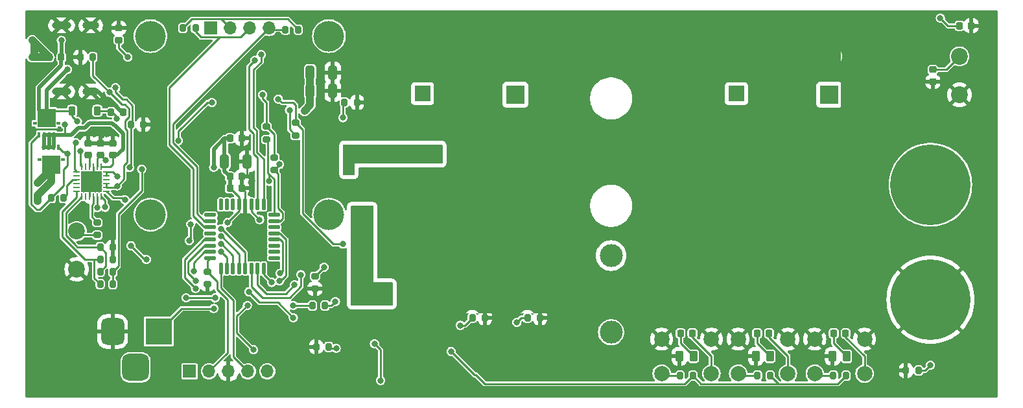
<source format=gbr>
%TF.GenerationSoftware,KiCad,Pcbnew,8.0.0-1.fc39*%
%TF.CreationDate,2024-03-15T22:49:02+01:00*%
%TF.ProjectId,pulsarPCB,70756c73-6172-4504-9342-2e6b69636164,rev?*%
%TF.SameCoordinates,Original*%
%TF.FileFunction,Copper,L2,Bot*%
%TF.FilePolarity,Positive*%
%FSLAX46Y46*%
G04 Gerber Fmt 4.6, Leading zero omitted, Abs format (unit mm)*
G04 Created by KiCad (PCBNEW 8.0.0-1.fc39) date 2024-03-15 22:49:02*
%MOMM*%
%LPD*%
G01*
G04 APERTURE LIST*
G04 Aperture macros list*
%AMRoundRect*
0 Rectangle with rounded corners*
0 $1 Rounding radius*
0 $2 $3 $4 $5 $6 $7 $8 $9 X,Y pos of 4 corners*
0 Add a 4 corners polygon primitive as box body*
4,1,4,$2,$3,$4,$5,$6,$7,$8,$9,$2,$3,0*
0 Add four circle primitives for the rounded corners*
1,1,$1+$1,$2,$3*
1,1,$1+$1,$4,$5*
1,1,$1+$1,$6,$7*
1,1,$1+$1,$8,$9*
0 Add four rect primitives between the rounded corners*
20,1,$1+$1,$2,$3,$4,$5,0*
20,1,$1+$1,$4,$5,$6,$7,0*
20,1,$1+$1,$6,$7,$8,$9,0*
20,1,$1+$1,$8,$9,$2,$3,0*%
G04 Aperture macros list end*
%TA.AperFunction,ComponentPad*%
%ADD10C,3.000000*%
%TD*%
%TA.AperFunction,SMDPad,CuDef*%
%ADD11RoundRect,0.225000X0.225000X0.375000X-0.225000X0.375000X-0.225000X-0.375000X0.225000X-0.375000X0*%
%TD*%
%TA.AperFunction,SMDPad,CuDef*%
%ADD12RoundRect,0.225000X-0.225000X-0.250000X0.225000X-0.250000X0.225000X0.250000X-0.225000X0.250000X0*%
%TD*%
%TA.AperFunction,SMDPad,CuDef*%
%ADD13RoundRect,0.200000X0.275000X-0.200000X0.275000X0.200000X-0.275000X0.200000X-0.275000X-0.200000X0*%
%TD*%
%TA.AperFunction,SMDPad,CuDef*%
%ADD14RoundRect,0.250000X-0.325000X-0.650000X0.325000X-0.650000X0.325000X0.650000X-0.325000X0.650000X0*%
%TD*%
%TA.AperFunction,SMDPad,CuDef*%
%ADD15R,0.400000X0.750000*%
%TD*%
%TA.AperFunction,SMDPad,CuDef*%
%ADD16R,0.530000X0.400000*%
%TD*%
%TA.AperFunction,SMDPad,CuDef*%
%ADD17R,2.450000X2.400000*%
%TD*%
%TA.AperFunction,ComponentPad*%
%ADD18C,2.000000*%
%TD*%
%TA.AperFunction,ComponentPad*%
%ADD19R,2.400000X2.400000*%
%TD*%
%TA.AperFunction,ComponentPad*%
%ADD20C,2.400000*%
%TD*%
%TA.AperFunction,SMDPad,CuDef*%
%ADD21RoundRect,0.218750X0.218750X0.256250X-0.218750X0.256250X-0.218750X-0.256250X0.218750X-0.256250X0*%
%TD*%
%TA.AperFunction,SMDPad,CuDef*%
%ADD22RoundRect,0.225000X0.250000X-0.225000X0.250000X0.225000X-0.250000X0.225000X-0.250000X-0.225000X0*%
%TD*%
%TA.AperFunction,SMDPad,CuDef*%
%ADD23RoundRect,0.200000X0.200000X0.275000X-0.200000X0.275000X-0.200000X-0.275000X0.200000X-0.275000X0*%
%TD*%
%TA.AperFunction,ComponentPad*%
%ADD24C,2.200000*%
%TD*%
%TA.AperFunction,ComponentPad*%
%ADD25R,2.000000X2.000000*%
%TD*%
%TA.AperFunction,SMDPad,CuDef*%
%ADD26RoundRect,0.225000X0.225000X0.250000X-0.225000X0.250000X-0.225000X-0.250000X0.225000X-0.250000X0*%
%TD*%
%TA.AperFunction,SMDPad,CuDef*%
%ADD27RoundRect,0.250000X0.325000X0.650000X-0.325000X0.650000X-0.325000X-0.650000X0.325000X-0.650000X0*%
%TD*%
%TA.AperFunction,SMDPad,CuDef*%
%ADD28RoundRect,0.250000X0.262500X0.450000X-0.262500X0.450000X-0.262500X-0.450000X0.262500X-0.450000X0*%
%TD*%
%TA.AperFunction,ComponentPad*%
%ADD29R,1.700000X1.700000*%
%TD*%
%TA.AperFunction,ComponentPad*%
%ADD30O,1.700000X1.700000*%
%TD*%
%TA.AperFunction,SMDPad,CuDef*%
%ADD31RoundRect,0.218750X0.256250X-0.218750X0.256250X0.218750X-0.256250X0.218750X-0.256250X-0.218750X0*%
%TD*%
%TA.AperFunction,SMDPad,CuDef*%
%ADD32RoundRect,0.218750X-0.256250X0.218750X-0.256250X-0.218750X0.256250X-0.218750X0.256250X0.218750X0*%
%TD*%
%TA.AperFunction,SMDPad,CuDef*%
%ADD33RoundRect,0.200000X-0.200000X-0.275000X0.200000X-0.275000X0.200000X0.275000X-0.200000X0.275000X0*%
%TD*%
%TA.AperFunction,ComponentPad*%
%ADD34C,10.500000*%
%TD*%
%TA.AperFunction,ComponentPad*%
%ADD35O,2.200000X1.000000*%
%TD*%
%TA.AperFunction,ComponentPad*%
%ADD36O,2.500000X1.000000*%
%TD*%
%TA.AperFunction,ComponentPad*%
%ADD37C,4.000000*%
%TD*%
%TA.AperFunction,SMDPad,CuDef*%
%ADD38RoundRect,0.125000X-0.125000X0.625000X-0.125000X-0.625000X0.125000X-0.625000X0.125000X0.625000X0*%
%TD*%
%TA.AperFunction,SMDPad,CuDef*%
%ADD39RoundRect,0.125000X-0.625000X0.125000X-0.625000X-0.125000X0.625000X-0.125000X0.625000X0.125000X0*%
%TD*%
%TA.AperFunction,SMDPad,CuDef*%
%ADD40RoundRect,0.062500X0.350000X0.062500X-0.350000X0.062500X-0.350000X-0.062500X0.350000X-0.062500X0*%
%TD*%
%TA.AperFunction,SMDPad,CuDef*%
%ADD41RoundRect,0.062500X0.062500X0.350000X-0.062500X0.350000X-0.062500X-0.350000X0.062500X-0.350000X0*%
%TD*%
%TA.AperFunction,HeatsinkPad*%
%ADD42R,2.700000X2.700000*%
%TD*%
%TA.AperFunction,SMDPad,CuDef*%
%ADD43RoundRect,0.200000X-0.275000X0.200000X-0.275000X-0.200000X0.275000X-0.200000X0.275000X0.200000X0*%
%TD*%
%TA.AperFunction,ComponentPad*%
%ADD44R,3.500000X3.500000*%
%TD*%
%TA.AperFunction,ComponentPad*%
%ADD45RoundRect,0.750000X-0.750000X-1.000000X0.750000X-1.000000X0.750000X1.000000X-0.750000X1.000000X0*%
%TD*%
%TA.AperFunction,ComponentPad*%
%ADD46RoundRect,0.875000X-0.875000X-0.875000X0.875000X-0.875000X0.875000X0.875000X-0.875000X0.875000X0*%
%TD*%
%TA.AperFunction,ViaPad*%
%ADD47C,0.800000*%
%TD*%
%TA.AperFunction,Conductor*%
%ADD48C,0.250000*%
%TD*%
%TA.AperFunction,Conductor*%
%ADD49C,0.500000*%
%TD*%
%TA.AperFunction,Conductor*%
%ADD50C,1.000000*%
%TD*%
G04 APERTURE END LIST*
D10*
%TO.P,L1,1,1*%
%TO.N,/L_IN*%
X217500000Y-49500000D03*
%TO.P,L1,2,2*%
%TO.N,/L_OUT*%
X217500000Y-59500000D03*
%TD*%
D11*
%TO.P,D10,1,K*%
%TO.N,Net-(D10-K)*%
X150400000Y-30600000D03*
%TO.P,D10,2,A*%
%TO.N,/USB_VBUS*%
X147100000Y-30600000D03*
%TD*%
D12*
%TO.P,C10,1*%
%TO.N,+3V3*%
X167725000Y-34200000D03*
%TO.P,C10,2*%
%TO.N,GND*%
X169275000Y-34200000D03*
%TD*%
%TO.P,C28,1*%
%TO.N,/VOLTAGE_CMP*%
X263000000Y-19500000D03*
%TO.P,C28,2*%
%TO.N,GND*%
X264550000Y-19500000D03*
%TD*%
D13*
%TO.P,R51,1*%
%TO.N,/VCC*%
X150425000Y-46825000D03*
%TO.P,R51,2*%
%TO.N,Net-(U6-DISCH)*%
X150425000Y-45175000D03*
%TD*%
D14*
%TO.P,C13,1*%
%TO.N,+3V3*%
X167025000Y-37200000D03*
%TO.P,C13,2*%
%TO.N,GND*%
X169975000Y-37200000D03*
%TD*%
D15*
%TO.P,Q5,1,S*%
%TO.N,Net-(U6-VDD)*%
X143400000Y-35400000D03*
%TO.P,Q5,2,S*%
X144050000Y-35400000D03*
%TO.P,Q5,3,S*%
X144700000Y-35400000D03*
%TO.P,Q5,4,G*%
%TO.N,Net-(Q1-G)*%
X145350000Y-35400000D03*
D16*
%TO.P,Q5,5,D*%
%TO.N,/VCC*%
X142875000Y-36925000D03*
D17*
X144375000Y-37625000D03*
D16*
X145875000Y-36925000D03*
%TO.P,Q5,6,D*%
X142885000Y-36925000D03*
D17*
X144375000Y-37625000D03*
D16*
X145865000Y-36925000D03*
%TO.P,Q5,7,D*%
X142875000Y-36925000D03*
D17*
X144375000Y-37625000D03*
D16*
X145875000Y-36925000D03*
%TO.P,Q5,8,D*%
X142875000Y-36925000D03*
D17*
X144375000Y-37625000D03*
D16*
X145875000Y-36925000D03*
%TD*%
D18*
%TO.P,SW2,1,A*%
%TO.N,/BUTTON_M*%
X240600000Y-64900000D03*
X234100000Y-64900000D03*
%TO.P,SW2,2,B*%
%TO.N,GND*%
X240600000Y-60400000D03*
X234100000Y-60400000D03*
%TD*%
D13*
%TO.P,R22,1*%
%TO.N,GND*%
X178825000Y-53825000D03*
%TO.P,R22,2*%
%TO.N,Net-(U3-IN-)*%
X178825000Y-52175000D03*
%TD*%
D19*
%TO.P,C1,1*%
%TO.N,/SENSE*%
X246000000Y-28500000D03*
D20*
%TO.P,C1,2*%
%TO.N,GND*%
X246000000Y-23500000D03*
%TD*%
D21*
%TO.P,R2,1*%
%TO.N,/USB_VBUS*%
X145687500Y-23600000D03*
%TO.P,R2,2*%
%TO.N,/VCC*%
X144112500Y-23600000D03*
%TD*%
D12*
%TO.P,C11,1*%
%TO.N,+3V3*%
X167725000Y-40700000D03*
%TO.P,C11,2*%
%TO.N,GND*%
X169275000Y-40700000D03*
%TD*%
D22*
%TO.P,C29,1*%
%TO.N,Net-(U6-VDD)*%
X152400000Y-36375000D03*
%TO.P,C29,2*%
%TO.N,GND*%
X152400000Y-34825000D03*
%TD*%
D23*
%TO.P,R7,1*%
%TO.N,GND*%
X184325000Y-29500000D03*
%TO.P,R7,2*%
%TO.N,Net-(U2-IN-)*%
X182675000Y-29500000D03*
%TD*%
D24*
%TO.P,J6,1,Pin_1*%
%TO.N,/OUT*%
X263000000Y-23500000D03*
%TO.P,J6,2,Pin_2*%
%TO.N,GND*%
X263000000Y-28500000D03*
%TD*%
D23*
%TO.P,R46,1*%
%TO.N,/POWER_DELIVERY/REG_2V7*%
X152425000Y-51600000D03*
%TO.P,R46,2*%
%TO.N,Net-(U6-ADDR0)*%
X150775000Y-51600000D03*
%TD*%
D25*
%TO.P,C22,1*%
%TO.N,/SENSE*%
X233867677Y-28367677D03*
D18*
%TO.P,C22,2*%
%TO.N,GND*%
X233867677Y-23367677D03*
%TD*%
D15*
%TO.P,Q1,1,S*%
%TO.N,Net-(U6-VDD)*%
X144757500Y-33750000D03*
%TO.P,Q1,2,S*%
X144107500Y-33750000D03*
%TO.P,Q1,3,S*%
X143457500Y-33750000D03*
%TO.P,Q1,4,G*%
%TO.N,Net-(Q1-G)*%
X142807500Y-33750000D03*
D16*
%TO.P,Q1,5,D*%
%TO.N,/USB_VBUS*%
X145282500Y-32225000D03*
D17*
X143782500Y-31525000D03*
D16*
X142282500Y-32225000D03*
%TO.P,Q1,6,D*%
X145272500Y-32225000D03*
D17*
X143782500Y-31525000D03*
D16*
X142292500Y-32225000D03*
%TO.P,Q1,7,D*%
X145282500Y-32225000D03*
D17*
X143782500Y-31525000D03*
D16*
X142282500Y-32225000D03*
%TO.P,Q1,8,D*%
X145282500Y-32225000D03*
D17*
X143782500Y-31525000D03*
D16*
X142282500Y-32225000D03*
%TD*%
D26*
%TO.P,C17,1*%
%TO.N,/BUTTON_M*%
X238125000Y-59650000D03*
%TO.P,C17,2*%
%TO.N,Net-(C17-Pad2)*%
X236575000Y-59650000D03*
%TD*%
D27*
%TO.P,C7,1*%
%TO.N,GND*%
X181150000Y-25600000D03*
%TO.P,C7,2*%
%TO.N,/VCC*%
X178200000Y-25600000D03*
%TD*%
D23*
%TO.P,R47,1*%
%TO.N,/POWER_DELIVERY/REG_2V7*%
X152425000Y-53200000D03*
%TO.P,R47,2*%
%TO.N,Net-(U6-ADDR1)*%
X150775000Y-53200000D03*
%TD*%
D28*
%TO.P,R13,1*%
%TO.N,Net-(C16-Pad2)*%
X228262500Y-62650000D03*
%TO.P,R13,2*%
%TO.N,GND*%
X226437500Y-62650000D03*
%TD*%
D27*
%TO.P,C8,1*%
%TO.N,GND*%
X181150000Y-28000000D03*
%TO.P,C8,2*%
%TO.N,/VCC*%
X178200000Y-28000000D03*
%TD*%
D19*
%TO.P,C2,1*%
%TO.N,/CONV_INPUT*%
X205000000Y-28500000D03*
D20*
%TO.P,C2,2*%
%TO.N,GND*%
X205000000Y-23500000D03*
%TD*%
D23*
%TO.P,R14,1*%
%TO.N,+3V3*%
X238275000Y-65150000D03*
%TO.P,R14,2*%
%TO.N,/BUTTON_M*%
X236625000Y-65150000D03*
%TD*%
D26*
%TO.P,C16,1*%
%TO.N,/BUTTON_L*%
X228125000Y-59650000D03*
%TO.P,C16,2*%
%TO.N,Net-(C16-Pad2)*%
X226575000Y-59650000D03*
%TD*%
D12*
%TO.P,C31,1*%
%TO.N,Net-(D10-K)*%
X152200000Y-30800000D03*
%TO.P,C31,2*%
%TO.N,GND*%
X153750000Y-30800000D03*
%TD*%
D22*
%TO.P,C33,1*%
%TO.N,/POWER_DELIVERY/REG_2V7*%
X150800000Y-36375000D03*
%TO.P,C33,2*%
%TO.N,GND*%
X150800000Y-34825000D03*
%TD*%
D29*
%TO.P,J1,1,Pin_1*%
%TO.N,+3V3*%
X162440000Y-64600000D03*
D30*
%TO.P,J1,2,Pin_2*%
%TO.N,/SYS_SWDCLK*%
X164980000Y-64600000D03*
%TO.P,J1,3,Pin_3*%
%TO.N,GND*%
X167520000Y-64600000D03*
%TO.P,J1,4,Pin_4*%
%TO.N,/SYS_SWDIO*%
X170060000Y-64600000D03*
%TO.P,J1,5,Pin_5*%
%TO.N,/SYS_RST*%
X172600000Y-64600000D03*
%TD*%
D18*
%TO.P,SW3,1,A*%
%TO.N,/BUTTON_R*%
X250600000Y-64900000D03*
X244100000Y-64900000D03*
%TO.P,SW3,2,B*%
%TO.N,GND*%
X250600000Y-60400000D03*
X244100000Y-60400000D03*
%TD*%
D25*
%TO.P,C25,1*%
%TO.N,/CONV_INPUT*%
X192867677Y-28367677D03*
D18*
%TO.P,C25,2*%
%TO.N,GND*%
X192867677Y-23367677D03*
%TD*%
D22*
%TO.P,C32,1*%
%TO.N,/POWER_DELIVERY/REG_1V2*%
X149200000Y-36375000D03*
%TO.P,C32,2*%
%TO.N,GND*%
X149200000Y-34825000D03*
%TD*%
D18*
%TO.P,SW1,1,A*%
%TO.N,/BUTTON_L*%
X230600000Y-64900000D03*
X224100000Y-64900000D03*
%TO.P,SW1,2,B*%
%TO.N,GND*%
X230600000Y-60400000D03*
X224100000Y-60400000D03*
%TD*%
D31*
%TO.P,D9,1,K*%
%TO.N,/USB_VBUS*%
X153207500Y-21367500D03*
%TO.P,D9,2,A*%
%TO.N,GND*%
X153207500Y-19792500D03*
%TD*%
D32*
%TO.P,D1,1,K*%
%TO.N,/OUT*%
X259520000Y-25232500D03*
%TO.P,D1,2,A*%
%TO.N,GND*%
X259520000Y-26807500D03*
%TD*%
D33*
%TO.P,R45,1*%
%TO.N,Net-(U6-ADDR0)*%
X150775000Y-48400000D03*
%TO.P,R45,2*%
%TO.N,GND*%
X152425000Y-48400000D03*
%TD*%
D34*
%TO.P,J5,1,Pin_1*%
%TO.N,/OUT*%
X259212500Y-40250000D03*
%TO.P,J5,2,Pin_2*%
%TO.N,GND*%
X259212500Y-55250000D03*
%TD*%
D24*
%TO.P,J4,1,Pin_1*%
%TO.N,GND*%
X147712500Y-51300000D03*
%TO.P,J4,2,Pin_2*%
%TO.N,/VCC*%
X147712500Y-46300000D03*
%TD*%
D23*
%TO.P,R18,1*%
%TO.N,Net-(D5-K)*%
X257650000Y-64500000D03*
%TO.P,R18,2*%
%TO.N,GND*%
X256000000Y-64500000D03*
%TD*%
D33*
%TO.P,R21,1*%
%TO.N,/PWML*%
X178500000Y-56000000D03*
%TO.P,R21,2*%
%TO.N,Net-(U3-IN+)*%
X180150000Y-56000000D03*
%TD*%
D23*
%TO.P,R12,1*%
%TO.N,+3V3*%
X228175000Y-65150000D03*
%TO.P,R12,2*%
%TO.N,/BUTTON_L*%
X226525000Y-65150000D03*
%TD*%
D33*
%TO.P,R10,1*%
%TO.N,/CC1*%
X154775000Y-32400000D03*
%TO.P,R10,2*%
%TO.N,GND*%
X156425000Y-32400000D03*
%TD*%
D12*
%TO.P,C12,1*%
%TO.N,+3V3*%
X167725000Y-39200000D03*
%TO.P,C12,2*%
%TO.N,GND*%
X169275000Y-39200000D03*
%TD*%
D35*
%TO.P,J7,S1,SHIELD*%
%TO.N,GND*%
X149550000Y-19450000D03*
D36*
X145725000Y-19450000D03*
D35*
X149550000Y-28090000D03*
D36*
X145725000Y-28090000D03*
%TD*%
D37*
%TO.P,DI1,*%
%TO.N,*%
X157350000Y-20850000D03*
X157350000Y-44150000D03*
X180650000Y-20850000D03*
X180650000Y-44150000D03*
D29*
%TO.P,DI1,1,GND*%
%TO.N,GND*%
X165190000Y-19800000D03*
D30*
%TO.P,DI1,2,VCC*%
%TO.N,+3V3*%
X167730000Y-19800000D03*
%TO.P,DI1,3,SCL*%
%TO.N,/SCL*%
X170270000Y-19800000D03*
%TO.P,DI1,4,SDA*%
%TO.N,/SDA*%
X172810000Y-19800000D03*
%TD*%
D38*
%TO.P,U1,1,PB9*%
%TO.N,unconnected-(U1-PB9-Pad1)*%
X166525000Y-42825000D03*
%TO.P,U1,2,PC14*%
%TO.N,unconnected-(U1-PC14-Pad2)*%
X167325000Y-42825000D03*
%TO.P,U1,3,PC15*%
%TO.N,unconnected-(U1-PC15-Pad3)*%
X168125000Y-42825000D03*
%TO.P,U1,4,VDD*%
%TO.N,+3V3*%
X168925000Y-42825000D03*
%TO.P,U1,5,VSS*%
%TO.N,GND*%
X169725000Y-42825000D03*
%TO.P,U1,6,PF2*%
%TO.N,/SYS_RST*%
X170525000Y-42825000D03*
%TO.P,U1,7,PA0*%
%TO.N,/VOLTAGE*%
X171325000Y-42825000D03*
%TO.P,U1,8,PA1*%
%TO.N,/VOLTAGE_CMP*%
X172125000Y-42825000D03*
D39*
%TO.P,U1,9,PA2*%
%TO.N,/CURRENT*%
X173500000Y-44200000D03*
%TO.P,U1,10,PA3*%
%TO.N,/CURRENT_CMP*%
X173500000Y-45000000D03*
%TO.P,U1,11,PA4*%
%TO.N,unconnected-(U1-PA4-Pad11)*%
X173500000Y-45800000D03*
%TO.P,U1,12,PA5*%
%TO.N,/CV_MODE*%
X173500000Y-46600000D03*
%TO.P,U1,13,PA6*%
%TO.N,/CC_MODE*%
X173500000Y-47400000D03*
%TO.P,U1,14,PA7*%
%TO.N,unconnected-(U1-PA7-Pad14)*%
X173500000Y-48200000D03*
%TO.P,U1,15,PB0*%
%TO.N,unconnected-(U1-PB0-Pad15)*%
X173500000Y-49000000D03*
%TO.P,U1,16,PB1*%
%TO.N,unconnected-(U1-PB1-Pad16)*%
X173500000Y-49800000D03*
D38*
%TO.P,U1,17,PB2*%
%TO.N,/IN_VOLTAGE*%
X172125000Y-51175000D03*
%TO.P,U1,18,PA8*%
%TO.N,/PWML*%
X171325000Y-51175000D03*
%TO.P,U1,19,PA9/UCPD1_DBCC1*%
%TO.N,/PWMH*%
X170525000Y-51175000D03*
%TO.P,U1,20,PC6*%
%TO.N,/PD_RST*%
X169725000Y-51175000D03*
%TO.P,U1,21,PA10/UCPD1_DBCC2*%
%TO.N,/PD_ALERT*%
X168925000Y-51175000D03*
%TO.P,U1,22,PA11/PA9*%
%TO.N,/PD_SCL*%
X168125000Y-51175000D03*
%TO.P,U1,23,PA12/PA10*%
%TO.N,/PD_SDA*%
X167325000Y-51175000D03*
%TO.P,U1,24,PA13*%
%TO.N,/SYS_SWDIO*%
X166525000Y-51175000D03*
D39*
%TO.P,U1,25,PA14*%
%TO.N,/SYS_SWDCLK*%
X165150000Y-49800000D03*
%TO.P,U1,26,PA15*%
%TO.N,/BUTTON_L*%
X165150000Y-49000000D03*
%TO.P,U1,27,PB3*%
%TO.N,/BUTTON_M*%
X165150000Y-48200000D03*
%TO.P,U1,28,PB4*%
%TO.N,/BUTTON_R*%
X165150000Y-47400000D03*
%TO.P,U1,29,PB5*%
%TO.N,unconnected-(U1-PB5-Pad29)*%
X165150000Y-46600000D03*
%TO.P,U1,30,PB6*%
%TO.N,/SCL*%
X165150000Y-45800000D03*
%TO.P,U1,31,PB7*%
%TO.N,/SDA*%
X165150000Y-45000000D03*
%TO.P,U1,32,PB8*%
%TO.N,unconnected-(U1-PB8-Pad32)*%
X165150000Y-44200000D03*
%TD*%
D23*
%TO.P,R16,1*%
%TO.N,+3V3*%
X248175000Y-65150000D03*
%TO.P,R16,2*%
%TO.N,/BUTTON_R*%
X246525000Y-65150000D03*
%TD*%
D26*
%TO.P,C18,1*%
%TO.N,/BUTTON_R*%
X248125000Y-59650000D03*
%TO.P,C18,2*%
%TO.N,Net-(C18-Pad2)*%
X246575000Y-59650000D03*
%TD*%
D40*
%TO.P,U6,1,CC1DB*%
%TO.N,/CC1*%
X151600000Y-38600000D03*
%TO.P,U6,2,CC1*%
X151600000Y-39100000D03*
%TO.P,U6,3,NC*%
%TO.N,unconnected-(U6-NC-Pad3)*%
X151600000Y-39600000D03*
%TO.P,U6,4,CC2*%
%TO.N,/CC2*%
X151600000Y-40100000D03*
%TO.P,U6,5,CC2DB*%
X151600000Y-40600000D03*
%TO.P,U6,6,RESET*%
%TO.N,/PD_RST*%
X151600000Y-41100000D03*
D41*
%TO.P,U6,7,SCL*%
%TO.N,/PD_SCL*%
X150887500Y-41812500D03*
%TO.P,U6,8,SDA*%
%TO.N,/PD_SDA*%
X150387500Y-41812500D03*
%TO.P,U6,9,DISCH*%
%TO.N,Net-(U6-DISCH)*%
X149887500Y-41812500D03*
%TO.P,U6,10,GND*%
%TO.N,GND*%
X149387500Y-41812500D03*
%TO.P,U6,11,ATTACH*%
%TO.N,unconnected-(U6-ATTACH-Pad11)*%
X148887500Y-41812500D03*
%TO.P,U6,12,ADDR0*%
%TO.N,Net-(U6-ADDR0)*%
X148387500Y-41812500D03*
D40*
%TO.P,U6,13,ADDR1*%
%TO.N,Net-(U6-ADDR1)*%
X147675000Y-41100000D03*
%TO.P,U6,14,POWER_OK3*%
%TO.N,unconnected-(U6-POWER_OK3-Pad14)*%
X147675000Y-40600000D03*
%TO.P,U6,15,GPIO*%
%TO.N,unconnected-(U6-GPIO-Pad15)*%
X147675000Y-40100000D03*
%TO.P,U6,16,VBUS_EN_SNK*%
%TO.N,Net-(U6-VBUS_EN_SNK)*%
X147675000Y-39600000D03*
%TO.P,U6,17,A_B_SIDE*%
%TO.N,unconnected-(U6-A_B_SIDE-Pad17)*%
X147675000Y-39100000D03*
%TO.P,U6,18,VBUS_VS_DISCH*%
%TO.N,Net-(U6-VBUS_VS_DISCH)*%
X147675000Y-38600000D03*
D41*
%TO.P,U6,19,ALERT*%
%TO.N,/PD_ALERT*%
X148387500Y-37887500D03*
%TO.P,U6,20,POWER_OK2*%
%TO.N,unconnected-(U6-POWER_OK2-Pad20)*%
X148887500Y-37887500D03*
%TO.P,U6,21,VREG_1V2*%
%TO.N,/POWER_DELIVERY/REG_1V2*%
X149387500Y-37887500D03*
%TO.P,U6,22,VSYS*%
%TO.N,GND*%
X149887500Y-37887500D03*
%TO.P,U6,23,VREG_2V7*%
%TO.N,/POWER_DELIVERY/REG_2V7*%
X150387500Y-37887500D03*
%TO.P,U6,24,VDD*%
%TO.N,Net-(U6-VDD)*%
X150887500Y-37887500D03*
D42*
%TO.P,U6,25,GND*%
%TO.N,GND*%
X149637500Y-39850000D03*
%TD*%
D23*
%TO.P,R30,1*%
%TO.N,+3V3*%
X176625000Y-20000000D03*
%TO.P,R30,2*%
%TO.N,/SDA*%
X174975000Y-20000000D03*
%TD*%
%TO.P,R36,1*%
%TO.N,Net-(D8-K)*%
X180625000Y-61400000D03*
%TO.P,R36,2*%
%TO.N,GND*%
X178975000Y-61400000D03*
%TD*%
D33*
%TO.P,R29,1*%
%TO.N,Net-(D6-K)*%
X199375000Y-57600000D03*
%TO.P,R29,2*%
%TO.N,GND*%
X201025000Y-57600000D03*
%TD*%
%TO.P,R31,1*%
%TO.N,+3V3*%
X161575000Y-19800000D03*
%TO.P,R31,2*%
%TO.N,/SCL*%
X163225000Y-19800000D03*
%TD*%
D43*
%TO.P,R37,1*%
%TO.N,/SENSE_OUT*%
X173500000Y-36675000D03*
%TO.P,R37,2*%
%TO.N,/CURRENT_CMP*%
X173500000Y-38325000D03*
%TD*%
D33*
%TO.P,R50,1*%
%TO.N,Net-(Q1-G)*%
X144375000Y-42000000D03*
%TO.P,R50,2*%
%TO.N,Net-(U6-VBUS_EN_SNK)*%
X146025000Y-42000000D03*
%TD*%
D28*
%TO.P,R17,1*%
%TO.N,Net-(C18-Pad2)*%
X248262500Y-62650000D03*
%TO.P,R17,2*%
%TO.N,GND*%
X246437500Y-62650000D03*
%TD*%
D43*
%TO.P,R38,1*%
%TO.N,/SENSE_OUT*%
X172500000Y-32675000D03*
%TO.P,R38,2*%
%TO.N,/CURRENT*%
X172500000Y-34325000D03*
%TD*%
%TO.P,R32,1*%
%TO.N,/SYS_SWDCLK*%
X164800000Y-51575000D03*
%TO.P,R32,2*%
%TO.N,GND*%
X164800000Y-53225000D03*
%TD*%
D33*
%TO.P,R44,1*%
%TO.N,Net-(U6-ADDR1)*%
X150775000Y-50000000D03*
%TO.P,R44,2*%
%TO.N,GND*%
X152425000Y-50000000D03*
%TD*%
%TO.P,R35,1*%
%TO.N,Net-(D4-K)*%
X206575000Y-57600000D03*
%TO.P,R35,2*%
%TO.N,GND*%
X208225000Y-57600000D03*
%TD*%
D28*
%TO.P,R15,1*%
%TO.N,Net-(C17-Pad2)*%
X238262500Y-62650000D03*
%TO.P,R15,2*%
%TO.N,GND*%
X236437500Y-62650000D03*
%TD*%
D44*
%TO.P,J3,1*%
%TO.N,/VCC*%
X158400000Y-59400000D03*
D45*
%TO.P,J3,2*%
%TO.N,GND*%
X152400000Y-59400000D03*
D46*
%TO.P,J3,3*%
%TO.N,unconnected-(J3-Pad3)*%
X155400000Y-64100000D03*
%TD*%
D13*
%TO.P,R25,1*%
%TO.N,/VCC*%
X176325000Y-33825000D03*
%TO.P,R25,2*%
%TO.N,Net-(Q4-C)*%
X176325000Y-32175000D03*
%TD*%
D23*
%TO.P,R39,1*%
%TO.N,/CC2*%
X149825000Y-23600000D03*
%TO.P,R39,2*%
%TO.N,GND*%
X148175000Y-23600000D03*
%TD*%
D47*
%TO.N,GND*%
X253800000Y-24800000D03*
X253800000Y-23800000D03*
X253800000Y-18800000D03*
X252800000Y-18800000D03*
X267000000Y-29600000D03*
X267000000Y-28600000D03*
X267000000Y-27600000D03*
X267000000Y-26600000D03*
X267000000Y-25600000D03*
X267000000Y-24600000D03*
X267000000Y-22400000D03*
X267000000Y-21400000D03*
X259749847Y-20450153D03*
X147200000Y-61200000D03*
X148000000Y-61200000D03*
X148800000Y-61200000D03*
X148800000Y-62000000D03*
X148000000Y-62000000D03*
X147200000Y-62000000D03*
X146400000Y-62000000D03*
X146400000Y-61200000D03*
X163000000Y-59600000D03*
X163000000Y-60400000D03*
X162200000Y-60400000D03*
X162200000Y-59600000D03*
X166600000Y-59000000D03*
X166000000Y-58200000D03*
X165400000Y-57600000D03*
X173600000Y-59400000D03*
X173600000Y-58400000D03*
X173600000Y-57400000D03*
X151000000Y-33800000D03*
X152598959Y-33601041D03*
X151800000Y-33600000D03*
X147400000Y-53200000D03*
X146400000Y-53200000D03*
X145600000Y-52600000D03*
X145600000Y-51600000D03*
X145600000Y-50600000D03*
X145600000Y-49600000D03*
X145600000Y-48600000D03*
X151800000Y-46800000D03*
X149200000Y-47600000D03*
X149200000Y-45200000D03*
X147600000Y-44200000D03*
X148600000Y-44200000D03*
X148600000Y-43200000D03*
X160400000Y-41000000D03*
X159400000Y-41000000D03*
X159400000Y-40000000D03*
X160400000Y-40000000D03*
X161400000Y-40000000D03*
X161400000Y-39000000D03*
X160400000Y-39000000D03*
X159400000Y-39000000D03*
%TO.N,/POWER_DELIVERY/REG_2V7*%
X151467342Y-37063292D03*
X156200000Y-38200000D03*
%TO.N,Net-(U6-VDD)*%
X146200000Y-32400000D03*
%TO.N,+3V3*%
X165800000Y-55000000D03*
X162000000Y-55000000D03*
%TO.N,/PD_ALERT*%
X162400000Y-47525000D03*
X162600000Y-45400000D03*
%TO.N,/PD_SCL*%
X156800000Y-50000000D03*
X154800000Y-48200000D03*
%TO.N,/USB_VBUS*%
X154400000Y-23600000D03*
%TO.N,Net-(U6-VBUS_VS_DISCH)*%
X147600000Y-34800000D03*
%TO.N,Net-(D10-K)*%
X152947090Y-31644882D03*
%TO.N,/USB_VBUS*%
X147800000Y-32000000D03*
%TO.N,Net-(Q1-G)*%
X146465000Y-36200000D03*
%TO.N,/CC1*%
X152800000Y-27600000D03*
X154625000Y-38000000D03*
%TO.N,/CC2*%
X152000000Y-28200000D03*
%TO.N,GND*%
X170600000Y-39800000D03*
%TO.N,/CURRENT_CMP*%
X174200000Y-37600000D03*
%TO.N,/CURRENT*%
X172850000Y-39800000D03*
%TO.N,/PD_RST*%
X154000000Y-42200000D03*
%TO.N,/PD_ALERT*%
X148158726Y-35906074D03*
%TO.N,/PD_SCL*%
X151412653Y-43187347D03*
%TO.N,/PD_SDA*%
X150400000Y-43200000D03*
%TO.N,/PD_RST*%
X166600000Y-46000000D03*
%TO.N,/PD_ALERT*%
X166600000Y-47000000D03*
%TO.N,/PD_SCL*%
X166600000Y-48000000D03*
%TO.N,/PD_SDA*%
X166600000Y-49000000D03*
%TO.N,/CC2*%
X153000000Y-40400000D03*
%TO.N,/CC1*%
X153000000Y-39200000D03*
%TO.N,/VCC*%
X142600000Y-42400000D03*
X142600000Y-40000000D03*
%TO.N,GND*%
X148800000Y-40600000D03*
X150400000Y-40600000D03*
X150400000Y-39000000D03*
X148800000Y-39000000D03*
%TO.N,/SYS_RST*%
X170000000Y-56000000D03*
X170800000Y-61800000D03*
%TO.N,+3V3*%
X186600000Y-61000000D03*
X187400000Y-65800000D03*
%TO.N,/USB_VBUS*%
X146500000Y-25200000D03*
%TO.N,/VCC*%
X141900000Y-21400000D03*
X141900000Y-23600000D03*
%TO.N,/USB_VBUS*%
X145700000Y-21400000D03*
%TO.N,/VCC*%
X177462500Y-30600000D03*
X165600000Y-56400000D03*
%TO.N,/IN_VOLTAGE*%
X173200000Y-53000000D03*
%TO.N,+3V3*%
X170187347Y-54212653D03*
X176000000Y-57600000D03*
X196600000Y-62000000D03*
%TO.N,Net-(D8-K)*%
X181600000Y-61600000D03*
%TO.N,/CV_MODE*%
X174197971Y-52819784D03*
%TO.N,/CC_MODE*%
X174300000Y-51825000D03*
%TO.N,Net-(D6-K)*%
X197800000Y-58600000D03*
%TO.N,Net-(D4-K)*%
X205200000Y-58200000D03*
%TO.N,+3V3*%
X167400000Y-45200000D03*
%TO.N,/SYS_RST*%
X171600000Y-44800000D03*
%TO.N,/VOLTAGE_CMP*%
X171800000Y-23275000D03*
X260500000Y-18500000D03*
%TO.N,Net-(U2-IN-)*%
X182500000Y-31500000D03*
%TO.N,Net-(U3-IN-)*%
X180000000Y-51000000D03*
%TO.N,/PWML*%
X176000000Y-56000000D03*
X176158946Y-53315748D03*
%TO.N,Net-(U3-IN+)*%
X181500000Y-55500000D03*
%TO.N,/VCC*%
X175500000Y-30500000D03*
%TO.N,/PWMH*%
X177000000Y-52000000D03*
%TO.N,Net-(Q4-C)*%
X182500000Y-48000000D03*
X174048878Y-29059246D03*
%TO.N,/BUTTON_R*%
X163224695Y-53775305D03*
%TO.N,/BUTTON_M*%
X163237347Y-52762653D03*
%TO.N,/BUTTON_L*%
X163000000Y-51500000D03*
%TO.N,Net-(D5-K)*%
X259200000Y-63800000D03*
%TO.N,/SENSE_OUT*%
X172000000Y-28500000D03*
%TO.N,/VOLTAGE*%
X171000000Y-24000000D03*
%TO.N,+3V3*%
X161000000Y-34500000D03*
X165377818Y-29500000D03*
X165600000Y-38000000D03*
%TO.N,GND*%
X239000000Y-48500000D03*
X147300000Y-21700000D03*
X239000000Y-45500000D03*
X192000000Y-55000000D03*
X194000000Y-55000000D03*
X238000000Y-45500000D03*
X239000000Y-46500000D03*
X238000000Y-46500000D03*
X194000000Y-54000000D03*
X147800000Y-26200000D03*
X192000000Y-56000000D03*
X238000000Y-50500000D03*
X193000000Y-55000000D03*
X241000000Y-45500000D03*
X239000000Y-47500000D03*
X238000000Y-51500000D03*
X240000000Y-51500000D03*
X241000000Y-51500000D03*
X194000000Y-56000000D03*
X193000000Y-56000000D03*
X238000000Y-49500000D03*
X192000000Y-54000000D03*
X242000000Y-45500000D03*
X242000000Y-51500000D03*
X239000000Y-49500000D03*
X240000000Y-45500000D03*
X238000000Y-47500000D03*
X239000000Y-50500000D03*
X239000000Y-51500000D03*
X193000000Y-54000000D03*
X238000000Y-48500000D03*
%TO.N,/VCC*%
X186000000Y-43500000D03*
X185800000Y-54000000D03*
X187800000Y-54000000D03*
X186800000Y-54000000D03*
X184000000Y-43500000D03*
X185000000Y-43500000D03*
%TO.N,/HSW*%
X183500000Y-37500000D03*
X183500000Y-35500000D03*
X183500000Y-36500000D03*
X183500000Y-38500000D03*
X194500000Y-36500000D03*
X192500000Y-36500000D03*
X193500000Y-36500000D03*
%TD*%
D48*
%TO.N,Net-(U6-VDD)*%
X150887500Y-37887500D02*
X152112500Y-37887500D01*
X152112500Y-37887500D02*
X152400000Y-37600000D01*
%TO.N,+3V3*%
X201025000Y-66225000D02*
X199875000Y-65075000D01*
X199875000Y-65075000D02*
X199675000Y-65075000D01*
D49*
X167025000Y-34200000D02*
X167725000Y-34200000D01*
%TO.N,Net-(U6-VDD)*%
X146400000Y-33750000D02*
X147000000Y-33750000D01*
X147000000Y-33750000D02*
X147900000Y-32850000D01*
X147900000Y-32850000D02*
X148750000Y-32850000D01*
X153750000Y-33550000D02*
X153750000Y-35600000D01*
X148750000Y-32850000D02*
X149400000Y-32200000D01*
X149400000Y-32200000D02*
X152300126Y-32200000D01*
X152300126Y-32200000D02*
X152595008Y-32494882D01*
X152595008Y-32494882D02*
X152694882Y-32494882D01*
X153750000Y-35600000D02*
X152975000Y-36375000D01*
X152694882Y-32494882D02*
X153750000Y-33550000D01*
X152975000Y-36375000D02*
X152400000Y-36375000D01*
D48*
%TO.N,Net-(D10-K)*%
X152947090Y-31644882D02*
X152947090Y-31347090D01*
X152947090Y-31347090D02*
X152200000Y-30600000D01*
X152200000Y-30600000D02*
X150400000Y-30600000D01*
%TO.N,/CC2*%
X152000000Y-28200000D02*
X153600000Y-29800000D01*
X154009052Y-29800000D02*
X154550000Y-30340948D01*
X154550000Y-31350000D02*
X154050000Y-31850000D01*
X154050000Y-32898004D02*
X154325000Y-33173004D01*
X154325000Y-33173004D02*
X154325000Y-37274695D01*
X153600000Y-29800000D02*
X154009052Y-29800000D01*
X154550000Y-30340948D02*
X154550000Y-31350000D01*
X154050000Y-31850000D02*
X154050000Y-32898004D01*
X154325000Y-37274695D02*
X153900000Y-37699695D01*
X153900000Y-37699695D02*
X153900000Y-39500000D01*
X153900000Y-39500000D02*
X153000000Y-40400000D01*
%TO.N,/CC1*%
X152800000Y-27600000D02*
X152800000Y-28200000D01*
X152800000Y-28200000D02*
X153700000Y-29100000D01*
X153700000Y-29100000D02*
X154200000Y-29100000D01*
X154200000Y-29100000D02*
X155000000Y-29900000D01*
X155000000Y-29900000D02*
X155000000Y-32175000D01*
X155000000Y-32175000D02*
X154775000Y-32400000D01*
D49*
%TO.N,GND*%
X152235828Y-29400000D02*
X151800000Y-29400000D01*
X153635828Y-30800000D02*
X152235828Y-29400000D01*
X150490000Y-28090000D02*
X149550000Y-28090000D01*
X153750000Y-30800000D02*
X153635828Y-30800000D01*
X151800000Y-29400000D02*
X150490000Y-28090000D01*
D48*
%TO.N,/CC1*%
X154625000Y-38000000D02*
X154775000Y-37850000D01*
X154775000Y-37850000D02*
X154775000Y-32400000D01*
%TO.N,/POWER_DELIVERY/REG_2V7*%
X151467342Y-37063292D02*
X151467342Y-37042342D01*
X151467342Y-37042342D02*
X150800000Y-36375000D01*
%TO.N,Net-(U6-VDD)*%
X152400000Y-37600000D02*
X152400000Y-36375000D01*
%TO.N,/POWER_DELIVERY/REG_2V7*%
X152425000Y-51600000D02*
X153150000Y-50875000D01*
X153150000Y-50875000D02*
X153150000Y-44075305D01*
X153150000Y-44075305D02*
X156200000Y-41025305D01*
X156200000Y-41025305D02*
X156200000Y-38200000D01*
X152425000Y-53200000D02*
X152425000Y-51600000D01*
%TO.N,/CC2*%
X149825000Y-23600000D02*
X149825000Y-26025000D01*
X149825000Y-26025000D02*
X152000000Y-28200000D01*
%TO.N,Net-(U6-VDD)*%
X146200000Y-33550000D02*
X146400000Y-33750000D01*
X146200000Y-32400000D02*
X146200000Y-33550000D01*
D49*
X144757500Y-33750000D02*
X146400000Y-33750000D01*
D48*
%TO.N,/USB_VBUS*%
X147800000Y-32000000D02*
X147100000Y-31300000D01*
X147100000Y-31300000D02*
X147100000Y-30600000D01*
%TO.N,Net-(U6-ADDR1)*%
X148760848Y-50000000D02*
X150000000Y-50000000D01*
X150775000Y-53200000D02*
X150000000Y-52425000D01*
X150000000Y-50000000D02*
X150775000Y-50000000D01*
X150000000Y-52425000D02*
X150000000Y-50000000D01*
%TO.N,Net-(U6-ADDR0)*%
X150775000Y-51600000D02*
X151500000Y-50875000D01*
X151500000Y-50875000D02*
X151500000Y-49125000D01*
X151500000Y-49125000D02*
X150775000Y-48400000D01*
%TO.N,Net-(U6-ADDR1)*%
X145837500Y-47076651D02*
X148760848Y-50000000D01*
%TO.N,Net-(U6-ADDR0)*%
X147398622Y-48001378D02*
X146287500Y-46890255D01*
X147398622Y-48001378D02*
X147797244Y-48400000D01*
X147797244Y-48400000D02*
X150775000Y-48400000D01*
%TO.N,Net-(U6-ADDR1)*%
X147675000Y-41100000D02*
X147675000Y-41888604D01*
X147675000Y-41888604D02*
X145837500Y-43726104D01*
X145837500Y-43726104D02*
X145837500Y-47076651D01*
%TO.N,Net-(U6-ADDR0)*%
X146287500Y-46890255D02*
X146287500Y-43912500D01*
X146287500Y-43912500D02*
X148387500Y-41812500D01*
%TO.N,+3V3*%
X162000000Y-55000000D02*
X165800000Y-55000000D01*
%TO.N,/PD_ALERT*%
X162600000Y-47325000D02*
X162400000Y-47525000D01*
X162600000Y-45400000D02*
X162600000Y-47325000D01*
%TO.N,/PD_SCL*%
X156600000Y-50000000D02*
X156800000Y-50000000D01*
X154800000Y-48200000D02*
X156600000Y-50000000D01*
%TO.N,/USB_VBUS*%
X153207500Y-22407500D02*
X154400000Y-23600000D01*
X153207500Y-21367500D02*
X153207500Y-22407500D01*
%TO.N,Net-(U6-VBUS_VS_DISCH)*%
X147600000Y-34800000D02*
X147433726Y-34966274D01*
X147433726Y-34966274D02*
X147433726Y-38233726D01*
X147433726Y-38233726D02*
X147675000Y-38475000D01*
X147675000Y-38475000D02*
X147675000Y-38600000D01*
%TO.N,/PD_ALERT*%
X148158726Y-35906074D02*
X148158726Y-37658726D01*
X148158726Y-37658726D02*
X148387500Y-37887500D01*
%TO.N,/VCC*%
X150425000Y-46825000D02*
X148237500Y-46825000D01*
X148237500Y-46825000D02*
X147712500Y-46300000D01*
%TO.N,Net-(U6-DISCH)*%
X150425000Y-45175000D02*
X149675000Y-44425000D01*
X149887500Y-42687195D02*
X149887500Y-41812500D01*
X149675000Y-44425000D02*
X149675000Y-42899695D01*
X149675000Y-42899695D02*
X149887500Y-42687195D01*
%TO.N,Net-(Q1-G)*%
X146190000Y-35925000D02*
X145875000Y-35925000D01*
X141775000Y-34782500D02*
X142807500Y-33750000D01*
X146000000Y-38200000D02*
X146000000Y-40375000D01*
X146465000Y-36200000D02*
X146190000Y-35925000D01*
X142487500Y-43487500D02*
X141775000Y-42775000D01*
X146465000Y-37735000D02*
X146000000Y-38200000D01*
X145875000Y-35925000D02*
X145350000Y-35400000D01*
X142887500Y-43487500D02*
X142487500Y-43487500D01*
X146000000Y-40375000D02*
X142887500Y-43487500D01*
X146465000Y-36200000D02*
X146465000Y-37735000D01*
X141775000Y-42775000D02*
X141775000Y-34782500D01*
%TO.N,/USB_VBUS*%
X147100000Y-30600000D02*
X144707500Y-30600000D01*
X144707500Y-30600000D02*
X143782500Y-31525000D01*
%TO.N,Net-(U6-VBUS_EN_SNK)*%
X146025000Y-42000000D02*
X146450000Y-41575000D01*
X146450000Y-41575000D02*
X146450000Y-40350000D01*
X146450000Y-40350000D02*
X147200000Y-39600000D01*
X147200000Y-39600000D02*
X147675000Y-39600000D01*
D50*
%TO.N,/VCC*%
X144375000Y-37625000D02*
X144375000Y-39825000D01*
X144375000Y-39825000D02*
X142600000Y-41600000D01*
X142600000Y-41600000D02*
X142600000Y-42400000D01*
D48*
%TO.N,/SCL*%
X166425000Y-20975000D02*
X159825000Y-27575000D01*
X162950000Y-44349999D02*
X164400001Y-45800000D01*
X159825000Y-27575000D02*
X159825000Y-34986701D01*
X159825000Y-34986701D02*
X162950000Y-38111701D01*
X162950000Y-38111701D02*
X162950000Y-44349999D01*
X164400001Y-45800000D02*
X165150000Y-45800000D01*
%TO.N,/SDA*%
X172810000Y-19800000D02*
X160275000Y-32335000D01*
X160275000Y-34800305D02*
X163400000Y-37925305D01*
X163400000Y-37925305D02*
X163400000Y-43999999D01*
X163400000Y-43999999D02*
X164400001Y-45000000D01*
X160275000Y-32335000D02*
X160275000Y-34800305D01*
X164400001Y-45000000D02*
X165150000Y-45000000D01*
D49*
%TO.N,+3V3*%
X165600000Y-38000000D02*
X165600000Y-35625000D01*
X165600000Y-35625000D02*
X167025000Y-34200000D01*
X167025000Y-34200000D02*
X167025000Y-37200000D01*
D48*
%TO.N,GND*%
X169975000Y-39175000D02*
X170600000Y-39800000D01*
X169975000Y-37200000D02*
X169975000Y-39175000D01*
%TO.N,/CURRENT_CMP*%
X174200000Y-37600000D02*
X174200000Y-37625000D01*
X174200000Y-37625000D02*
X173500000Y-38325000D01*
%TO.N,GND*%
X169275000Y-40700000D02*
X169275000Y-39200000D01*
X169725000Y-42825000D02*
X169725000Y-41150000D01*
X169725000Y-41150000D02*
X169275000Y-40700000D01*
%TO.N,/CURRENT*%
X172850000Y-38898004D02*
X172850000Y-39800000D01*
X172700000Y-38748004D02*
X172850000Y-38898004D01*
%TO.N,/PD_RST*%
X154000000Y-42200000D02*
X153800000Y-42000000D01*
X153800000Y-42000000D02*
X152500000Y-42000000D01*
X152500000Y-42000000D02*
X151600000Y-41100000D01*
%TO.N,/PD_SCL*%
X151412653Y-42337653D02*
X150887500Y-41812500D01*
X151412653Y-43187347D02*
X151412653Y-42337653D01*
%TO.N,/PD_SDA*%
X150400000Y-43200000D02*
X150400000Y-41825000D01*
X150400000Y-41825000D02*
X150387500Y-41812500D01*
%TO.N,/PD_RST*%
X166625305Y-46000000D02*
X166600000Y-46000000D01*
X169725000Y-49099695D02*
X166625305Y-46000000D01*
X169725000Y-51175000D02*
X169725000Y-49099695D01*
%TO.N,/PD_ALERT*%
X166625305Y-47000000D02*
X166600000Y-47000000D01*
X168925000Y-49299695D02*
X166625305Y-47000000D01*
X168925000Y-51175000D02*
X168925000Y-49299695D01*
%TO.N,/PD_SCL*%
X166625305Y-48000000D02*
X166600000Y-48000000D01*
X168125000Y-49499695D02*
X166625305Y-48000000D01*
X168125000Y-51175000D02*
X168125000Y-49499695D01*
%TO.N,/PD_SDA*%
X167325000Y-49725000D02*
X166600000Y-49000000D01*
X167325000Y-51175000D02*
X167325000Y-49725000D01*
%TO.N,/CC1*%
X153000000Y-39200000D02*
X152400000Y-38600000D01*
X152400000Y-38600000D02*
X151600000Y-38600000D01*
%TO.N,/CC2*%
X152800000Y-40600000D02*
X153000000Y-40400000D01*
X151600000Y-40600000D02*
X152800000Y-40600000D01*
X151600000Y-40600000D02*
X151600000Y-40100000D01*
%TO.N,/CC1*%
X151600000Y-38600000D02*
X151600000Y-39100000D01*
D49*
%TO.N,Net-(U6-VDD)*%
X144757500Y-33750000D02*
X144700000Y-33807500D01*
X144700000Y-33807500D02*
X144700000Y-35400000D01*
X144107500Y-33750000D02*
X144107500Y-35342500D01*
X144107500Y-35342500D02*
X144050000Y-35400000D01*
D50*
%TO.N,/VCC*%
X144375000Y-37625000D02*
X144375000Y-38225000D01*
X144375000Y-38225000D02*
X142600000Y-40000000D01*
D49*
%TO.N,/USB_VBUS*%
X143782500Y-31525000D02*
X142800000Y-30542500D01*
X142800000Y-30542500D02*
X142800000Y-27600000D01*
X142800000Y-27600000D02*
X145687500Y-24712500D01*
X145687500Y-24712500D02*
X145687500Y-23600000D01*
X146500000Y-25200000D02*
X146500000Y-25221497D01*
X146500000Y-25221497D02*
X143782500Y-27938997D01*
X143782500Y-27938997D02*
X143782500Y-31525000D01*
X145687500Y-23600000D02*
X145687500Y-24387500D01*
D48*
%TO.N,/POWER_DELIVERY/REG_2V7*%
X150800000Y-36375000D02*
X150387500Y-36787500D01*
X150387500Y-36787500D02*
X150387500Y-37887500D01*
%TO.N,/POWER_DELIVERY/REG_1V2*%
X149200000Y-36375000D02*
X149387500Y-36562500D01*
X149387500Y-36562500D02*
X149387500Y-37887500D01*
%TO.N,/SYS_SWDCLK*%
X164980000Y-64600000D02*
X167400000Y-62180000D01*
X167400000Y-62180000D02*
X167400000Y-55236396D01*
X166075000Y-52850000D02*
X164800000Y-51575000D01*
X167400000Y-55236396D02*
X166075000Y-53911396D01*
X166075000Y-53911396D02*
X166075000Y-52850000D01*
%TO.N,/SYS_SWDIO*%
X170060000Y-64600000D02*
X168150000Y-62690000D01*
X168150000Y-55350000D02*
X166525000Y-53725000D01*
X168150000Y-62690000D02*
X168150000Y-55350000D01*
X166525000Y-53725000D02*
X166525000Y-51175000D01*
%TO.N,/SYS_RST*%
X170000000Y-56000000D02*
X168600000Y-57400000D01*
X168600000Y-57400000D02*
X168600000Y-59600000D01*
X168600000Y-59600000D02*
X170800000Y-61800000D01*
%TO.N,+3V3*%
X187400000Y-61800000D02*
X186600000Y-61000000D01*
X187400000Y-65800000D02*
X187400000Y-61800000D01*
%TO.N,Net-(D5-K)*%
X258500000Y-64500000D02*
X257650000Y-64500000D01*
X259200000Y-63800000D02*
X258500000Y-64500000D01*
D49*
%TO.N,Net-(U6-VDD)*%
X143400000Y-35400000D02*
X143457500Y-35342500D01*
X143457500Y-35342500D02*
X143457500Y-33750000D01*
X143457500Y-33750000D02*
X144757500Y-33750000D01*
X143400000Y-35400000D02*
X144700000Y-35400000D01*
D48*
%TO.N,/VCC*%
X165600000Y-56400000D02*
X161800000Y-56400000D01*
X161800000Y-56400000D02*
X161400000Y-56400000D01*
X161400000Y-56400000D02*
X158400000Y-59400000D01*
D50*
X142150000Y-21650000D02*
X141900000Y-21400000D01*
X144100000Y-23600000D02*
X142150000Y-21650000D01*
X142150000Y-21650000D02*
X142150000Y-23350000D01*
X142150000Y-23350000D02*
X141900000Y-23600000D01*
X144112500Y-23600000D02*
X144100000Y-23600000D01*
X144112500Y-23600000D02*
X141900000Y-23600000D01*
D49*
%TO.N,/USB_VBUS*%
X145700000Y-21400000D02*
X145700000Y-23587500D01*
X145700000Y-23587500D02*
X145687500Y-23600000D01*
D50*
%TO.N,/VCC*%
X178200000Y-28000000D02*
X178200000Y-29862500D01*
X178200000Y-29862500D02*
X177462500Y-30600000D01*
X178200000Y-25600000D02*
X178200000Y-28000000D01*
D48*
%TO.N,Net-(Q4-C)*%
X177200000Y-33800000D02*
X177200000Y-43988047D01*
X177200000Y-33800000D02*
X177200000Y-33050000D01*
X177200000Y-33050000D02*
X176325000Y-32175000D01*
X176325000Y-32175000D02*
X176325000Y-29825000D01*
X176325000Y-29825000D02*
X176000000Y-29500000D01*
X177200000Y-43988047D02*
X181211953Y-48000000D01*
X181211953Y-48000000D02*
X182500000Y-48000000D01*
%TO.N,+3V3*%
X165377818Y-29500000D02*
X164772792Y-29500000D01*
X164772792Y-29500000D02*
X161000000Y-33272792D01*
X161000000Y-33272792D02*
X161000000Y-34500000D01*
%TO.N,/IN_VOLTAGE*%
X172125000Y-51175000D02*
X172125000Y-51925000D01*
X172125000Y-51925000D02*
X173200000Y-53000000D01*
%TO.N,+3V3*%
X174000000Y-55600000D02*
X173400000Y-55600000D01*
X176000000Y-57600000D02*
X174000000Y-55600000D01*
X171574694Y-55600000D02*
X170187347Y-54212653D01*
X173400000Y-55600000D02*
X171574694Y-55600000D01*
X196600000Y-62000000D02*
X199675000Y-65075000D01*
X201025000Y-66225000D02*
X227100000Y-66225000D01*
X227100000Y-66225000D02*
X228175000Y-65150000D01*
%TO.N,Net-(D8-K)*%
X181600000Y-61600000D02*
X180825000Y-61600000D01*
X180825000Y-61600000D02*
X180625000Y-61400000D01*
%TO.N,/CV_MODE*%
X175025000Y-52125305D02*
X175025000Y-47375001D01*
X174600305Y-52550000D02*
X175025000Y-52125305D01*
X175025000Y-47375001D02*
X174249999Y-46600000D01*
X174467755Y-52550000D02*
X174600305Y-52550000D01*
X174197971Y-52819784D02*
X174467755Y-52550000D01*
X174249999Y-46600000D02*
X173500000Y-46600000D01*
%TO.N,/CC_MODE*%
X174575000Y-47725001D02*
X174249999Y-47400000D01*
X174300000Y-51825000D02*
X174575000Y-51550000D01*
X174575000Y-51550000D02*
X174575000Y-47725001D01*
X174249999Y-47400000D02*
X173500000Y-47400000D01*
%TO.N,Net-(D6-K)*%
X197800000Y-58600000D02*
X198375000Y-58600000D01*
X198375000Y-58600000D02*
X199375000Y-57600000D01*
%TO.N,Net-(D4-K)*%
X206575000Y-57600000D02*
X205800000Y-57600000D01*
X205800000Y-57600000D02*
X205200000Y-58200000D01*
%TO.N,+3V3*%
X168925000Y-43675000D02*
X167400000Y-45200000D01*
X168925000Y-42825000D02*
X168925000Y-43675000D01*
%TO.N,/SYS_RST*%
X170525000Y-43725000D02*
X171600000Y-44800000D01*
X170525000Y-42825000D02*
X170525000Y-43725000D01*
%TO.N,+3V3*%
X166200000Y-18625000D02*
X166555000Y-18625000D01*
X162750000Y-18625000D02*
X166200000Y-18625000D01*
X166200000Y-18625000D02*
X175250000Y-18625000D01*
X175250000Y-18625000D02*
X176625000Y-20000000D01*
X161575000Y-19800000D02*
X162750000Y-18625000D01*
X166555000Y-18625000D02*
X167730000Y-19800000D01*
%TO.N,/SCL*%
X163225000Y-19800000D02*
X163225000Y-20275000D01*
X163225000Y-20275000D02*
X163925000Y-20975000D01*
X163925000Y-20975000D02*
X166425000Y-20975000D01*
%TO.N,/SDA*%
X174975000Y-20000000D02*
X173010000Y-20000000D01*
X173010000Y-20000000D02*
X172810000Y-19800000D01*
%TO.N,/SYS_SWDCLK*%
X164800000Y-51575000D02*
X164800000Y-50150000D01*
X164800000Y-50150000D02*
X165150000Y-49800000D01*
%TO.N,/BUTTON_R*%
X164400001Y-47400000D02*
X165150000Y-47400000D01*
X161825000Y-49975001D02*
X164400001Y-47400000D01*
X163224695Y-53775305D02*
X161825000Y-52375611D01*
X161825000Y-52375611D02*
X161825000Y-49975001D01*
%TO.N,/VOLTAGE_CMP*%
X171800000Y-23275000D02*
X171800000Y-24225305D01*
X171800000Y-24225305D02*
X170800000Y-25225305D01*
X172125000Y-36918504D02*
X172125000Y-42825000D01*
X170800000Y-25225305D02*
X170800000Y-32750000D01*
X170800000Y-32750000D02*
X171250000Y-33200000D01*
X171250000Y-33200000D02*
X171250000Y-36043504D01*
X171250000Y-36043504D02*
X172125000Y-36918504D01*
%TO.N,/VOLTAGE*%
X171000000Y-24000000D02*
X170200000Y-24800000D01*
X170200000Y-24800000D02*
X170200000Y-33000000D01*
X170200000Y-33000000D02*
X170800000Y-33600000D01*
X170800000Y-33600000D02*
X170800000Y-36229900D01*
X170800000Y-36229900D02*
X171325000Y-36754900D01*
X171325000Y-36754900D02*
X171325000Y-42825000D01*
%TO.N,/SCL*%
X166425000Y-20975000D02*
X169095000Y-20975000D01*
X169095000Y-20975000D02*
X170270000Y-19800000D01*
%TO.N,/VOLTAGE_CMP*%
X261500000Y-19500000D02*
X260500000Y-18500000D01*
X263000000Y-19500000D02*
X261500000Y-19500000D01*
%TO.N,Net-(U2-IN-)*%
X182500000Y-31500000D02*
X182500000Y-29675000D01*
X182500000Y-29675000D02*
X182675000Y-29500000D01*
%TO.N,Net-(U3-IN-)*%
X180000000Y-51000000D02*
X178825000Y-52175000D01*
%TO.N,/PWML*%
X173000000Y-54500000D02*
X175000000Y-54500000D01*
X175000000Y-54500000D02*
X175000000Y-54474694D01*
X175000000Y-54474694D02*
X176158946Y-53315748D01*
X178000000Y-56000000D02*
X176000000Y-56000000D01*
X178500000Y-56000000D02*
X178000000Y-56000000D01*
%TO.N,Net-(U3-IN+)*%
X181000000Y-56000000D02*
X181500000Y-55500000D01*
X180150000Y-56000000D02*
X181000000Y-56000000D01*
%TO.N,/PWML*%
X171325000Y-53325000D02*
X172000000Y-54000000D01*
X171325000Y-51175000D02*
X171325000Y-53325000D01*
X172000000Y-54000000D02*
X172500000Y-54500000D01*
X172500000Y-54500000D02*
X173000000Y-54500000D01*
%TO.N,/VCC*%
X175500000Y-30500000D02*
X175500000Y-33000000D01*
X175500000Y-33000000D02*
X176325000Y-33825000D01*
%TO.N,Net-(Q4-C)*%
X174048878Y-29059246D02*
X174489632Y-29500000D01*
X174489632Y-29500000D02*
X176000000Y-29500000D01*
%TO.N,/PWMH*%
X177000000Y-53500000D02*
X177000000Y-52000000D01*
X170525000Y-53525000D02*
X172000000Y-55000000D01*
X170525000Y-51175000D02*
X170525000Y-53525000D01*
X175500000Y-55000000D02*
X177000000Y-53500000D01*
X172000000Y-55000000D02*
X172500000Y-55000000D01*
X172500000Y-55000000D02*
X175500000Y-55000000D01*
%TO.N,/SENSE_OUT*%
X172000000Y-28500000D02*
X172000000Y-29000000D01*
X172000000Y-29000000D02*
X172500000Y-29500000D01*
X172500000Y-29500000D02*
X172500000Y-32675000D01*
%TO.N,/BUTTON_M*%
X165150000Y-48200000D02*
X164400001Y-48200000D01*
X164400001Y-48200000D02*
X162275000Y-50325001D01*
X162275000Y-50325001D02*
X162275000Y-51800306D01*
X162275000Y-51800306D02*
X163237347Y-52762653D01*
%TO.N,/BUTTON_L*%
X163000000Y-51500000D02*
X163000000Y-50400001D01*
X163000000Y-50400001D02*
X164400001Y-49000000D01*
X164400001Y-49000000D02*
X165150000Y-49000000D01*
%TO.N,/OUT*%
X259520000Y-25232500D02*
X261267500Y-25232500D01*
X261267500Y-25232500D02*
X263000000Y-23500000D01*
%TO.N,/CURRENT*%
X172500000Y-34325000D02*
X172700000Y-34525000D01*
X172700000Y-34525000D02*
X172700000Y-38748004D01*
X172700000Y-38748004D02*
X173500000Y-39548004D01*
X173500000Y-39548004D02*
X173500000Y-44200000D01*
%TO.N,/CURRENT_CMP*%
X173500000Y-45000000D02*
X174249999Y-45000000D01*
X174249999Y-45000000D02*
X174575000Y-44674999D01*
X174575000Y-44674999D02*
X174575000Y-43885140D01*
X174575000Y-43885140D02*
X174000000Y-43310140D01*
X174000000Y-43310140D02*
X174000000Y-38825000D01*
X174000000Y-38825000D02*
X173500000Y-38325000D01*
%TO.N,/SENSE_OUT*%
X173500000Y-36675000D02*
X173500000Y-33675000D01*
X173500000Y-33675000D02*
X172500000Y-32675000D01*
D49*
%TO.N,+3V3*%
X167725000Y-39200000D02*
X167725000Y-40700000D01*
X167025000Y-37200000D02*
X167025000Y-38500000D01*
X167025000Y-38500000D02*
X167725000Y-39200000D01*
D48*
X168925000Y-42825000D02*
X168925000Y-41900000D01*
X168925000Y-41900000D02*
X167725000Y-40700000D01*
X239350000Y-66225000D02*
X229250000Y-66225000D01*
X229250000Y-66225000D02*
X228175000Y-65150000D01*
X248175000Y-65150000D02*
X247100000Y-66225000D01*
X247100000Y-66225000D02*
X239350000Y-66225000D01*
X239350000Y-66225000D02*
X238275000Y-65150000D01*
%TO.N,/BUTTON_R*%
X246525000Y-65150000D02*
X244350000Y-65150000D01*
X244350000Y-65150000D02*
X244100000Y-64900000D01*
X248125000Y-60125000D02*
X250600000Y-62600000D01*
X250600000Y-62600000D02*
X250600000Y-64900000D01*
%TO.N,Net-(C18-Pad2)*%
X246575000Y-59650000D02*
X246575000Y-60962500D01*
X246575000Y-60962500D02*
X248262500Y-62650000D01*
%TO.N,/BUTTON_M*%
X236625000Y-65150000D02*
X234350000Y-65150000D01*
X234350000Y-65150000D02*
X234100000Y-64900000D01*
X238125000Y-60125000D02*
X240600000Y-62600000D01*
X240600000Y-62600000D02*
X240600000Y-64900000D01*
%TO.N,Net-(C17-Pad2)*%
X236575000Y-59650000D02*
X236575000Y-60962500D01*
X236575000Y-60962500D02*
X238262500Y-62650000D01*
%TO.N,/BUTTON_L*%
X226525000Y-65150000D02*
X224350000Y-65150000D01*
X224350000Y-65150000D02*
X224100000Y-64900000D01*
%TO.N,Net-(C16-Pad2)*%
X226575000Y-59650000D02*
X226575000Y-60962500D01*
X226575000Y-60962500D02*
X228262500Y-62650000D01*
%TO.N,/BUTTON_L*%
X228125000Y-60125000D02*
X230600000Y-62600000D01*
X230600000Y-62600000D02*
X230600000Y-64900000D01*
%TD*%
%TA.AperFunction,Conductor*%
%TO.N,GND*%
G36*
X167743834Y-62399007D02*
G01*
X167799767Y-62440879D01*
X167824184Y-62506343D01*
X167824500Y-62515189D01*
X167824500Y-62732852D01*
X167846682Y-62815640D01*
X167868108Y-62852750D01*
X167889535Y-62889862D01*
X167889537Y-62889864D01*
X168128452Y-63128779D01*
X168161937Y-63190102D01*
X168156953Y-63259794D01*
X168115081Y-63315727D01*
X168049617Y-63340144D01*
X167988370Y-63328844D01*
X167983493Y-63326570D01*
X167983486Y-63326567D01*
X167770000Y-63269364D01*
X167770000Y-64166988D01*
X167712993Y-64134075D01*
X167585826Y-64100000D01*
X167454174Y-64100000D01*
X167327007Y-64134075D01*
X167270000Y-64166988D01*
X167270000Y-63269364D01*
X167269999Y-63269364D01*
X167056513Y-63326567D01*
X167056501Y-63326571D01*
X167051627Y-63328845D01*
X166982549Y-63339336D01*
X166918766Y-63310814D01*
X166880528Y-63252337D01*
X166879975Y-63182469D01*
X166911544Y-63128781D01*
X167224686Y-62815639D01*
X167589652Y-62450672D01*
X167589657Y-62450669D01*
X167599861Y-62440465D01*
X167599862Y-62440465D01*
X167612819Y-62427508D01*
X167674142Y-62394023D01*
X167743834Y-62399007D01*
G37*
%TD.AperFunction*%
%TA.AperFunction,Conductor*%
G36*
X172621947Y-40355514D02*
G01*
X172693238Y-40385044D01*
X172771619Y-40395363D01*
X172849999Y-40405682D01*
X172850000Y-40405682D01*
X172850001Y-40405682D01*
X172902254Y-40398802D01*
X173006762Y-40385044D01*
X173006765Y-40385042D01*
X173014613Y-40382940D01*
X173015238Y-40385273D01*
X173072504Y-40379111D01*
X173134986Y-40410379D01*
X173170645Y-40470464D01*
X173174500Y-40501143D01*
X173174500Y-43625500D01*
X173154815Y-43692539D01*
X173102011Y-43738294D01*
X173050501Y-43749500D01*
X172836867Y-43749500D01*
X172821839Y-43751478D01*
X172789455Y-43755741D01*
X172789453Y-43755742D01*
X172789448Y-43755743D01*
X172685631Y-43804154D01*
X172616554Y-43814646D01*
X172610584Y-43811976D01*
X172611023Y-43867216D01*
X172604154Y-43885631D01*
X172555741Y-43989454D01*
X172555740Y-43989455D01*
X172549500Y-44036859D01*
X172549500Y-44363132D01*
X172549501Y-44363138D01*
X172555741Y-44410545D01*
X172555742Y-44410547D01*
X172555742Y-44410548D01*
X172604253Y-44514580D01*
X172610475Y-44523465D01*
X172608742Y-44524677D01*
X172635480Y-44573653D01*
X172630489Y-44643344D01*
X172609566Y-44675899D01*
X172610475Y-44676535D01*
X172604254Y-44685419D01*
X172555740Y-44789456D01*
X172549500Y-44836859D01*
X172549500Y-45163132D01*
X172549501Y-45163138D01*
X172555741Y-45210545D01*
X172555742Y-45210547D01*
X172555742Y-45210548D01*
X172604253Y-45314580D01*
X172610475Y-45323465D01*
X172608742Y-45324677D01*
X172635480Y-45373653D01*
X172630489Y-45443344D01*
X172609566Y-45475899D01*
X172610475Y-45476535D01*
X172604254Y-45485419D01*
X172555740Y-45589456D01*
X172549500Y-45636859D01*
X172549500Y-45963132D01*
X172549501Y-45963138D01*
X172555741Y-46010545D01*
X172555742Y-46010547D01*
X172555742Y-46010548D01*
X172604253Y-46114580D01*
X172610475Y-46123465D01*
X172608742Y-46124677D01*
X172635480Y-46173653D01*
X172630489Y-46243344D01*
X172609566Y-46275899D01*
X172610475Y-46276535D01*
X172604254Y-46285419D01*
X172555740Y-46389456D01*
X172549500Y-46436859D01*
X172549500Y-46763132D01*
X172549501Y-46763138D01*
X172555741Y-46810545D01*
X172555742Y-46810547D01*
X172555742Y-46810548D01*
X172604253Y-46914580D01*
X172610475Y-46923465D01*
X172608742Y-46924677D01*
X172635480Y-46973653D01*
X172630489Y-47043344D01*
X172609566Y-47075899D01*
X172610475Y-47076535D01*
X172604254Y-47085419D01*
X172555740Y-47189456D01*
X172549500Y-47236859D01*
X172549500Y-47563132D01*
X172549501Y-47563138D01*
X172555741Y-47610545D01*
X172555742Y-47610547D01*
X172555742Y-47610548D01*
X172604253Y-47714580D01*
X172610475Y-47723465D01*
X172608742Y-47724677D01*
X172635480Y-47773653D01*
X172630489Y-47843344D01*
X172609566Y-47875899D01*
X172610475Y-47876535D01*
X172604254Y-47885419D01*
X172555740Y-47989456D01*
X172549500Y-48036859D01*
X172549500Y-48363132D01*
X172549501Y-48363138D01*
X172555741Y-48410545D01*
X172555742Y-48410547D01*
X172555742Y-48410548D01*
X172604253Y-48514580D01*
X172610475Y-48523465D01*
X172608742Y-48524677D01*
X172635480Y-48573653D01*
X172630489Y-48643344D01*
X172609566Y-48675899D01*
X172610475Y-48676535D01*
X172604254Y-48685419D01*
X172555740Y-48789456D01*
X172549500Y-48836859D01*
X172549500Y-49163132D01*
X172549501Y-49163138D01*
X172555741Y-49210545D01*
X172555742Y-49210547D01*
X172555742Y-49210548D01*
X172604253Y-49314580D01*
X172610475Y-49323465D01*
X172608742Y-49324677D01*
X172635480Y-49373653D01*
X172630489Y-49443344D01*
X172609566Y-49475899D01*
X172610475Y-49476535D01*
X172604254Y-49485419D01*
X172555740Y-49589456D01*
X172549500Y-49636859D01*
X172549500Y-49963132D01*
X172549501Y-49963138D01*
X172555741Y-50010545D01*
X172555742Y-50010547D01*
X172555742Y-50010548D01*
X172604154Y-50114367D01*
X172614646Y-50183445D01*
X172611976Y-50189414D01*
X172667216Y-50188976D01*
X172685627Y-50195843D01*
X172789455Y-50244259D01*
X172836861Y-50250500D01*
X174125500Y-50250499D01*
X174192539Y-50270184D01*
X174238294Y-50322987D01*
X174249500Y-50374499D01*
X174249500Y-51117221D01*
X174229815Y-51184260D01*
X174177011Y-51230015D01*
X174150990Y-51237489D01*
X174151088Y-51237853D01*
X174143237Y-51239956D01*
X173997160Y-51300463D01*
X173871718Y-51396718D01*
X173775463Y-51522160D01*
X173714956Y-51668237D01*
X173714955Y-51668239D01*
X173694318Y-51824998D01*
X173694318Y-51825001D01*
X173714955Y-51981760D01*
X173714956Y-51981762D01*
X173773254Y-52122507D01*
X173775464Y-52127841D01*
X173825176Y-52192628D01*
X173850370Y-52257796D01*
X173836332Y-52326240D01*
X173802288Y-52366488D01*
X173769687Y-52391503D01*
X173705733Y-52474850D01*
X173649305Y-52516052D01*
X173579559Y-52520207D01*
X173531873Y-52497740D01*
X173502841Y-52475464D01*
X173356762Y-52414956D01*
X173356760Y-52414955D01*
X173200001Y-52394318D01*
X173199997Y-52394318D01*
X173132179Y-52403246D01*
X173063144Y-52392480D01*
X173028314Y-52367988D01*
X172609777Y-51949450D01*
X172576292Y-51888127D01*
X172574520Y-51845580D01*
X172575500Y-51838139D01*
X172575499Y-50511862D01*
X172569259Y-50464455D01*
X172567101Y-50459828D01*
X172536553Y-50394318D01*
X172520844Y-50360630D01*
X172510353Y-50291555D01*
X172513022Y-50285584D01*
X172457782Y-50286023D01*
X172439368Y-50279154D01*
X172335544Y-50230740D01*
X172288140Y-50224500D01*
X171961867Y-50224500D01*
X171949767Y-50226093D01*
X171914455Y-50230741D01*
X171914453Y-50230742D01*
X171914451Y-50230742D01*
X171810419Y-50279253D01*
X171801535Y-50285475D01*
X171800322Y-50283742D01*
X171751347Y-50310480D01*
X171681656Y-50305489D01*
X171649100Y-50284566D01*
X171648465Y-50285475D01*
X171639580Y-50279254D01*
X171639579Y-50279253D01*
X171535545Y-50230741D01*
X171535543Y-50230740D01*
X171535544Y-50230740D01*
X171488140Y-50224500D01*
X171161867Y-50224500D01*
X171149767Y-50226093D01*
X171114455Y-50230741D01*
X171114453Y-50230742D01*
X171114451Y-50230742D01*
X171010419Y-50279253D01*
X171001535Y-50285475D01*
X171000322Y-50283742D01*
X170951347Y-50310480D01*
X170881656Y-50305489D01*
X170849100Y-50284566D01*
X170848465Y-50285475D01*
X170839580Y-50279254D01*
X170839579Y-50279253D01*
X170735545Y-50230741D01*
X170735543Y-50230740D01*
X170735544Y-50230740D01*
X170688140Y-50224500D01*
X170361867Y-50224500D01*
X170349767Y-50226093D01*
X170314455Y-50230741D01*
X170314453Y-50230742D01*
X170314450Y-50230742D01*
X170226905Y-50271566D01*
X170157827Y-50282058D01*
X170094043Y-50253538D01*
X170055804Y-50195062D01*
X170050500Y-50159184D01*
X170050500Y-49152550D01*
X170050501Y-49152537D01*
X170050501Y-49056843D01*
X170050501Y-49056842D01*
X170028318Y-48974056D01*
X169993267Y-48913347D01*
X169993264Y-48913341D01*
X169993262Y-48913338D01*
X169985465Y-48899832D01*
X169920543Y-48834910D01*
X169920520Y-48834889D01*
X167234955Y-46149323D01*
X167201470Y-46088000D01*
X167199697Y-46045455D01*
X167205682Y-46000000D01*
X167197313Y-45936435D01*
X167208078Y-45867403D01*
X167254457Y-45815147D01*
X167321726Y-45796261D01*
X167336421Y-45797311D01*
X167400000Y-45805682D01*
X167556762Y-45785044D01*
X167702841Y-45724536D01*
X167828282Y-45628282D01*
X167924536Y-45502841D01*
X167985044Y-45356762D01*
X168005682Y-45200000D01*
X168001657Y-45169432D01*
X167996753Y-45132180D01*
X168007518Y-45063145D01*
X168032008Y-45028316D01*
X169082201Y-43978123D01*
X169143522Y-43944640D01*
X169213214Y-43949624D01*
X169233001Y-43959074D01*
X169349809Y-44028154D01*
X169349814Y-44028156D01*
X169474999Y-44064525D01*
X169475000Y-44064525D01*
X169475000Y-42699000D01*
X169494685Y-42631961D01*
X169547489Y-42586206D01*
X169599000Y-42575000D01*
X169851000Y-42575000D01*
X169918039Y-42594685D01*
X169963794Y-42647489D01*
X169975000Y-42699000D01*
X169975000Y-44064525D01*
X170100185Y-44028156D01*
X170100186Y-44028155D01*
X170185577Y-43977656D01*
X170253301Y-43960473D01*
X170319564Y-43982633D01*
X170336380Y-43996707D01*
X170967988Y-44628314D01*
X171001473Y-44689637D01*
X171003246Y-44732179D01*
X170994318Y-44799997D01*
X170994318Y-44800001D01*
X171014955Y-44956760D01*
X171014956Y-44956762D01*
X171063211Y-45073261D01*
X171075464Y-45102841D01*
X171171718Y-45228282D01*
X171297159Y-45324536D01*
X171443238Y-45385044D01*
X171513681Y-45394318D01*
X171599999Y-45405682D01*
X171600000Y-45405682D01*
X171600001Y-45405682D01*
X171675464Y-45395747D01*
X171756762Y-45385044D01*
X171902841Y-45324536D01*
X172028282Y-45228282D01*
X172124536Y-45102841D01*
X172185044Y-44956762D01*
X172205682Y-44800000D01*
X172205421Y-44798020D01*
X172191923Y-44695492D01*
X172185044Y-44643238D01*
X172124536Y-44497159D01*
X172028282Y-44371718D01*
X171902841Y-44275464D01*
X171869114Y-44261494D01*
X171756762Y-44214956D01*
X171756760Y-44214955D01*
X171600001Y-44194318D01*
X171599997Y-44194318D01*
X171532179Y-44203246D01*
X171463144Y-44192480D01*
X171428314Y-44167988D01*
X171247506Y-43987180D01*
X171214021Y-43925857D01*
X171219005Y-43856165D01*
X171260877Y-43800232D01*
X171326341Y-43775815D01*
X171335173Y-43775499D01*
X171488138Y-43775499D01*
X171535545Y-43769259D01*
X171639579Y-43720747D01*
X171639581Y-43720745D01*
X171648465Y-43714525D01*
X171649678Y-43716258D01*
X171698642Y-43689522D01*
X171768334Y-43694506D01*
X171800898Y-43715434D01*
X171801535Y-43714525D01*
X171810419Y-43720745D01*
X171810421Y-43720747D01*
X171914455Y-43769259D01*
X171961861Y-43775500D01*
X172288138Y-43775499D01*
X172335545Y-43769259D01*
X172439370Y-43720844D01*
X172508444Y-43710353D01*
X172514415Y-43713022D01*
X172513977Y-43657782D01*
X172520841Y-43639376D01*
X172569259Y-43535545D01*
X172575500Y-43488139D01*
X172575499Y-42161862D01*
X172569259Y-42114455D01*
X172520747Y-42010421D01*
X172486819Y-41976493D01*
X172453334Y-41915170D01*
X172450500Y-41888812D01*
X172450500Y-40470077D01*
X172470185Y-40403038D01*
X172522989Y-40357283D01*
X172592147Y-40347339D01*
X172621947Y-40355514D01*
G37*
%TD.AperFunction*%
%TA.AperFunction,Conductor*%
G36*
X170918834Y-38394341D02*
G01*
X170974767Y-38436213D01*
X170999184Y-38501677D01*
X170999500Y-38510523D01*
X170999500Y-41809184D01*
X170979815Y-41876223D01*
X170927011Y-41921978D01*
X170857853Y-41931922D01*
X170823096Y-41921566D01*
X170735545Y-41880741D01*
X170735544Y-41880740D01*
X170688140Y-41874500D01*
X170454346Y-41874500D01*
X170387307Y-41854815D01*
X170353271Y-41819493D01*
X170352552Y-41820052D01*
X170347767Y-41813883D01*
X170236116Y-41702232D01*
X170236108Y-41702226D01*
X170100185Y-41621842D01*
X170095427Y-41619783D01*
X170041722Y-41575090D01*
X170020706Y-41508456D01*
X170039050Y-41441037D01*
X170057002Y-41418302D01*
X170072573Y-41402731D01*
X170072575Y-41402728D01*
X170161542Y-41258492D01*
X170161547Y-41258481D01*
X170214855Y-41097606D01*
X170224999Y-40998322D01*
X170225000Y-40998309D01*
X170225000Y-40950000D01*
X169149000Y-40950000D01*
X169081961Y-40930315D01*
X169036206Y-40877511D01*
X169025000Y-40826000D01*
X169025000Y-39450000D01*
X169525000Y-39450000D01*
X169525000Y-40450000D01*
X170224999Y-40450000D01*
X170224999Y-40401692D01*
X170224998Y-40401677D01*
X170214855Y-40302392D01*
X170161547Y-40141518D01*
X170161544Y-40141511D01*
X170083570Y-40015098D01*
X170065129Y-39947705D01*
X170083570Y-39884902D01*
X170161544Y-39758488D01*
X170161547Y-39758481D01*
X170214855Y-39597606D01*
X170224999Y-39498322D01*
X170225000Y-39498309D01*
X170225000Y-39450000D01*
X169525000Y-39450000D01*
X169025000Y-39450000D01*
X169025000Y-39074000D01*
X169044685Y-39006961D01*
X169097489Y-38961206D01*
X169149000Y-38950000D01*
X170224999Y-38950000D01*
X170224999Y-38901692D01*
X170224998Y-38901677D01*
X170214856Y-38802394D01*
X170201803Y-38763004D01*
X170199401Y-38693176D01*
X170235132Y-38633133D01*
X170297652Y-38601940D01*
X170319509Y-38599999D01*
X170349972Y-38599999D01*
X170349986Y-38599998D01*
X170452697Y-38589505D01*
X170619119Y-38534358D01*
X170619124Y-38534356D01*
X170768345Y-38442315D01*
X170787819Y-38422842D01*
X170849142Y-38389357D01*
X170918834Y-38394341D01*
G37*
%TD.AperFunction*%
%TA.AperFunction,Conductor*%
G36*
X200181981Y-57035603D02*
G01*
X200156863Y-57116209D01*
X200118125Y-57174356D01*
X200054100Y-57202330D01*
X199985115Y-57191248D01*
X199933072Y-57144629D01*
X199928002Y-57135630D01*
X199903050Y-57086658D01*
X199903048Y-57086656D01*
X199903045Y-57086652D01*
X199816393Y-57000000D01*
X200203504Y-57000000D01*
X200181981Y-57035603D01*
G37*
%TD.AperFunction*%
%TA.AperFunction,Conductor*%
G36*
X207381981Y-57035603D02*
G01*
X207356863Y-57116209D01*
X207318125Y-57174356D01*
X207254100Y-57202330D01*
X207185115Y-57191248D01*
X207133072Y-57144629D01*
X207128002Y-57135630D01*
X207103050Y-57086658D01*
X207103048Y-57086656D01*
X207103045Y-57086652D01*
X207016393Y-57000000D01*
X207403504Y-57000000D01*
X207381981Y-57035603D01*
G37*
%TD.AperFunction*%
%TA.AperFunction,Conductor*%
G36*
X267943039Y-17519685D02*
G01*
X267988794Y-17572489D01*
X268000000Y-17624000D01*
X268000000Y-67876000D01*
X267980315Y-67943039D01*
X267927511Y-67988794D01*
X267876000Y-68000000D01*
X141124000Y-68000000D01*
X141056961Y-67980315D01*
X141011206Y-67927511D01*
X141000000Y-67876000D01*
X141000000Y-65057118D01*
X153449500Y-65057118D01*
X153452249Y-65103263D01*
X153452249Y-65103267D01*
X153452250Y-65103268D01*
X153495907Y-65303961D01*
X153495909Y-65303968D01*
X153576760Y-65492771D01*
X153576763Y-65492777D01*
X153591208Y-65514120D01*
X153691882Y-65662868D01*
X153691890Y-65662877D01*
X153837122Y-65808109D01*
X153837131Y-65808117D01*
X153918490Y-65863181D01*
X154007223Y-65923237D01*
X154007228Y-65923239D01*
X154196031Y-66004090D01*
X154196038Y-66004092D01*
X154262935Y-66018644D01*
X154396737Y-66047751D01*
X154442882Y-66050500D01*
X154442893Y-66050500D01*
X156357107Y-66050500D01*
X156357118Y-66050500D01*
X156403263Y-66047751D01*
X156578954Y-66009531D01*
X156603961Y-66004092D01*
X156603968Y-66004090D01*
X156666902Y-65977139D01*
X156792777Y-65923237D01*
X156959131Y-65810646D01*
X156962868Y-65808117D01*
X156962869Y-65808115D01*
X156962875Y-65808112D01*
X157108112Y-65662875D01*
X157113048Y-65655583D01*
X157167430Y-65575232D01*
X157223237Y-65492777D01*
X157233097Y-65469752D01*
X161389500Y-65469752D01*
X161401131Y-65528229D01*
X161401132Y-65528230D01*
X161445447Y-65594552D01*
X161511769Y-65638867D01*
X161511770Y-65638868D01*
X161570247Y-65650499D01*
X161570250Y-65650500D01*
X161570252Y-65650500D01*
X163309750Y-65650500D01*
X163309751Y-65650499D01*
X163324568Y-65647552D01*
X163368229Y-65638868D01*
X163368229Y-65638867D01*
X163368231Y-65638867D01*
X163434552Y-65594552D01*
X163478867Y-65528231D01*
X163478867Y-65528229D01*
X163478868Y-65528229D01*
X163489356Y-65475500D01*
X163490500Y-65469748D01*
X163490500Y-63730252D01*
X163490500Y-63730249D01*
X163490499Y-63730247D01*
X163478868Y-63671770D01*
X163478867Y-63671769D01*
X163434552Y-63605447D01*
X163368230Y-63561132D01*
X163368229Y-63561131D01*
X163309752Y-63549500D01*
X163309748Y-63549500D01*
X161570252Y-63549500D01*
X161570247Y-63549500D01*
X161511770Y-63561131D01*
X161511769Y-63561132D01*
X161445447Y-63605447D01*
X161401132Y-63671769D01*
X161401131Y-63671770D01*
X161389500Y-63730247D01*
X161389500Y-65469752D01*
X157233097Y-65469752D01*
X157290577Y-65335523D01*
X157304090Y-65303968D01*
X157304092Y-65303961D01*
X157311364Y-65270531D01*
X157347751Y-65103263D01*
X157350500Y-65057118D01*
X157350500Y-63142882D01*
X157347751Y-63096737D01*
X157304091Y-62896035D01*
X157304090Y-62896031D01*
X157223239Y-62707228D01*
X157223237Y-62707223D01*
X157155755Y-62607518D01*
X157108117Y-62537131D01*
X157108109Y-62537122D01*
X156962877Y-62391890D01*
X156962868Y-62391882D01*
X156792781Y-62276766D01*
X156792777Y-62276763D01*
X156792773Y-62276761D01*
X156792771Y-62276760D01*
X156603968Y-62195909D01*
X156603961Y-62195907D01*
X156403268Y-62152250D01*
X156403267Y-62152249D01*
X156403263Y-62152249D01*
X156357118Y-62149500D01*
X154442882Y-62149500D01*
X154396737Y-62152249D01*
X154396732Y-62152249D01*
X154396731Y-62152250D01*
X154196038Y-62195907D01*
X154196031Y-62195909D01*
X154007228Y-62276760D01*
X154007218Y-62276766D01*
X153837131Y-62391882D01*
X153837122Y-62391890D01*
X153691890Y-62537122D01*
X153691882Y-62537131D01*
X153576766Y-62707218D01*
X153576760Y-62707228D01*
X153495909Y-62896031D01*
X153495907Y-62896038D01*
X153452250Y-63096731D01*
X153452249Y-63096737D01*
X153449500Y-63142882D01*
X153449500Y-65057118D01*
X141000000Y-65057118D01*
X141000000Y-59150000D01*
X150400000Y-59150000D01*
X151900000Y-59150000D01*
X151900000Y-59650000D01*
X150400001Y-59650000D01*
X150400001Y-60464197D01*
X150410400Y-60596332D01*
X150465377Y-60814519D01*
X150558428Y-61019374D01*
X150558431Y-61019380D01*
X150686559Y-61204323D01*
X150686569Y-61204335D01*
X150845664Y-61363430D01*
X150845676Y-61363440D01*
X151030619Y-61491568D01*
X151030625Y-61491571D01*
X151235480Y-61584622D01*
X151453667Y-61639599D01*
X151585810Y-61649999D01*
X152149999Y-61649999D01*
X152150000Y-61649998D01*
X152150000Y-60833012D01*
X152207007Y-60865925D01*
X152334174Y-60900000D01*
X152465826Y-60900000D01*
X152592993Y-60865925D01*
X152650000Y-60833012D01*
X152650000Y-61649999D01*
X153214182Y-61649999D01*
X153214197Y-61649998D01*
X153346332Y-61639599D01*
X153564519Y-61584622D01*
X153769374Y-61491571D01*
X153769380Y-61491568D01*
X153954323Y-61363440D01*
X153954335Y-61363430D01*
X154113430Y-61204335D01*
X154113440Y-61204323D01*
X154137391Y-61169752D01*
X156449500Y-61169752D01*
X156461131Y-61228229D01*
X156461132Y-61228230D01*
X156505447Y-61294552D01*
X156571769Y-61338867D01*
X156571770Y-61338868D01*
X156630247Y-61350499D01*
X156630250Y-61350500D01*
X156630252Y-61350500D01*
X160169750Y-61350500D01*
X160169751Y-61350499D01*
X160184568Y-61347552D01*
X160228229Y-61338868D01*
X160228229Y-61338867D01*
X160228231Y-61338867D01*
X160294552Y-61294552D01*
X160338867Y-61228231D01*
X160338867Y-61228229D01*
X160338868Y-61228229D01*
X160350499Y-61169752D01*
X160350500Y-61169750D01*
X160350500Y-57961188D01*
X160370185Y-57894149D01*
X160386819Y-57873507D01*
X161498507Y-56761819D01*
X161559830Y-56728334D01*
X161586188Y-56725500D01*
X161757147Y-56725500D01*
X165031701Y-56725500D01*
X165098740Y-56745185D01*
X165130076Y-56774013D01*
X165171718Y-56828282D01*
X165297159Y-56924536D01*
X165443238Y-56985044D01*
X165513681Y-56994318D01*
X165599999Y-57005682D01*
X165600000Y-57005682D01*
X165600001Y-57005682D01*
X165666326Y-56996950D01*
X165756762Y-56985044D01*
X165902841Y-56924536D01*
X166028282Y-56828282D01*
X166124536Y-56702841D01*
X166185044Y-56556762D01*
X166205642Y-56400302D01*
X166205682Y-56400001D01*
X166205682Y-56399998D01*
X166187254Y-56260027D01*
X166185044Y-56243238D01*
X166124536Y-56097159D01*
X166028282Y-55971718D01*
X165902841Y-55875464D01*
X165866630Y-55860465D01*
X165811357Y-55837570D01*
X165756954Y-55793729D01*
X165734889Y-55727435D01*
X165752168Y-55659735D01*
X165803306Y-55612125D01*
X165842623Y-55600070D01*
X165956762Y-55585044D01*
X166102841Y-55524536D01*
X166228282Y-55428282D01*
X166324536Y-55302841D01*
X166385044Y-55156762D01*
X166405682Y-55000000D01*
X166405682Y-54999998D01*
X166406743Y-54991942D01*
X166408499Y-54992173D01*
X166425367Y-54934728D01*
X166478171Y-54888973D01*
X166547329Y-54879029D01*
X166610885Y-54908054D01*
X166617363Y-54914086D01*
X167038181Y-55334904D01*
X167071666Y-55396227D01*
X167074500Y-55422585D01*
X167074500Y-61993810D01*
X167054815Y-62060849D01*
X167038181Y-62081491D01*
X165520994Y-63598677D01*
X165459671Y-63632162D01*
X165389979Y-63627178D01*
X165385869Y-63625561D01*
X165383958Y-63624769D01*
X165242899Y-63581980D01*
X165185934Y-63564700D01*
X165185932Y-63564699D01*
X165185934Y-63564699D01*
X164980000Y-63544417D01*
X164774067Y-63564699D01*
X164576043Y-63624769D01*
X164541491Y-63643238D01*
X164393550Y-63722315D01*
X164393548Y-63722316D01*
X164393547Y-63722317D01*
X164233589Y-63853589D01*
X164102317Y-64013547D01*
X164102315Y-64013550D01*
X164066442Y-64080664D01*
X164004769Y-64196043D01*
X163944699Y-64394067D01*
X163924417Y-64600000D01*
X163944699Y-64805932D01*
X163956090Y-64843482D01*
X164004768Y-65003954D01*
X164102315Y-65186450D01*
X164102317Y-65186452D01*
X164233589Y-65346410D01*
X164272470Y-65378318D01*
X164393550Y-65477685D01*
X164576046Y-65575232D01*
X164774066Y-65635300D01*
X164774065Y-65635300D01*
X164792529Y-65637118D01*
X164980000Y-65655583D01*
X165185934Y-65635300D01*
X165383954Y-65575232D01*
X165566450Y-65477685D01*
X165726410Y-65346410D01*
X165857685Y-65186450D01*
X165955232Y-65003954D01*
X165975406Y-64937446D01*
X166013702Y-64879010D01*
X166077514Y-64850553D01*
X166146581Y-64861112D01*
X166198975Y-64907336D01*
X166213841Y-64941349D01*
X166246567Y-65063486D01*
X166246570Y-65063492D01*
X166346399Y-65277578D01*
X166481894Y-65471082D01*
X166648917Y-65638105D01*
X166842421Y-65773600D01*
X167056507Y-65873429D01*
X167056516Y-65873433D01*
X167270000Y-65930634D01*
X167270000Y-65033012D01*
X167327007Y-65065925D01*
X167454174Y-65100000D01*
X167585826Y-65100000D01*
X167712993Y-65065925D01*
X167770000Y-65033012D01*
X167770000Y-65930633D01*
X167983483Y-65873433D01*
X167983492Y-65873429D01*
X168197578Y-65773600D01*
X168391082Y-65638105D01*
X168558105Y-65471082D01*
X168693600Y-65277578D01*
X168793429Y-65063492D01*
X168793433Y-65063483D01*
X168826158Y-64941350D01*
X168862522Y-64881690D01*
X168925369Y-64851160D01*
X168994745Y-64859454D01*
X169048623Y-64903939D01*
X169064593Y-64937447D01*
X169084768Y-65003954D01*
X169182315Y-65186450D01*
X169182317Y-65186452D01*
X169313589Y-65346410D01*
X169352470Y-65378318D01*
X169473550Y-65477685D01*
X169656046Y-65575232D01*
X169854066Y-65635300D01*
X169854065Y-65635300D01*
X169872529Y-65637118D01*
X170060000Y-65655583D01*
X170265934Y-65635300D01*
X170463954Y-65575232D01*
X170646450Y-65477685D01*
X170806410Y-65346410D01*
X170937685Y-65186450D01*
X171035232Y-65003954D01*
X171095300Y-64805934D01*
X171115583Y-64600000D01*
X171544417Y-64600000D01*
X171564699Y-64805932D01*
X171576090Y-64843482D01*
X171624768Y-65003954D01*
X171722315Y-65186450D01*
X171722317Y-65186452D01*
X171853589Y-65346410D01*
X171892470Y-65378318D01*
X172013550Y-65477685D01*
X172196046Y-65575232D01*
X172394066Y-65635300D01*
X172394065Y-65635300D01*
X172412529Y-65637118D01*
X172600000Y-65655583D01*
X172805934Y-65635300D01*
X173003954Y-65575232D01*
X173186450Y-65477685D01*
X173346410Y-65346410D01*
X173477685Y-65186450D01*
X173575232Y-65003954D01*
X173635300Y-64805934D01*
X173655583Y-64600000D01*
X173635300Y-64394066D01*
X173575232Y-64196046D01*
X173477685Y-64013550D01*
X173413717Y-63935604D01*
X173346410Y-63853589D01*
X173196121Y-63730252D01*
X173186450Y-63722315D01*
X173003954Y-63624768D01*
X172805934Y-63564700D01*
X172805932Y-63564699D01*
X172805934Y-63564699D01*
X172600000Y-63544417D01*
X172394067Y-63564699D01*
X172196043Y-63624769D01*
X172161491Y-63643238D01*
X172013550Y-63722315D01*
X172013548Y-63722316D01*
X172013547Y-63722317D01*
X171853589Y-63853589D01*
X171722317Y-64013547D01*
X171722315Y-64013550D01*
X171686442Y-64080664D01*
X171624769Y-64196043D01*
X171564699Y-64394067D01*
X171544417Y-64600000D01*
X171115583Y-64600000D01*
X171095300Y-64394066D01*
X171035232Y-64196046D01*
X170937685Y-64013550D01*
X170873717Y-63935604D01*
X170806410Y-63853589D01*
X170656121Y-63730252D01*
X170646450Y-63722315D01*
X170463954Y-63624768D01*
X170265934Y-63564700D01*
X170265932Y-63564699D01*
X170265934Y-63564699D01*
X170060000Y-63544417D01*
X169854067Y-63564699D01*
X169742054Y-63598678D01*
X169656046Y-63624768D01*
X169656043Y-63624769D01*
X169656041Y-63624770D01*
X169654132Y-63625561D01*
X169653051Y-63625677D01*
X169650217Y-63626537D01*
X169650053Y-63625999D01*
X169584662Y-63633026D01*
X169522185Y-63601747D01*
X169519005Y-63598678D01*
X168511819Y-62591492D01*
X168478334Y-62530169D01*
X168475500Y-62503811D01*
X168475500Y-60235188D01*
X168495185Y-60168149D01*
X168547989Y-60122394D01*
X168617147Y-60112450D01*
X168680703Y-60141475D01*
X168687181Y-60147507D01*
X170167988Y-61628314D01*
X170201473Y-61689637D01*
X170203246Y-61732179D01*
X170194318Y-61799997D01*
X170194318Y-61800001D01*
X170214955Y-61956760D01*
X170214956Y-61956762D01*
X170266620Y-62081491D01*
X170275464Y-62102841D01*
X170371718Y-62228282D01*
X170497159Y-62324536D01*
X170643238Y-62385044D01*
X170695178Y-62391882D01*
X170799999Y-62405682D01*
X170800000Y-62405682D01*
X170800001Y-62405682D01*
X170888559Y-62394023D01*
X170956762Y-62385044D01*
X171102841Y-62324536D01*
X171228282Y-62228282D01*
X171324536Y-62102841D01*
X171385044Y-61956762D01*
X171405682Y-61800000D01*
X171405314Y-61797207D01*
X171391923Y-61695492D01*
X171385934Y-61650000D01*
X178075001Y-61650000D01*
X178075001Y-61731582D01*
X178081408Y-61802102D01*
X178081409Y-61802107D01*
X178131981Y-61964396D01*
X178219927Y-62109877D01*
X178340122Y-62230072D01*
X178485604Y-62318019D01*
X178485603Y-62318019D01*
X178647894Y-62368590D01*
X178647893Y-62368590D01*
X178718408Y-62374998D01*
X178718426Y-62374999D01*
X178724999Y-62374998D01*
X178725000Y-62374998D01*
X178725000Y-61650000D01*
X178075001Y-61650000D01*
X171385934Y-61650000D01*
X171385044Y-61643238D01*
X171324536Y-61497159D01*
X171228282Y-61371718D01*
X171102841Y-61275464D01*
X170956762Y-61214956D01*
X170956760Y-61214955D01*
X170800001Y-61194318D01*
X170799997Y-61194318D01*
X170732179Y-61203246D01*
X170663144Y-61192480D01*
X170628314Y-61167988D01*
X170610326Y-61150000D01*
X178075000Y-61150000D01*
X178725000Y-61150000D01*
X178725000Y-60425000D01*
X179225000Y-60425000D01*
X179225000Y-62374999D01*
X179231581Y-62374999D01*
X179302102Y-62368591D01*
X179302107Y-62368590D01*
X179464396Y-62318018D01*
X179609877Y-62230072D01*
X179730072Y-62109877D01*
X179818017Y-61964398D01*
X179843135Y-61883792D01*
X179881872Y-61825644D01*
X179945897Y-61797669D01*
X180014883Y-61808750D01*
X180066926Y-61855368D01*
X180072001Y-61864377D01*
X180096950Y-61913342D01*
X180096952Y-61913344D01*
X180096954Y-61913347D01*
X180186652Y-62003045D01*
X180186654Y-62003046D01*
X180186658Y-62003050D01*
X180273521Y-62047309D01*
X180299698Y-62060647D01*
X180393475Y-62075499D01*
X180393481Y-62075500D01*
X180856518Y-62075499D01*
X180950304Y-62060646D01*
X181039000Y-62015452D01*
X181107669Y-62002557D01*
X181170781Y-62027562D01*
X181171716Y-62028279D01*
X181171718Y-62028282D01*
X181297159Y-62124536D01*
X181443238Y-62185044D01*
X181521619Y-62195363D01*
X181599999Y-62205682D01*
X181600000Y-62205682D01*
X181600001Y-62205682D01*
X181652254Y-62198802D01*
X181756762Y-62185044D01*
X181902841Y-62124536D01*
X182028282Y-62028282D01*
X182124536Y-61902841D01*
X182185044Y-61756762D01*
X182204934Y-61605682D01*
X182205682Y-61600001D01*
X182205682Y-61599998D01*
X182185044Y-61443239D01*
X182185044Y-61443238D01*
X182124536Y-61297159D01*
X182028282Y-61171718D01*
X181902841Y-61075464D01*
X181885852Y-61068427D01*
X181756762Y-61014956D01*
X181756760Y-61014955D01*
X181643169Y-61000001D01*
X185994318Y-61000001D01*
X186014955Y-61156760D01*
X186014956Y-61156762D01*
X186072030Y-61294552D01*
X186075464Y-61302841D01*
X186171718Y-61428282D01*
X186297159Y-61524536D01*
X186443238Y-61585044D01*
X186471548Y-61588771D01*
X186599999Y-61605682D01*
X186599999Y-61605681D01*
X186600000Y-61605682D01*
X186667817Y-61596753D01*
X186736852Y-61607518D01*
X186771684Y-61632011D01*
X187038181Y-61898508D01*
X187071666Y-61959831D01*
X187074500Y-61986189D01*
X187074500Y-65231699D01*
X187054815Y-65298738D01*
X187025988Y-65330074D01*
X186971720Y-65371715D01*
X186875463Y-65497160D01*
X186814956Y-65643237D01*
X186814955Y-65643239D01*
X186794318Y-65799998D01*
X186794318Y-65800001D01*
X186814955Y-65956760D01*
X186814956Y-65956762D01*
X186875464Y-66102841D01*
X186971718Y-66228282D01*
X187097159Y-66324536D01*
X187243238Y-66385044D01*
X187321619Y-66395363D01*
X187399999Y-66405682D01*
X187400000Y-66405682D01*
X187400001Y-66405682D01*
X187452254Y-66398802D01*
X187556762Y-66385044D01*
X187702841Y-66324536D01*
X187828282Y-66228282D01*
X187924536Y-66102841D01*
X187985044Y-65956762D01*
X188002325Y-65825499D01*
X188005682Y-65800001D01*
X188005682Y-65799998D01*
X187987691Y-65663342D01*
X187985044Y-65643238D01*
X187924536Y-65497159D01*
X187828282Y-65371718D01*
X187828280Y-65371716D01*
X187828279Y-65371715D01*
X187774012Y-65330074D01*
X187732810Y-65273646D01*
X187725500Y-65231699D01*
X187725500Y-62000001D01*
X195994318Y-62000001D01*
X196014955Y-62156760D01*
X196014956Y-62156762D01*
X196075464Y-62302841D01*
X196171718Y-62428282D01*
X196297159Y-62524536D01*
X196443238Y-62585044D01*
X196471548Y-62588771D01*
X196599999Y-62605682D01*
X196600000Y-62605682D01*
X196600001Y-62605682D01*
X196635708Y-62600980D01*
X196667818Y-62596753D01*
X196736853Y-62607518D01*
X196771685Y-62632011D01*
X199410194Y-65270520D01*
X199410204Y-65270531D01*
X199475139Y-65335466D01*
X199475264Y-65335538D01*
X199501180Y-65350500D01*
X199549361Y-65378318D01*
X199632147Y-65400501D01*
X199632149Y-65400501D01*
X199688812Y-65400501D01*
X199755851Y-65420186D01*
X199776493Y-65436820D01*
X200760194Y-66420520D01*
X200760204Y-66420531D01*
X200764534Y-66424861D01*
X200764535Y-66424862D01*
X200825138Y-66485465D01*
X200825140Y-66485466D01*
X200825141Y-66485467D01*
X200899358Y-66528316D01*
X200899359Y-66528317D01*
X200899361Y-66528317D01*
X200899362Y-66528318D01*
X200982147Y-66550501D01*
X200982149Y-66550501D01*
X201075449Y-66550501D01*
X201075465Y-66550500D01*
X227142851Y-66550500D01*
X227142853Y-66550500D01*
X227225639Y-66528318D01*
X227299862Y-66485465D01*
X227923507Y-65861817D01*
X227984830Y-65828333D01*
X228011188Y-65825499D01*
X228338810Y-65825499D01*
X228405849Y-65845184D01*
X228426491Y-65861818D01*
X228985194Y-66420520D01*
X228985204Y-66420531D01*
X228989534Y-66424861D01*
X228989535Y-66424862D01*
X229050138Y-66485465D01*
X229050140Y-66485466D01*
X229050144Y-66485469D01*
X229124355Y-66528314D01*
X229124358Y-66528316D01*
X229124362Y-66528318D01*
X229207148Y-66550501D01*
X229207150Y-66550501D01*
X229300449Y-66550501D01*
X229300465Y-66550500D01*
X239299536Y-66550500D01*
X239299552Y-66550501D01*
X239307148Y-66550501D01*
X239400449Y-66550501D01*
X239400465Y-66550500D01*
X247142851Y-66550500D01*
X247142853Y-66550500D01*
X247225639Y-66528318D01*
X247299862Y-66485465D01*
X247923507Y-65861817D01*
X247984830Y-65828333D01*
X248011188Y-65825499D01*
X248406517Y-65825499D01*
X248406518Y-65825499D01*
X248500304Y-65810646D01*
X248613342Y-65753050D01*
X248703050Y-65663342D01*
X248760646Y-65550304D01*
X248760646Y-65550302D01*
X248760647Y-65550301D01*
X248775499Y-65456524D01*
X248775500Y-65456519D01*
X248775499Y-64843482D01*
X248760646Y-64749696D01*
X248703050Y-64636658D01*
X248703046Y-64636654D01*
X248703045Y-64636652D01*
X248613347Y-64546954D01*
X248613344Y-64546952D01*
X248613342Y-64546950D01*
X248536517Y-64507805D01*
X248500301Y-64489352D01*
X248406524Y-64474500D01*
X247943482Y-64474500D01*
X247862519Y-64487323D01*
X247849696Y-64489354D01*
X247736658Y-64546950D01*
X247736657Y-64546951D01*
X247736652Y-64546954D01*
X247646954Y-64636652D01*
X247646951Y-64636657D01*
X247589352Y-64749698D01*
X247574500Y-64843475D01*
X247574500Y-65238810D01*
X247554815Y-65305849D01*
X247538181Y-65326491D01*
X247337180Y-65527491D01*
X247275857Y-65560976D01*
X247206165Y-65555992D01*
X247150232Y-65514120D01*
X247125815Y-65448656D01*
X247125499Y-65439837D01*
X247125499Y-64843482D01*
X247110646Y-64749696D01*
X247053050Y-64636658D01*
X247053046Y-64636654D01*
X247053045Y-64636652D01*
X246963347Y-64546954D01*
X246963344Y-64546952D01*
X246963342Y-64546950D01*
X246886517Y-64507805D01*
X246850301Y-64489352D01*
X246756524Y-64474500D01*
X246293482Y-64474500D01*
X246212519Y-64487323D01*
X246199696Y-64489354D01*
X246086658Y-64546950D01*
X246086657Y-64546951D01*
X246086652Y-64546954D01*
X245996954Y-64636652D01*
X245996951Y-64636657D01*
X245996950Y-64636658D01*
X245949484Y-64729815D01*
X245935737Y-64756795D01*
X245887762Y-64807591D01*
X245825252Y-64824500D01*
X245411688Y-64824500D01*
X245344649Y-64804815D01*
X245298894Y-64752011D01*
X245288217Y-64711941D01*
X245285115Y-64678464D01*
X245285114Y-64678462D01*
X245231308Y-64489354D01*
X245224229Y-64464472D01*
X245224224Y-64464461D01*
X245125061Y-64265316D01*
X245125056Y-64265308D01*
X244990979Y-64087761D01*
X244826562Y-63937876D01*
X244826560Y-63937874D01*
X244637404Y-63820754D01*
X244637398Y-63820752D01*
X244429940Y-63740382D01*
X244211243Y-63699500D01*
X243988757Y-63699500D01*
X243770060Y-63740382D01*
X243702606Y-63766514D01*
X243562601Y-63820752D01*
X243562595Y-63820754D01*
X243373439Y-63937874D01*
X243373437Y-63937876D01*
X243209020Y-64087761D01*
X243074943Y-64265308D01*
X243074938Y-64265316D01*
X242975775Y-64464461D01*
X242975769Y-64464476D01*
X242914885Y-64678462D01*
X242914884Y-64678464D01*
X242894357Y-64899999D01*
X242894357Y-64900000D01*
X242914884Y-65121535D01*
X242914885Y-65121537D01*
X242975769Y-65335523D01*
X242975775Y-65335538D01*
X243074938Y-65534683D01*
X243074943Y-65534691D01*
X243120148Y-65594552D01*
X243195472Y-65694297D01*
X243200363Y-65700773D01*
X243225055Y-65766134D01*
X243210490Y-65834469D01*
X243161293Y-65884082D01*
X243101409Y-65899500D01*
X241598591Y-65899500D01*
X241531552Y-65879815D01*
X241485797Y-65827011D01*
X241475853Y-65757853D01*
X241499637Y-65700773D01*
X241625058Y-65534689D01*
X241724229Y-65335528D01*
X241785115Y-65121536D01*
X241805643Y-64900000D01*
X241800306Y-64842409D01*
X241785115Y-64678464D01*
X241785114Y-64678462D01*
X241731308Y-64489354D01*
X241724229Y-64464472D01*
X241724224Y-64464461D01*
X241625061Y-64265316D01*
X241625056Y-64265308D01*
X241490979Y-64087761D01*
X241326562Y-63937876D01*
X241326560Y-63937874D01*
X241137404Y-63820754D01*
X241137398Y-63820751D01*
X241043450Y-63784356D01*
X241004704Y-63769346D01*
X240949305Y-63726774D01*
X240925714Y-63661007D01*
X240925500Y-63653720D01*
X240925500Y-62900000D01*
X245425001Y-62900000D01*
X245425001Y-63149986D01*
X245435494Y-63252697D01*
X245490641Y-63419119D01*
X245490643Y-63419124D01*
X245582684Y-63568345D01*
X245706654Y-63692315D01*
X245855875Y-63784356D01*
X245855880Y-63784358D01*
X246022302Y-63839505D01*
X246022309Y-63839506D01*
X246125019Y-63849999D01*
X246187499Y-63849998D01*
X246187500Y-63849998D01*
X246187500Y-62900000D01*
X245425001Y-62900000D01*
X240925500Y-62900000D01*
X240925500Y-62652855D01*
X240925501Y-62652842D01*
X240925501Y-62557149D01*
X240920137Y-62537131D01*
X240903318Y-62474362D01*
X240895007Y-62459967D01*
X240889332Y-62450137D01*
X240860467Y-62400141D01*
X240860466Y-62400140D01*
X240860465Y-62400138D01*
X240860327Y-62400000D01*
X245425000Y-62400000D01*
X246563500Y-62400000D01*
X246630539Y-62419685D01*
X246676294Y-62472489D01*
X246687500Y-62524000D01*
X246687500Y-63849999D01*
X246749972Y-63849999D01*
X246749986Y-63849998D01*
X246852697Y-63839505D01*
X247019119Y-63784358D01*
X247019124Y-63784356D01*
X247168345Y-63692315D01*
X247292315Y-63568345D01*
X247384356Y-63419124D01*
X247384359Y-63419117D01*
X247399300Y-63374028D01*
X247439072Y-63316583D01*
X247503587Y-63289759D01*
X247572363Y-63302073D01*
X247616775Y-63339396D01*
X247677850Y-63422150D01*
X247787118Y-63502793D01*
X247829845Y-63517744D01*
X247915299Y-63547646D01*
X247945730Y-63550500D01*
X247945734Y-63550500D01*
X248579270Y-63550500D01*
X248609699Y-63547646D01*
X248609701Y-63547646D01*
X248674421Y-63524999D01*
X248737882Y-63502793D01*
X248847150Y-63422150D01*
X248927793Y-63312882D01*
X248962059Y-63214955D01*
X248972646Y-63184701D01*
X248972646Y-63184699D01*
X248975500Y-63154269D01*
X248975500Y-62145730D01*
X248972646Y-62115300D01*
X248972646Y-62115298D01*
X248932301Y-62000001D01*
X248927793Y-61987118D01*
X248847150Y-61877850D01*
X248737882Y-61797207D01*
X248737880Y-61797206D01*
X248609700Y-61752353D01*
X248579270Y-61749500D01*
X248579266Y-61749500D01*
X247945734Y-61749500D01*
X247945730Y-61749500D01*
X247915305Y-61752353D01*
X247907930Y-61753964D01*
X247907229Y-61750755D01*
X247852203Y-61753518D01*
X247793447Y-61720620D01*
X246936819Y-60863992D01*
X246903334Y-60802669D01*
X246900500Y-60776311D01*
X246900500Y-60402329D01*
X246920185Y-60335290D01*
X246968203Y-60291845D01*
X247053220Y-60248528D01*
X247148528Y-60153220D01*
X247209719Y-60033126D01*
X247214549Y-60002630D01*
X247225500Y-59933493D01*
X247474500Y-59933493D01*
X247490279Y-60033121D01*
X247490280Y-60033124D01*
X247490281Y-60033126D01*
X247550988Y-60152270D01*
X247551473Y-60153221D01*
X247551476Y-60153225D01*
X247646774Y-60248523D01*
X247646778Y-60248526D01*
X247646780Y-60248528D01*
X247766874Y-60309719D01*
X247825128Y-60318945D01*
X247888260Y-60348873D01*
X247893410Y-60353737D01*
X250238181Y-62698507D01*
X250271666Y-62759830D01*
X250274500Y-62786188D01*
X250274500Y-63653720D01*
X250254815Y-63720759D01*
X250202011Y-63766514D01*
X250195306Y-63769341D01*
X250160687Y-63782753D01*
X250062601Y-63820751D01*
X250062595Y-63820754D01*
X249873439Y-63937874D01*
X249873437Y-63937876D01*
X249709020Y-64087761D01*
X249574943Y-64265308D01*
X249574938Y-64265316D01*
X249475775Y-64464461D01*
X249475769Y-64464476D01*
X249414885Y-64678462D01*
X249414884Y-64678464D01*
X249394357Y-64899999D01*
X249394357Y-64900000D01*
X249414884Y-65121535D01*
X249414885Y-65121537D01*
X249475769Y-65335523D01*
X249475775Y-65335538D01*
X249574938Y-65534683D01*
X249574943Y-65534691D01*
X249709020Y-65712238D01*
X249873437Y-65862123D01*
X249873439Y-65862125D01*
X250062595Y-65979245D01*
X250062596Y-65979245D01*
X250062599Y-65979247D01*
X250270060Y-66059618D01*
X250488757Y-66100500D01*
X250488759Y-66100500D01*
X250711241Y-66100500D01*
X250711243Y-66100500D01*
X250929940Y-66059618D01*
X251137401Y-65979247D01*
X251326562Y-65862124D01*
X251490981Y-65712236D01*
X251625058Y-65534689D01*
X251724229Y-65335528D01*
X251785115Y-65121536D01*
X251805643Y-64900000D01*
X251800306Y-64842409D01*
X251791743Y-64750000D01*
X255100001Y-64750000D01*
X255100001Y-64831582D01*
X255106408Y-64902102D01*
X255106409Y-64902107D01*
X255156981Y-65064396D01*
X255244927Y-65209877D01*
X255365122Y-65330072D01*
X255510604Y-65418019D01*
X255510603Y-65418019D01*
X255672894Y-65468590D01*
X255672893Y-65468590D01*
X255743408Y-65474998D01*
X255743426Y-65474999D01*
X256250000Y-65474999D01*
X256256581Y-65474999D01*
X256327102Y-65468591D01*
X256327107Y-65468590D01*
X256489396Y-65418018D01*
X256634877Y-65330072D01*
X256755072Y-65209877D01*
X256843017Y-65064398D01*
X256868135Y-64983792D01*
X256906872Y-64925644D01*
X256970897Y-64897669D01*
X257039883Y-64908750D01*
X257091926Y-64955368D01*
X257097001Y-64964377D01*
X257121950Y-65013342D01*
X257121952Y-65013344D01*
X257121954Y-65013347D01*
X257211652Y-65103045D01*
X257211654Y-65103046D01*
X257211658Y-65103050D01*
X257324694Y-65160645D01*
X257324698Y-65160647D01*
X257418475Y-65175499D01*
X257418481Y-65175500D01*
X257881518Y-65175499D01*
X257975304Y-65160646D01*
X258088342Y-65103050D01*
X258178050Y-65013342D01*
X258235646Y-64900304D01*
X258235646Y-64900303D01*
X258239263Y-64893205D01*
X258287238Y-64842409D01*
X258349748Y-64825500D01*
X258542851Y-64825500D01*
X258542853Y-64825500D01*
X258625639Y-64803318D01*
X258699862Y-64760465D01*
X259028317Y-64432008D01*
X259089637Y-64398526D01*
X259132181Y-64396753D01*
X259199999Y-64405682D01*
X259200000Y-64405682D01*
X259200001Y-64405682D01*
X259252254Y-64398802D01*
X259356762Y-64385044D01*
X259502841Y-64324536D01*
X259628282Y-64228282D01*
X259724536Y-64102841D01*
X259785044Y-63956762D01*
X259805682Y-63800000D01*
X259803622Y-63784356D01*
X259785044Y-63643239D01*
X259785044Y-63643238D01*
X259724536Y-63497159D01*
X259628282Y-63371718D01*
X259502841Y-63275464D01*
X259488114Y-63269364D01*
X259356762Y-63214956D01*
X259356760Y-63214955D01*
X259200001Y-63194318D01*
X259199999Y-63194318D01*
X259043239Y-63214955D01*
X259043237Y-63214956D01*
X258897160Y-63275463D01*
X258771718Y-63371718D01*
X258675463Y-63497160D01*
X258614956Y-63643237D01*
X258614955Y-63643239D01*
X258594318Y-63799998D01*
X258594318Y-63800001D01*
X258603246Y-63867817D01*
X258592480Y-63936852D01*
X258567989Y-63971683D01*
X258425299Y-64114374D01*
X258363976Y-64147859D01*
X258294284Y-64142875D01*
X258238350Y-64101004D01*
X258227136Y-64082995D01*
X258178050Y-63986658D01*
X258178046Y-63986654D01*
X258178045Y-63986652D01*
X258088347Y-63896954D01*
X258088344Y-63896952D01*
X258088342Y-63896950D01*
X257996194Y-63849998D01*
X257975301Y-63839352D01*
X257881524Y-63824500D01*
X257418482Y-63824500D01*
X257337519Y-63837323D01*
X257324696Y-63839354D01*
X257211658Y-63896950D01*
X257211657Y-63896951D01*
X257211652Y-63896954D01*
X257121954Y-63986652D01*
X257121950Y-63986657D01*
X257097005Y-64035614D01*
X257049029Y-64086409D01*
X256981208Y-64103203D01*
X256915074Y-64080664D01*
X256871623Y-64025948D01*
X256868135Y-64016207D01*
X256843017Y-63935600D01*
X256755072Y-63790122D01*
X256634877Y-63669927D01*
X256489395Y-63581980D01*
X256489396Y-63581980D01*
X256327105Y-63531409D01*
X256327106Y-63531409D01*
X256256572Y-63525000D01*
X256250000Y-63525000D01*
X256250000Y-65474999D01*
X255743426Y-65474999D01*
X255749999Y-65474998D01*
X255750000Y-65474998D01*
X255750000Y-64750000D01*
X255100001Y-64750000D01*
X251791743Y-64750000D01*
X251785115Y-64678464D01*
X251785114Y-64678462D01*
X251731308Y-64489354D01*
X251724229Y-64464472D01*
X251724224Y-64464461D01*
X251625061Y-64265316D01*
X251625056Y-64265308D01*
X251613496Y-64250000D01*
X255100000Y-64250000D01*
X255750000Y-64250000D01*
X255750000Y-63525000D01*
X255749999Y-63524999D01*
X255743436Y-63525000D01*
X255743417Y-63525001D01*
X255672897Y-63531408D01*
X255672892Y-63531409D01*
X255510603Y-63581981D01*
X255365122Y-63669927D01*
X255244927Y-63790122D01*
X255156980Y-63935604D01*
X255106409Y-64097893D01*
X255100000Y-64168427D01*
X255100000Y-64250000D01*
X251613496Y-64250000D01*
X251490979Y-64087761D01*
X251326562Y-63937876D01*
X251326560Y-63937874D01*
X251137404Y-63820754D01*
X251137398Y-63820751D01*
X251043450Y-63784356D01*
X251004704Y-63769346D01*
X250949305Y-63726774D01*
X250925714Y-63661007D01*
X250925500Y-63653720D01*
X250925500Y-62652855D01*
X250925501Y-62652842D01*
X250925501Y-62557149D01*
X250920137Y-62537131D01*
X250903318Y-62474362D01*
X250895007Y-62459967D01*
X250889332Y-62450137D01*
X250860467Y-62400141D01*
X250860466Y-62400140D01*
X250860465Y-62400138D01*
X250799862Y-62339535D01*
X250799861Y-62339534D01*
X250795531Y-62335204D01*
X250795520Y-62335194D01*
X250572007Y-62111681D01*
X250538522Y-62050358D01*
X250543506Y-61980666D01*
X250585378Y-61924733D01*
X250650842Y-61900316D01*
X250659688Y-61900000D01*
X250724293Y-61900000D01*
X250969493Y-61859083D01*
X251204603Y-61778369D01*
X251204614Y-61778364D01*
X251423228Y-61660057D01*
X251423231Y-61660055D01*
X251470056Y-61623609D01*
X250770234Y-60923787D01*
X250812292Y-60912518D01*
X250937708Y-60840110D01*
X251040110Y-60737708D01*
X251112518Y-60612292D01*
X251123787Y-60570235D01*
X251823434Y-61269882D01*
X251923731Y-61116369D01*
X252023587Y-60888717D01*
X252084612Y-60647738D01*
X252084614Y-60647729D01*
X252105141Y-60400005D01*
X252105141Y-60399994D01*
X252084614Y-60152270D01*
X252084612Y-60152261D01*
X252023587Y-59911282D01*
X251923731Y-59683630D01*
X251823434Y-59530116D01*
X251123787Y-60229764D01*
X251112518Y-60187708D01*
X251040110Y-60062292D01*
X250937708Y-59959890D01*
X250812292Y-59887482D01*
X250770235Y-59876212D01*
X251470057Y-59176390D01*
X251470056Y-59176389D01*
X251423229Y-59139943D01*
X251204614Y-59021635D01*
X251204603Y-59021630D01*
X250969493Y-58940916D01*
X250724293Y-58900000D01*
X250475707Y-58900000D01*
X250230506Y-58940916D01*
X249995396Y-59021630D01*
X249995390Y-59021632D01*
X249776761Y-59139949D01*
X249729942Y-59176388D01*
X249729942Y-59176390D01*
X250429765Y-59876212D01*
X250387708Y-59887482D01*
X250262292Y-59959890D01*
X250159890Y-60062292D01*
X250087482Y-60187708D01*
X250076212Y-60229765D01*
X249376564Y-59530116D01*
X249276267Y-59683632D01*
X249176412Y-59911282D01*
X249115387Y-60152261D01*
X249115385Y-60152270D01*
X249099003Y-60349978D01*
X249073850Y-60415163D01*
X249017448Y-60456401D01*
X248947704Y-60460599D01*
X248887746Y-60427419D01*
X248733547Y-60273220D01*
X248700062Y-60211897D01*
X248705046Y-60142205D01*
X248710734Y-60129263D01*
X248759719Y-60033126D01*
X248764549Y-60002630D01*
X248775500Y-59933493D01*
X248775500Y-59366506D01*
X248759720Y-59266878D01*
X248759719Y-59266876D01*
X248759719Y-59266874D01*
X248698528Y-59146780D01*
X248698526Y-59146778D01*
X248698523Y-59146774D01*
X248603225Y-59051476D01*
X248603221Y-59051473D01*
X248603220Y-59051472D01*
X248483126Y-58990281D01*
X248483124Y-58990280D01*
X248483121Y-58990279D01*
X248383493Y-58974500D01*
X248383488Y-58974500D01*
X247866512Y-58974500D01*
X247866507Y-58974500D01*
X247766878Y-58990279D01*
X247646778Y-59051473D01*
X247646774Y-59051476D01*
X247551476Y-59146774D01*
X247551473Y-59146778D01*
X247490279Y-59266878D01*
X247474500Y-59366506D01*
X247474500Y-59933493D01*
X247225500Y-59933493D01*
X247225500Y-59366506D01*
X247209720Y-59266878D01*
X247209719Y-59266876D01*
X247209719Y-59266874D01*
X247148528Y-59146780D01*
X247148526Y-59146778D01*
X247148523Y-59146774D01*
X247053225Y-59051476D01*
X247053221Y-59051473D01*
X247053220Y-59051472D01*
X246933126Y-58990281D01*
X246933124Y-58990280D01*
X246933121Y-58990279D01*
X246833493Y-58974500D01*
X246833488Y-58974500D01*
X246316512Y-58974500D01*
X246316507Y-58974500D01*
X246216878Y-58990279D01*
X246096778Y-59051473D01*
X246096774Y-59051476D01*
X246001476Y-59146774D01*
X246001473Y-59146778D01*
X245940279Y-59266878D01*
X245924500Y-59366506D01*
X245924500Y-59933493D01*
X245940279Y-60033121D01*
X245940280Y-60033124D01*
X245940281Y-60033126D01*
X246000988Y-60152270D01*
X246001473Y-60153221D01*
X246001476Y-60153225D01*
X246096774Y-60248523D01*
X246096777Y-60248525D01*
X246096780Y-60248528D01*
X246181795Y-60291845D01*
X246232590Y-60339818D01*
X246249500Y-60402329D01*
X246249500Y-60919647D01*
X246249500Y-61005353D01*
X246254544Y-61024177D01*
X246271682Y-61088140D01*
X246284512Y-61110361D01*
X246314535Y-61162362D01*
X246314537Y-61162364D01*
X246390492Y-61238319D01*
X246423977Y-61299642D01*
X246418993Y-61369334D01*
X246377121Y-61425267D01*
X246311657Y-61449684D01*
X246302812Y-61450000D01*
X246125029Y-61450000D01*
X246125012Y-61450001D01*
X246022302Y-61460494D01*
X245855880Y-61515641D01*
X245855875Y-61515643D01*
X245706654Y-61607684D01*
X245582684Y-61731654D01*
X245490643Y-61880875D01*
X245490641Y-61880880D01*
X245435494Y-62047302D01*
X245435493Y-62047309D01*
X245425000Y-62150013D01*
X245425000Y-62400000D01*
X240860327Y-62400000D01*
X240799862Y-62339535D01*
X240799861Y-62339534D01*
X240795531Y-62335204D01*
X240795520Y-62335194D01*
X240572007Y-62111681D01*
X240538522Y-62050358D01*
X240543506Y-61980666D01*
X240585378Y-61924733D01*
X240650842Y-61900316D01*
X240659688Y-61900000D01*
X240724293Y-61900000D01*
X240969493Y-61859083D01*
X241204603Y-61778369D01*
X241204614Y-61778364D01*
X241423228Y-61660057D01*
X241423231Y-61660055D01*
X241470056Y-61623609D01*
X240770234Y-60923787D01*
X240812292Y-60912518D01*
X240937708Y-60840110D01*
X241040110Y-60737708D01*
X241112518Y-60612292D01*
X241123787Y-60570235D01*
X241823434Y-61269882D01*
X241923731Y-61116369D01*
X242023587Y-60888717D01*
X242084612Y-60647738D01*
X242084614Y-60647729D01*
X242105141Y-60400005D01*
X242594859Y-60400005D01*
X242615385Y-60647729D01*
X242615387Y-60647738D01*
X242676412Y-60888717D01*
X242776266Y-61116364D01*
X242876564Y-61269882D01*
X243576212Y-60570234D01*
X243587482Y-60612292D01*
X243659890Y-60737708D01*
X243762292Y-60840110D01*
X243887708Y-60912518D01*
X243929765Y-60923787D01*
X243229942Y-61623609D01*
X243276768Y-61660055D01*
X243276770Y-61660056D01*
X243495385Y-61778364D01*
X243495396Y-61778369D01*
X243730506Y-61859083D01*
X243975707Y-61900000D01*
X244224293Y-61900000D01*
X244469493Y-61859083D01*
X244704603Y-61778369D01*
X244704614Y-61778364D01*
X244923228Y-61660057D01*
X244923231Y-61660055D01*
X244970056Y-61623609D01*
X244270234Y-60923787D01*
X244312292Y-60912518D01*
X244437708Y-60840110D01*
X244540110Y-60737708D01*
X244612518Y-60612292D01*
X244623787Y-60570235D01*
X245323434Y-61269882D01*
X245423731Y-61116369D01*
X245523587Y-60888717D01*
X245584612Y-60647738D01*
X245584614Y-60647729D01*
X245605141Y-60400005D01*
X245605141Y-60399994D01*
X245584614Y-60152270D01*
X245584612Y-60152261D01*
X245523587Y-59911282D01*
X245423731Y-59683630D01*
X245323434Y-59530116D01*
X244623787Y-60229764D01*
X244612518Y-60187708D01*
X244540110Y-60062292D01*
X244437708Y-59959890D01*
X244312292Y-59887482D01*
X244270235Y-59876212D01*
X244970057Y-59176390D01*
X244970056Y-59176389D01*
X244923229Y-59139943D01*
X244704614Y-59021635D01*
X244704603Y-59021630D01*
X244469493Y-58940916D01*
X244224293Y-58900000D01*
X243975707Y-58900000D01*
X243730506Y-58940916D01*
X243495396Y-59021630D01*
X243495390Y-59021632D01*
X243276761Y-59139949D01*
X243229942Y-59176388D01*
X243229942Y-59176390D01*
X243929765Y-59876212D01*
X243887708Y-59887482D01*
X243762292Y-59959890D01*
X243659890Y-60062292D01*
X243587482Y-60187708D01*
X243576212Y-60229764D01*
X242876564Y-59530116D01*
X242776267Y-59683632D01*
X242676412Y-59911282D01*
X242615387Y-60152261D01*
X242615385Y-60152270D01*
X242594859Y-60399994D01*
X242594859Y-60400005D01*
X242105141Y-60400005D01*
X242105141Y-60399994D01*
X242084614Y-60152270D01*
X242084612Y-60152261D01*
X242023587Y-59911282D01*
X241923731Y-59683630D01*
X241823434Y-59530116D01*
X241123787Y-60229764D01*
X241112518Y-60187708D01*
X241040110Y-60062292D01*
X240937708Y-59959890D01*
X240812292Y-59887482D01*
X240770235Y-59876212D01*
X241470057Y-59176390D01*
X241470056Y-59176389D01*
X241423229Y-59139943D01*
X241204614Y-59021635D01*
X241204603Y-59021630D01*
X240969493Y-58940916D01*
X240724293Y-58900000D01*
X240475707Y-58900000D01*
X240230506Y-58940916D01*
X239995396Y-59021630D01*
X239995390Y-59021632D01*
X239776761Y-59139949D01*
X239729942Y-59176388D01*
X239729942Y-59176390D01*
X240429765Y-59876212D01*
X240387708Y-59887482D01*
X240262292Y-59959890D01*
X240159890Y-60062292D01*
X240087482Y-60187708D01*
X240076212Y-60229765D01*
X239376564Y-59530116D01*
X239276267Y-59683632D01*
X239176412Y-59911282D01*
X239115387Y-60152261D01*
X239115385Y-60152270D01*
X239099003Y-60349978D01*
X239073850Y-60415163D01*
X239017448Y-60456401D01*
X238947704Y-60460599D01*
X238887746Y-60427419D01*
X238733547Y-60273220D01*
X238700062Y-60211897D01*
X238705046Y-60142205D01*
X238710734Y-60129263D01*
X238759719Y-60033126D01*
X238764549Y-60002630D01*
X238775500Y-59933493D01*
X238775500Y-59366506D01*
X238759720Y-59266878D01*
X238759719Y-59266876D01*
X238759719Y-59266874D01*
X238698528Y-59146780D01*
X238698526Y-59146778D01*
X238698523Y-59146774D01*
X238603225Y-59051476D01*
X238603221Y-59051473D01*
X238603220Y-59051472D01*
X238483126Y-58990281D01*
X238483124Y-58990280D01*
X238483121Y-58990279D01*
X238383493Y-58974500D01*
X238383488Y-58974500D01*
X237866512Y-58974500D01*
X237866507Y-58974500D01*
X237766878Y-58990279D01*
X237646778Y-59051473D01*
X237646774Y-59051476D01*
X237551476Y-59146774D01*
X237551473Y-59146778D01*
X237490279Y-59266878D01*
X237474500Y-59366506D01*
X237474500Y-59933493D01*
X237490279Y-60033121D01*
X237490280Y-60033124D01*
X237490281Y-60033126D01*
X237550988Y-60152270D01*
X237551473Y-60153221D01*
X237551476Y-60153225D01*
X237646774Y-60248523D01*
X237646778Y-60248526D01*
X237646780Y-60248528D01*
X237766874Y-60309719D01*
X237825128Y-60318945D01*
X237888260Y-60348873D01*
X237893410Y-60353737D01*
X240238181Y-62698507D01*
X240271666Y-62759830D01*
X240274500Y-62786188D01*
X240274500Y-63653720D01*
X240254815Y-63720759D01*
X240202011Y-63766514D01*
X240195306Y-63769341D01*
X240160687Y-63782753D01*
X240062601Y-63820751D01*
X240062595Y-63820754D01*
X239873439Y-63937874D01*
X239873437Y-63937876D01*
X239709020Y-64087761D01*
X239574943Y-64265308D01*
X239574938Y-64265316D01*
X239475775Y-64464461D01*
X239475769Y-64464476D01*
X239414885Y-64678462D01*
X239414884Y-64678464D01*
X239394357Y-64899999D01*
X239394357Y-64900000D01*
X239414884Y-65121535D01*
X239414885Y-65121537D01*
X239475769Y-65335523D01*
X239475775Y-65335538D01*
X239574938Y-65534683D01*
X239574943Y-65534691D01*
X239620148Y-65594552D01*
X239695472Y-65694297D01*
X239700363Y-65700773D01*
X239725055Y-65766134D01*
X239710490Y-65834469D01*
X239661293Y-65884082D01*
X239601409Y-65899500D01*
X239536188Y-65899500D01*
X239469149Y-65879815D01*
X239448507Y-65863181D01*
X238911818Y-65326492D01*
X238878333Y-65265169D01*
X238875499Y-65238811D01*
X238875499Y-64843482D01*
X238870915Y-64814537D01*
X238860646Y-64749696D01*
X238803050Y-64636658D01*
X238803046Y-64636654D01*
X238803045Y-64636652D01*
X238713347Y-64546954D01*
X238713344Y-64546952D01*
X238713342Y-64546950D01*
X238636517Y-64507805D01*
X238600301Y-64489352D01*
X238506524Y-64474500D01*
X238043482Y-64474500D01*
X237962519Y-64487323D01*
X237949696Y-64489354D01*
X237836658Y-64546950D01*
X237836657Y-64546951D01*
X237836652Y-64546954D01*
X237746954Y-64636652D01*
X237746951Y-64636657D01*
X237689352Y-64749698D01*
X237674500Y-64843475D01*
X237674500Y-65456517D01*
X237683623Y-65514120D01*
X237689354Y-65550304D01*
X237746950Y-65663342D01*
X237746952Y-65663344D01*
X237746954Y-65663347D01*
X237771426Y-65687819D01*
X237804911Y-65749142D01*
X237799927Y-65818834D01*
X237758055Y-65874767D01*
X237692591Y-65899184D01*
X237683745Y-65899500D01*
X237216255Y-65899500D01*
X237149216Y-65879815D01*
X237103461Y-65827011D01*
X237093517Y-65757853D01*
X237122542Y-65694297D01*
X237128574Y-65687819D01*
X237153045Y-65663347D01*
X237153050Y-65663342D01*
X237210646Y-65550304D01*
X237210646Y-65550302D01*
X237210647Y-65550301D01*
X237225499Y-65456524D01*
X237225500Y-65456519D01*
X237225499Y-64843482D01*
X237210646Y-64749696D01*
X237153050Y-64636658D01*
X237153046Y-64636654D01*
X237153045Y-64636652D01*
X237063347Y-64546954D01*
X237063344Y-64546952D01*
X237063342Y-64546950D01*
X236986517Y-64507805D01*
X236950301Y-64489352D01*
X236856524Y-64474500D01*
X236393482Y-64474500D01*
X236312519Y-64487323D01*
X236299696Y-64489354D01*
X236186658Y-64546950D01*
X236186657Y-64546951D01*
X236186652Y-64546954D01*
X236096954Y-64636652D01*
X236096951Y-64636657D01*
X236096950Y-64636658D01*
X236049484Y-64729815D01*
X236035737Y-64756795D01*
X235987762Y-64807591D01*
X235925252Y-64824500D01*
X235411688Y-64824500D01*
X235344649Y-64804815D01*
X235298894Y-64752011D01*
X235288217Y-64711941D01*
X235285115Y-64678464D01*
X235285114Y-64678462D01*
X235231308Y-64489354D01*
X235224229Y-64464472D01*
X235224224Y-64464461D01*
X235125061Y-64265316D01*
X235125056Y-64265308D01*
X234990979Y-64087761D01*
X234826562Y-63937876D01*
X234826560Y-63937874D01*
X234637404Y-63820754D01*
X234637398Y-63820752D01*
X234429940Y-63740382D01*
X234211243Y-63699500D01*
X233988757Y-63699500D01*
X233770060Y-63740382D01*
X233702606Y-63766514D01*
X233562601Y-63820752D01*
X233562595Y-63820754D01*
X233373439Y-63937874D01*
X233373437Y-63937876D01*
X233209020Y-64087761D01*
X233074943Y-64265308D01*
X233074938Y-64265316D01*
X232975775Y-64464461D01*
X232975769Y-64464476D01*
X232914885Y-64678462D01*
X232914884Y-64678464D01*
X232894357Y-64899999D01*
X232894357Y-64900000D01*
X232914884Y-65121535D01*
X232914885Y-65121537D01*
X232975769Y-65335523D01*
X232975775Y-65335538D01*
X233074938Y-65534683D01*
X233074943Y-65534691D01*
X233120148Y-65594552D01*
X233195472Y-65694297D01*
X233200363Y-65700773D01*
X233225055Y-65766134D01*
X233210490Y-65834469D01*
X233161293Y-65884082D01*
X233101409Y-65899500D01*
X231598591Y-65899500D01*
X231531552Y-65879815D01*
X231485797Y-65827011D01*
X231475853Y-65757853D01*
X231499637Y-65700773D01*
X231625058Y-65534689D01*
X231724229Y-65335528D01*
X231785115Y-65121536D01*
X231805643Y-64900000D01*
X231800306Y-64842409D01*
X231785115Y-64678464D01*
X231785114Y-64678462D01*
X231731308Y-64489354D01*
X231724229Y-64464472D01*
X231724224Y-64464461D01*
X231625061Y-64265316D01*
X231625056Y-64265308D01*
X231490979Y-64087761D01*
X231326562Y-63937876D01*
X231326560Y-63937874D01*
X231137404Y-63820754D01*
X231137398Y-63820751D01*
X231043450Y-63784356D01*
X231004704Y-63769346D01*
X230949305Y-63726774D01*
X230925714Y-63661007D01*
X230925500Y-63653720D01*
X230925500Y-62900000D01*
X235425001Y-62900000D01*
X235425001Y-63149986D01*
X235435494Y-63252697D01*
X235490641Y-63419119D01*
X235490643Y-63419124D01*
X235582684Y-63568345D01*
X235706654Y-63692315D01*
X235855875Y-63784356D01*
X235855880Y-63784358D01*
X236022302Y-63839505D01*
X236022309Y-63839506D01*
X236125019Y-63849999D01*
X236187499Y-63849998D01*
X236187500Y-63849998D01*
X236187500Y-62900000D01*
X235425001Y-62900000D01*
X230925500Y-62900000D01*
X230925500Y-62652855D01*
X230925501Y-62652842D01*
X230925501Y-62557149D01*
X230920137Y-62537131D01*
X230903318Y-62474362D01*
X230895007Y-62459967D01*
X230889332Y-62450137D01*
X230860467Y-62400141D01*
X230860466Y-62400140D01*
X230860465Y-62400138D01*
X230860327Y-62400000D01*
X235425000Y-62400000D01*
X236563500Y-62400000D01*
X236630539Y-62419685D01*
X236676294Y-62472489D01*
X236687500Y-62524000D01*
X236687500Y-63849999D01*
X236749972Y-63849999D01*
X236749986Y-63849998D01*
X236852697Y-63839505D01*
X237019119Y-63784358D01*
X237019124Y-63784356D01*
X237168345Y-63692315D01*
X237292315Y-63568345D01*
X237384356Y-63419124D01*
X237384359Y-63419117D01*
X237399300Y-63374028D01*
X237439072Y-63316583D01*
X237503587Y-63289759D01*
X237572363Y-63302073D01*
X237616775Y-63339396D01*
X237677850Y-63422150D01*
X237787118Y-63502793D01*
X237829845Y-63517744D01*
X237915299Y-63547646D01*
X237945730Y-63550500D01*
X237945734Y-63550500D01*
X238579270Y-63550500D01*
X238609699Y-63547646D01*
X238609701Y-63547646D01*
X238674421Y-63524999D01*
X238737882Y-63502793D01*
X238847150Y-63422150D01*
X238927793Y-63312882D01*
X238962059Y-63214955D01*
X238972646Y-63184701D01*
X238972646Y-63184699D01*
X238975500Y-63154269D01*
X238975500Y-62145730D01*
X238972646Y-62115300D01*
X238972646Y-62115298D01*
X238932301Y-62000001D01*
X238927793Y-61987118D01*
X238847150Y-61877850D01*
X238737882Y-61797207D01*
X238737880Y-61797206D01*
X238609700Y-61752353D01*
X238579270Y-61749500D01*
X238579266Y-61749500D01*
X237945734Y-61749500D01*
X237945730Y-61749500D01*
X237915305Y-61752353D01*
X237907930Y-61753964D01*
X237907229Y-61750755D01*
X237852203Y-61753518D01*
X237793447Y-61720620D01*
X236936819Y-60863992D01*
X236903334Y-60802669D01*
X236900500Y-60776311D01*
X236900500Y-60402329D01*
X236920185Y-60335290D01*
X236968203Y-60291845D01*
X237053220Y-60248528D01*
X237148528Y-60153220D01*
X237209719Y-60033126D01*
X237214549Y-60002630D01*
X237225500Y-59933493D01*
X237225500Y-59366506D01*
X237209720Y-59266878D01*
X237209719Y-59266876D01*
X237209719Y-59266874D01*
X237148528Y-59146780D01*
X237148526Y-59146778D01*
X237148523Y-59146774D01*
X237053225Y-59051476D01*
X237053221Y-59051473D01*
X237053220Y-59051472D01*
X236933126Y-58990281D01*
X236933124Y-58990280D01*
X236933121Y-58990279D01*
X236833493Y-58974500D01*
X236833488Y-58974500D01*
X236316512Y-58974500D01*
X236316507Y-58974500D01*
X236216878Y-58990279D01*
X236096778Y-59051473D01*
X236096774Y-59051476D01*
X236001476Y-59146774D01*
X236001473Y-59146778D01*
X235940279Y-59266878D01*
X235924500Y-59366506D01*
X235924500Y-59933493D01*
X235940279Y-60033121D01*
X235940280Y-60033124D01*
X235940281Y-60033126D01*
X236000988Y-60152270D01*
X236001473Y-60153221D01*
X236001476Y-60153225D01*
X236096774Y-60248523D01*
X236096777Y-60248525D01*
X236096780Y-60248528D01*
X236181795Y-60291845D01*
X236232590Y-60339818D01*
X236249500Y-60402329D01*
X236249500Y-60919647D01*
X236249500Y-61005353D01*
X236254544Y-61024177D01*
X236271682Y-61088140D01*
X236284512Y-61110361D01*
X236314535Y-61162362D01*
X236314537Y-61162364D01*
X236390492Y-61238319D01*
X236423977Y-61299642D01*
X236418993Y-61369334D01*
X236377121Y-61425267D01*
X236311657Y-61449684D01*
X236302812Y-61450000D01*
X236125029Y-61450000D01*
X236125012Y-61450001D01*
X236022302Y-61460494D01*
X235855880Y-61515641D01*
X235855875Y-61515643D01*
X235706654Y-61607684D01*
X235582684Y-61731654D01*
X235490643Y-61880875D01*
X235490641Y-61880880D01*
X235435494Y-62047302D01*
X235435493Y-62047309D01*
X235425000Y-62150013D01*
X235425000Y-62400000D01*
X230860327Y-62400000D01*
X230799862Y-62339535D01*
X230799861Y-62339534D01*
X230795531Y-62335204D01*
X230795520Y-62335194D01*
X230572007Y-62111681D01*
X230538522Y-62050358D01*
X230543506Y-61980666D01*
X230585378Y-61924733D01*
X230650842Y-61900316D01*
X230659688Y-61900000D01*
X230724293Y-61900000D01*
X230969493Y-61859083D01*
X231204603Y-61778369D01*
X231204614Y-61778364D01*
X231423228Y-61660057D01*
X231423231Y-61660055D01*
X231470056Y-61623609D01*
X230770234Y-60923787D01*
X230812292Y-60912518D01*
X230937708Y-60840110D01*
X231040110Y-60737708D01*
X231112518Y-60612292D01*
X231123787Y-60570235D01*
X231823434Y-61269882D01*
X231923731Y-61116369D01*
X232023587Y-60888717D01*
X232084612Y-60647738D01*
X232084614Y-60647729D01*
X232105141Y-60400005D01*
X232594859Y-60400005D01*
X232615385Y-60647729D01*
X232615387Y-60647738D01*
X232676412Y-60888717D01*
X232776266Y-61116364D01*
X232876564Y-61269882D01*
X233576212Y-60570234D01*
X233587482Y-60612292D01*
X233659890Y-60737708D01*
X233762292Y-60840110D01*
X233887708Y-60912518D01*
X233929765Y-60923787D01*
X233229942Y-61623609D01*
X233276768Y-61660055D01*
X233276770Y-61660056D01*
X233495385Y-61778364D01*
X233495396Y-61778369D01*
X233730506Y-61859083D01*
X233975707Y-61900000D01*
X234224293Y-61900000D01*
X234469493Y-61859083D01*
X234704603Y-61778369D01*
X234704614Y-61778364D01*
X234923228Y-61660057D01*
X234923231Y-61660055D01*
X234970056Y-61623609D01*
X234270234Y-60923787D01*
X234312292Y-60912518D01*
X234437708Y-60840110D01*
X234540110Y-60737708D01*
X234612518Y-60612292D01*
X234623787Y-60570234D01*
X235323434Y-61269882D01*
X235423731Y-61116369D01*
X235523587Y-60888717D01*
X235584612Y-60647738D01*
X235584614Y-60647729D01*
X235605141Y-60400005D01*
X235605141Y-60399994D01*
X235584614Y-60152270D01*
X235584612Y-60152261D01*
X235523587Y-59911282D01*
X235423731Y-59683630D01*
X235323434Y-59530116D01*
X234623787Y-60229764D01*
X234612518Y-60187708D01*
X234540110Y-60062292D01*
X234437708Y-59959890D01*
X234312292Y-59887482D01*
X234270235Y-59876212D01*
X234970057Y-59176390D01*
X234970056Y-59176389D01*
X234923229Y-59139943D01*
X234704614Y-59021635D01*
X234704603Y-59021630D01*
X234469493Y-58940916D01*
X234224293Y-58900000D01*
X233975707Y-58900000D01*
X233730506Y-58940916D01*
X233495396Y-59021630D01*
X233495390Y-59021632D01*
X233276761Y-59139949D01*
X233229942Y-59176388D01*
X233229942Y-59176390D01*
X233929765Y-59876212D01*
X233887708Y-59887482D01*
X233762292Y-59959890D01*
X233659890Y-60062292D01*
X233587482Y-60187708D01*
X233576212Y-60229764D01*
X232876564Y-59530116D01*
X232776267Y-59683632D01*
X232676412Y-59911282D01*
X232615387Y-60152261D01*
X232615385Y-60152270D01*
X232594859Y-60399994D01*
X232594859Y-60400005D01*
X232105141Y-60400005D01*
X232105141Y-60399994D01*
X232084614Y-60152270D01*
X232084612Y-60152261D01*
X232023587Y-59911282D01*
X231923731Y-59683630D01*
X231823434Y-59530116D01*
X231123787Y-60229764D01*
X231112518Y-60187708D01*
X231040110Y-60062292D01*
X230937708Y-59959890D01*
X230812292Y-59887482D01*
X230770235Y-59876212D01*
X231470057Y-59176390D01*
X231470056Y-59176389D01*
X231423229Y-59139943D01*
X231204614Y-59021635D01*
X231204603Y-59021630D01*
X230969493Y-58940916D01*
X230724293Y-58900000D01*
X230475707Y-58900000D01*
X230230506Y-58940916D01*
X229995396Y-59021630D01*
X229995390Y-59021632D01*
X229776761Y-59139949D01*
X229729942Y-59176388D01*
X229729942Y-59176390D01*
X230429765Y-59876212D01*
X230387708Y-59887482D01*
X230262292Y-59959890D01*
X230159890Y-60062292D01*
X230087482Y-60187708D01*
X230076212Y-60229765D01*
X229376564Y-59530116D01*
X229276267Y-59683632D01*
X229176412Y-59911282D01*
X229115387Y-60152261D01*
X229115385Y-60152270D01*
X229099003Y-60349978D01*
X229073850Y-60415163D01*
X229017448Y-60456401D01*
X228947704Y-60460599D01*
X228887746Y-60427419D01*
X228733547Y-60273220D01*
X228700062Y-60211897D01*
X228705046Y-60142205D01*
X228710734Y-60129263D01*
X228759719Y-60033126D01*
X228764549Y-60002630D01*
X228775500Y-59933493D01*
X228775500Y-59366506D01*
X228759720Y-59266878D01*
X228759719Y-59266876D01*
X228759719Y-59266874D01*
X228698528Y-59146780D01*
X228698526Y-59146778D01*
X228698523Y-59146774D01*
X228603225Y-59051476D01*
X228603221Y-59051473D01*
X228603220Y-59051472D01*
X228483126Y-58990281D01*
X228483124Y-58990280D01*
X228483121Y-58990279D01*
X228383493Y-58974500D01*
X228383488Y-58974500D01*
X227866512Y-58974500D01*
X227866507Y-58974500D01*
X227766878Y-58990279D01*
X227646778Y-59051473D01*
X227646774Y-59051476D01*
X227551476Y-59146774D01*
X227551473Y-59146778D01*
X227490279Y-59266878D01*
X227474500Y-59366506D01*
X227474500Y-59933493D01*
X227490279Y-60033121D01*
X227490280Y-60033124D01*
X227490281Y-60033126D01*
X227550988Y-60152270D01*
X227551473Y-60153221D01*
X227551476Y-60153225D01*
X227646774Y-60248523D01*
X227646778Y-60248526D01*
X227646780Y-60248528D01*
X227766874Y-60309719D01*
X227825128Y-60318945D01*
X227888260Y-60348873D01*
X227893410Y-60353737D01*
X230238181Y-62698507D01*
X230271666Y-62759830D01*
X230274500Y-62786188D01*
X230274500Y-63653720D01*
X230254815Y-63720759D01*
X230202011Y-63766514D01*
X230195306Y-63769341D01*
X230160687Y-63782753D01*
X230062601Y-63820751D01*
X230062595Y-63820754D01*
X229873439Y-63937874D01*
X229873437Y-63937876D01*
X229709020Y-64087761D01*
X229574943Y-64265308D01*
X229574938Y-64265316D01*
X229475775Y-64464461D01*
X229475769Y-64464476D01*
X229414885Y-64678462D01*
X229414884Y-64678464D01*
X229394357Y-64899999D01*
X229394357Y-64900000D01*
X229414884Y-65121535D01*
X229414885Y-65121537D01*
X229475769Y-65335523D01*
X229475775Y-65335538D01*
X229574938Y-65534683D01*
X229574943Y-65534691D01*
X229620148Y-65594552D01*
X229695472Y-65694297D01*
X229700363Y-65700773D01*
X229725055Y-65766134D01*
X229710490Y-65834469D01*
X229661293Y-65884082D01*
X229601409Y-65899500D01*
X229436188Y-65899500D01*
X229369149Y-65879815D01*
X229348507Y-65863181D01*
X228811818Y-65326492D01*
X228778333Y-65265169D01*
X228775499Y-65238811D01*
X228775499Y-64843482D01*
X228770915Y-64814537D01*
X228760646Y-64749696D01*
X228703050Y-64636658D01*
X228703046Y-64636654D01*
X228703045Y-64636652D01*
X228613347Y-64546954D01*
X228613344Y-64546952D01*
X228613342Y-64546950D01*
X228536517Y-64507805D01*
X228500301Y-64489352D01*
X228406524Y-64474500D01*
X227943482Y-64474500D01*
X227862519Y-64487323D01*
X227849696Y-64489354D01*
X227736658Y-64546950D01*
X227736657Y-64546951D01*
X227736652Y-64546954D01*
X227646954Y-64636652D01*
X227646951Y-64636657D01*
X227589352Y-64749698D01*
X227574500Y-64843475D01*
X227574500Y-65238810D01*
X227554815Y-65305849D01*
X227538181Y-65326491D01*
X227337180Y-65527491D01*
X227275857Y-65560976D01*
X227206165Y-65555992D01*
X227150232Y-65514120D01*
X227125815Y-65448656D01*
X227125499Y-65439837D01*
X227125499Y-64843482D01*
X227110646Y-64749696D01*
X227053050Y-64636658D01*
X227053046Y-64636654D01*
X227053045Y-64636652D01*
X226963347Y-64546954D01*
X226963344Y-64546952D01*
X226963342Y-64546950D01*
X226886517Y-64507805D01*
X226850301Y-64489352D01*
X226756524Y-64474500D01*
X226293482Y-64474500D01*
X226212519Y-64487323D01*
X226199696Y-64489354D01*
X226086658Y-64546950D01*
X226086657Y-64546951D01*
X226086652Y-64546954D01*
X225996954Y-64636652D01*
X225996951Y-64636657D01*
X225996950Y-64636658D01*
X225949484Y-64729815D01*
X225935737Y-64756795D01*
X225887762Y-64807591D01*
X225825252Y-64824500D01*
X225411688Y-64824500D01*
X225344649Y-64804815D01*
X225298894Y-64752011D01*
X225288217Y-64711941D01*
X225285115Y-64678464D01*
X225285114Y-64678462D01*
X225231308Y-64489354D01*
X225224229Y-64464472D01*
X225224224Y-64464461D01*
X225125061Y-64265316D01*
X225125056Y-64265308D01*
X224990979Y-64087761D01*
X224826562Y-63937876D01*
X224826560Y-63937874D01*
X224637404Y-63820754D01*
X224637398Y-63820752D01*
X224429940Y-63740382D01*
X224211243Y-63699500D01*
X223988757Y-63699500D01*
X223770060Y-63740382D01*
X223702606Y-63766514D01*
X223562601Y-63820752D01*
X223562595Y-63820754D01*
X223373439Y-63937874D01*
X223373437Y-63937876D01*
X223209020Y-64087761D01*
X223074943Y-64265308D01*
X223074938Y-64265316D01*
X222975775Y-64464461D01*
X222975769Y-64464476D01*
X222914885Y-64678462D01*
X222914884Y-64678464D01*
X222894357Y-64899999D01*
X222894357Y-64900000D01*
X222914884Y-65121535D01*
X222914885Y-65121537D01*
X222975769Y-65335523D01*
X222975775Y-65335538D01*
X223074938Y-65534683D01*
X223074943Y-65534691D01*
X223120148Y-65594552D01*
X223195472Y-65694297D01*
X223200363Y-65700773D01*
X223225055Y-65766134D01*
X223210490Y-65834469D01*
X223161293Y-65884082D01*
X223101409Y-65899500D01*
X201211188Y-65899500D01*
X201144149Y-65879815D01*
X201123507Y-65863181D01*
X200610827Y-65350501D01*
X200074862Y-64814535D01*
X200037550Y-64792993D01*
X200000640Y-64771682D01*
X199927224Y-64752011D01*
X199917853Y-64749500D01*
X199917852Y-64749500D01*
X199861188Y-64749500D01*
X199794149Y-64729815D01*
X199773507Y-64713181D01*
X197960326Y-62900000D01*
X225425001Y-62900000D01*
X225425001Y-63149986D01*
X225435494Y-63252697D01*
X225490641Y-63419119D01*
X225490643Y-63419124D01*
X225582684Y-63568345D01*
X225706654Y-63692315D01*
X225855875Y-63784356D01*
X225855880Y-63784358D01*
X226022302Y-63839505D01*
X226022309Y-63839506D01*
X226125019Y-63849999D01*
X226187499Y-63849998D01*
X226187500Y-63849998D01*
X226187500Y-62900000D01*
X225425001Y-62900000D01*
X197960326Y-62900000D01*
X197460326Y-62400000D01*
X225425000Y-62400000D01*
X226563500Y-62400000D01*
X226630539Y-62419685D01*
X226676294Y-62472489D01*
X226687500Y-62524000D01*
X226687500Y-63849999D01*
X226749972Y-63849999D01*
X226749986Y-63849998D01*
X226852697Y-63839505D01*
X227019119Y-63784358D01*
X227019124Y-63784356D01*
X227168345Y-63692315D01*
X227292315Y-63568345D01*
X227384356Y-63419124D01*
X227384359Y-63419117D01*
X227399300Y-63374028D01*
X227439072Y-63316583D01*
X227503587Y-63289759D01*
X227572363Y-63302073D01*
X227616775Y-63339396D01*
X227677850Y-63422150D01*
X227787118Y-63502793D01*
X227829845Y-63517744D01*
X227915299Y-63547646D01*
X227945730Y-63550500D01*
X227945734Y-63550500D01*
X228579270Y-63550500D01*
X228609699Y-63547646D01*
X228609701Y-63547646D01*
X228674421Y-63524999D01*
X228737882Y-63502793D01*
X228847150Y-63422150D01*
X228927793Y-63312882D01*
X228962059Y-63214955D01*
X228972646Y-63184701D01*
X228972646Y-63184699D01*
X228975500Y-63154269D01*
X228975500Y-62145730D01*
X228972646Y-62115300D01*
X228972646Y-62115298D01*
X228932301Y-62000001D01*
X228927793Y-61987118D01*
X228847150Y-61877850D01*
X228737882Y-61797207D01*
X228737880Y-61797206D01*
X228609700Y-61752353D01*
X228579270Y-61749500D01*
X228579266Y-61749500D01*
X227945734Y-61749500D01*
X227945730Y-61749500D01*
X227915305Y-61752353D01*
X227907930Y-61753964D01*
X227907229Y-61750755D01*
X227852203Y-61753518D01*
X227793447Y-61720620D01*
X226936819Y-60863992D01*
X226903334Y-60802669D01*
X226900500Y-60776311D01*
X226900500Y-60402329D01*
X226920185Y-60335290D01*
X226968203Y-60291845D01*
X227053220Y-60248528D01*
X227148528Y-60153220D01*
X227209719Y-60033126D01*
X227214549Y-60002630D01*
X227225500Y-59933493D01*
X227225500Y-59366506D01*
X227209720Y-59266878D01*
X227209719Y-59266876D01*
X227209719Y-59266874D01*
X227148528Y-59146780D01*
X227148526Y-59146778D01*
X227148523Y-59146774D01*
X227053225Y-59051476D01*
X227053221Y-59051473D01*
X227053220Y-59051472D01*
X226933126Y-58990281D01*
X226933124Y-58990280D01*
X226933121Y-58990279D01*
X226833493Y-58974500D01*
X226833488Y-58974500D01*
X226316512Y-58974500D01*
X226316507Y-58974500D01*
X226216878Y-58990279D01*
X226096778Y-59051473D01*
X226096774Y-59051476D01*
X226001476Y-59146774D01*
X226001473Y-59146778D01*
X225940279Y-59266878D01*
X225924500Y-59366506D01*
X225924500Y-59933493D01*
X225940279Y-60033121D01*
X225940280Y-60033124D01*
X225940281Y-60033126D01*
X226000988Y-60152270D01*
X226001473Y-60153221D01*
X226001476Y-60153225D01*
X226096774Y-60248523D01*
X226096777Y-60248525D01*
X226096780Y-60248528D01*
X226181795Y-60291845D01*
X226232590Y-60339818D01*
X226249500Y-60402329D01*
X226249500Y-60919647D01*
X226249500Y-61005353D01*
X226254544Y-61024177D01*
X226271682Y-61088140D01*
X226284512Y-61110361D01*
X226314535Y-61162362D01*
X226314537Y-61162364D01*
X226390492Y-61238319D01*
X226423977Y-61299642D01*
X226418993Y-61369334D01*
X226377121Y-61425267D01*
X226311657Y-61449684D01*
X226302812Y-61450000D01*
X226125029Y-61450000D01*
X226125012Y-61450001D01*
X226022302Y-61460494D01*
X225855880Y-61515641D01*
X225855875Y-61515643D01*
X225706654Y-61607684D01*
X225582684Y-61731654D01*
X225490643Y-61880875D01*
X225490641Y-61880880D01*
X225435494Y-62047302D01*
X225435493Y-62047309D01*
X225425000Y-62150013D01*
X225425000Y-62400000D01*
X197460326Y-62400000D01*
X197232011Y-62171685D01*
X197198526Y-62110362D01*
X197196753Y-62067818D01*
X197197698Y-62060645D01*
X197205682Y-62000000D01*
X197199989Y-61956760D01*
X197185044Y-61843239D01*
X197185044Y-61843238D01*
X197124536Y-61697159D01*
X197028282Y-61571718D01*
X196902841Y-61475464D01*
X196866700Y-61460494D01*
X196756762Y-61414956D01*
X196756760Y-61414955D01*
X196600001Y-61394318D01*
X196599999Y-61394318D01*
X196443239Y-61414955D01*
X196443237Y-61414956D01*
X196297160Y-61475463D01*
X196171718Y-61571718D01*
X196075463Y-61697160D01*
X196014956Y-61843237D01*
X196014955Y-61843239D01*
X195994318Y-61999998D01*
X195994318Y-62000001D01*
X187725500Y-62000001D01*
X187725500Y-61757148D01*
X187725500Y-61757147D01*
X187717057Y-61725638D01*
X187703318Y-61674361D01*
X187660465Y-61600138D01*
X187232011Y-61171684D01*
X187198526Y-61110361D01*
X187196753Y-61067816D01*
X187205682Y-60999999D01*
X187205682Y-60999998D01*
X187185044Y-60843239D01*
X187185044Y-60843238D01*
X187124536Y-60697159D01*
X187028282Y-60571718D01*
X186902841Y-60475464D01*
X186756762Y-60414956D01*
X186756760Y-60414955D01*
X186600001Y-60394318D01*
X186599999Y-60394318D01*
X186443239Y-60414955D01*
X186443237Y-60414956D01*
X186297160Y-60475463D01*
X186171718Y-60571718D01*
X186075463Y-60697160D01*
X186014956Y-60843237D01*
X186014955Y-60843239D01*
X185994318Y-60999998D01*
X185994318Y-61000001D01*
X181643169Y-61000001D01*
X181600001Y-60994318D01*
X181599999Y-60994318D01*
X181443239Y-61014955D01*
X181443238Y-61014956D01*
X181363497Y-61047985D01*
X181294028Y-61055453D01*
X181231549Y-61024177D01*
X181205563Y-60989721D01*
X181153050Y-60886658D01*
X181153048Y-60886656D01*
X181153045Y-60886652D01*
X181063347Y-60796954D01*
X181063344Y-60796952D01*
X181063342Y-60796950D01*
X180978171Y-60753553D01*
X180950301Y-60739352D01*
X180856524Y-60724500D01*
X180393482Y-60724500D01*
X180312519Y-60737323D01*
X180299696Y-60739354D01*
X180186658Y-60796950D01*
X180186657Y-60796951D01*
X180186652Y-60796954D01*
X180096954Y-60886652D01*
X180096950Y-60886657D01*
X180072005Y-60935614D01*
X180024029Y-60986409D01*
X179956208Y-61003203D01*
X179890074Y-60980664D01*
X179846623Y-60925948D01*
X179843135Y-60916207D01*
X179818017Y-60835600D01*
X179730072Y-60690122D01*
X179609877Y-60569927D01*
X179464395Y-60481980D01*
X179464396Y-60481980D01*
X179302105Y-60431409D01*
X179302106Y-60431409D01*
X179231572Y-60425000D01*
X179225000Y-60425000D01*
X178725000Y-60425000D01*
X178724999Y-60424999D01*
X178718436Y-60425000D01*
X178718417Y-60425001D01*
X178647897Y-60431408D01*
X178647892Y-60431409D01*
X178485603Y-60481981D01*
X178340122Y-60569927D01*
X178219927Y-60690122D01*
X178131980Y-60835604D01*
X178081409Y-60997893D01*
X178075000Y-61068427D01*
X178075000Y-61150000D01*
X170610326Y-61150000D01*
X169795616Y-60335290D01*
X168961819Y-59501492D01*
X168961006Y-59500004D01*
X215794732Y-59500004D01*
X215813777Y-59754154D01*
X215855242Y-59935826D01*
X215870492Y-60002637D01*
X215963607Y-60239888D01*
X216091041Y-60460612D01*
X216249950Y-60659877D01*
X216436783Y-60833232D01*
X216647366Y-60976805D01*
X216647371Y-60976807D01*
X216647372Y-60976808D01*
X216647373Y-60976809D01*
X216726585Y-61014955D01*
X216876992Y-61087387D01*
X216876993Y-61087387D01*
X216876996Y-61087389D01*
X217120542Y-61162513D01*
X217372565Y-61200500D01*
X217627435Y-61200500D01*
X217879458Y-61162513D01*
X218123004Y-61087389D01*
X218352634Y-60976805D01*
X218563217Y-60833232D01*
X218750050Y-60659877D01*
X218908959Y-60460612D01*
X218943950Y-60400005D01*
X222594859Y-60400005D01*
X222615385Y-60647729D01*
X222615387Y-60647738D01*
X222676412Y-60888717D01*
X222776266Y-61116364D01*
X222876564Y-61269882D01*
X223576212Y-60570234D01*
X223587482Y-60612292D01*
X223659890Y-60737708D01*
X223762292Y-60840110D01*
X223887708Y-60912518D01*
X223929765Y-60923787D01*
X223229942Y-61623609D01*
X223276768Y-61660055D01*
X223276770Y-61660056D01*
X223495385Y-61778364D01*
X223495396Y-61778369D01*
X223730506Y-61859083D01*
X223975707Y-61900000D01*
X224224293Y-61900000D01*
X224469493Y-61859083D01*
X224704603Y-61778369D01*
X224704614Y-61778364D01*
X224923228Y-61660057D01*
X224923231Y-61660055D01*
X224970056Y-61623609D01*
X224270234Y-60923787D01*
X224312292Y-60912518D01*
X224437708Y-60840110D01*
X224540110Y-60737708D01*
X224612518Y-60612292D01*
X224623787Y-60570235D01*
X225323434Y-61269882D01*
X225423731Y-61116369D01*
X225523587Y-60888717D01*
X225584612Y-60647738D01*
X225584614Y-60647729D01*
X225605141Y-60400005D01*
X225605141Y-60399994D01*
X225584614Y-60152270D01*
X225584612Y-60152261D01*
X225523587Y-59911282D01*
X225423731Y-59683630D01*
X225323434Y-59530116D01*
X224623787Y-60229764D01*
X224612518Y-60187708D01*
X224540110Y-60062292D01*
X224437708Y-59959890D01*
X224312292Y-59887482D01*
X224270235Y-59876212D01*
X224970057Y-59176390D01*
X224970056Y-59176389D01*
X224923229Y-59139943D01*
X224704614Y-59021635D01*
X224704603Y-59021630D01*
X224469493Y-58940916D01*
X224224293Y-58900000D01*
X223975707Y-58900000D01*
X223730506Y-58940916D01*
X223495396Y-59021630D01*
X223495390Y-59021632D01*
X223276761Y-59139949D01*
X223229942Y-59176388D01*
X223229942Y-59176390D01*
X223929765Y-59876212D01*
X223887708Y-59887482D01*
X223762292Y-59959890D01*
X223659890Y-60062292D01*
X223587482Y-60187708D01*
X223576212Y-60229764D01*
X222876564Y-59530116D01*
X222776267Y-59683632D01*
X222676412Y-59911282D01*
X222615387Y-60152261D01*
X222615385Y-60152270D01*
X222594859Y-60399994D01*
X222594859Y-60400005D01*
X218943950Y-60400005D01*
X219036393Y-60239888D01*
X219129508Y-60002637D01*
X219186222Y-59754157D01*
X219205268Y-59500000D01*
X219200784Y-59440169D01*
X219186222Y-59245845D01*
X219177055Y-59205682D01*
X219129508Y-58997363D01*
X219036393Y-58760112D01*
X218908959Y-58539388D01*
X218750050Y-58340123D01*
X218563217Y-58166768D01*
X218352634Y-58023195D01*
X218352630Y-58023193D01*
X218352627Y-58023191D01*
X218352626Y-58023190D01*
X218123006Y-57912612D01*
X218123008Y-57912612D01*
X217879466Y-57837489D01*
X217879462Y-57837488D01*
X217879458Y-57837487D01*
X217758231Y-57819214D01*
X217627440Y-57799500D01*
X217627435Y-57799500D01*
X217372565Y-57799500D01*
X217372559Y-57799500D01*
X217215609Y-57823157D01*
X217120542Y-57837487D01*
X217120539Y-57837488D01*
X217120533Y-57837489D01*
X216876992Y-57912612D01*
X216647373Y-58023190D01*
X216647372Y-58023191D01*
X216436782Y-58166768D01*
X216249952Y-58340121D01*
X216249950Y-58340123D01*
X216091041Y-58539388D01*
X215963608Y-58760109D01*
X215870492Y-58997362D01*
X215870490Y-58997369D01*
X215813777Y-59245845D01*
X215794732Y-59499995D01*
X215794732Y-59500004D01*
X168961006Y-59500004D01*
X168928334Y-59440169D01*
X168925500Y-59413811D01*
X168925500Y-57586188D01*
X168945185Y-57519149D01*
X168961815Y-57498511D01*
X169828316Y-56632009D01*
X169889637Y-56598526D01*
X169932181Y-56596753D01*
X169999999Y-56605682D01*
X170000000Y-56605682D01*
X170000001Y-56605682D01*
X170052254Y-56598802D01*
X170156762Y-56585044D01*
X170302841Y-56524536D01*
X170428282Y-56428282D01*
X170524536Y-56302841D01*
X170585044Y-56156762D01*
X170605682Y-56000000D01*
X170600655Y-55961819D01*
X170587312Y-55860464D01*
X170585044Y-55843238D01*
X170524536Y-55697159D01*
X170428282Y-55571718D01*
X170302841Y-55475464D01*
X170156762Y-55414956D01*
X170156760Y-55414955D01*
X170000001Y-55394318D01*
X169999999Y-55394318D01*
X169843239Y-55414955D01*
X169843237Y-55414956D01*
X169697160Y-55475463D01*
X169571718Y-55571718D01*
X169475463Y-55697160D01*
X169414956Y-55843237D01*
X169414955Y-55843239D01*
X169394318Y-55999998D01*
X169394318Y-56000001D01*
X169403246Y-56067817D01*
X169392480Y-56136852D01*
X169367988Y-56171683D01*
X168687181Y-56852491D01*
X168625858Y-56885976D01*
X168556167Y-56880992D01*
X168500233Y-56839121D01*
X168475816Y-56773656D01*
X168475500Y-56764810D01*
X168475500Y-55307149D01*
X168475500Y-55307147D01*
X168453318Y-55224362D01*
X168453318Y-55224361D01*
X168410465Y-55150138D01*
X166886819Y-53626492D01*
X166853334Y-53565169D01*
X166850500Y-53538811D01*
X166850500Y-52190815D01*
X166870185Y-52123776D01*
X166922989Y-52078021D01*
X166992147Y-52068077D01*
X167026901Y-52078431D01*
X167114455Y-52119259D01*
X167161861Y-52125500D01*
X167488138Y-52125499D01*
X167535545Y-52119259D01*
X167639579Y-52070747D01*
X167639581Y-52070745D01*
X167648465Y-52064525D01*
X167649678Y-52066258D01*
X167698642Y-52039522D01*
X167768334Y-52044506D01*
X167800898Y-52065434D01*
X167801535Y-52064525D01*
X167810419Y-52070745D01*
X167810421Y-52070747D01*
X167914455Y-52119259D01*
X167961861Y-52125500D01*
X168288138Y-52125499D01*
X168335545Y-52119259D01*
X168439579Y-52070747D01*
X168439581Y-52070745D01*
X168448465Y-52064525D01*
X168449678Y-52066258D01*
X168498642Y-52039522D01*
X168568334Y-52044506D01*
X168600898Y-52065434D01*
X168601535Y-52064525D01*
X168610419Y-52070745D01*
X168610421Y-52070747D01*
X168714455Y-52119259D01*
X168761861Y-52125500D01*
X169088138Y-52125499D01*
X169135545Y-52119259D01*
X169239579Y-52070747D01*
X169239581Y-52070745D01*
X169248465Y-52064525D01*
X169249678Y-52066258D01*
X169298642Y-52039522D01*
X169368334Y-52044506D01*
X169400898Y-52065434D01*
X169401535Y-52064525D01*
X169410419Y-52070745D01*
X169410421Y-52070747D01*
X169514455Y-52119259D01*
X169561861Y-52125500D01*
X169888138Y-52125499D01*
X169935545Y-52119259D01*
X170023097Y-52078432D01*
X170092172Y-52067941D01*
X170155956Y-52096460D01*
X170194196Y-52154936D01*
X170199500Y-52190815D01*
X170199500Y-53496626D01*
X170179815Y-53563665D01*
X170127011Y-53609420D01*
X170091686Y-53619565D01*
X170030585Y-53627609D01*
X170030584Y-53627609D01*
X169884507Y-53688116D01*
X169759065Y-53784371D01*
X169662810Y-53909813D01*
X169602303Y-54055890D01*
X169602302Y-54055892D01*
X169581665Y-54212651D01*
X169581665Y-54212654D01*
X169602302Y-54369413D01*
X169602303Y-54369415D01*
X169646229Y-54475463D01*
X169662811Y-54515494D01*
X169759065Y-54640935D01*
X169884506Y-54737189D01*
X170030585Y-54797697D01*
X170058895Y-54801424D01*
X170187346Y-54818335D01*
X170187346Y-54818334D01*
X170187347Y-54818335D01*
X170255164Y-54809406D01*
X170324199Y-54820171D01*
X170359031Y-54844664D01*
X171374832Y-55860465D01*
X171449055Y-55903318D01*
X171531841Y-55925500D01*
X173357147Y-55925500D01*
X173813811Y-55925500D01*
X173880850Y-55945185D01*
X173901492Y-55961819D01*
X175367988Y-57428315D01*
X175401473Y-57489638D01*
X175403246Y-57532181D01*
X175394318Y-57599998D01*
X175394318Y-57600001D01*
X175414955Y-57756760D01*
X175414956Y-57756762D01*
X175471863Y-57894149D01*
X175475464Y-57902841D01*
X175571718Y-58028282D01*
X175697159Y-58124536D01*
X175843238Y-58185044D01*
X175921619Y-58195363D01*
X175999999Y-58205682D01*
X176000000Y-58205682D01*
X176000001Y-58205682D01*
X176052254Y-58198802D01*
X176156762Y-58185044D01*
X176302841Y-58124536D01*
X176428282Y-58028282D01*
X176524536Y-57902841D01*
X176585044Y-57756762D01*
X176605682Y-57600000D01*
X176601965Y-57571770D01*
X176585044Y-57443239D01*
X176585044Y-57443238D01*
X176524536Y-57297159D01*
X176428282Y-57171718D01*
X176302841Y-57075464D01*
X176156762Y-57014956D01*
X176156760Y-57014955D01*
X176000001Y-56994318D01*
X175999999Y-56994318D01*
X175932181Y-57003246D01*
X175863145Y-56992480D01*
X175828315Y-56967988D01*
X175604839Y-56744512D01*
X175571354Y-56683189D01*
X175576338Y-56613497D01*
X175618210Y-56557564D01*
X175683674Y-56533147D01*
X175739972Y-56542269D01*
X175843238Y-56585044D01*
X175871548Y-56588771D01*
X175999999Y-56605682D01*
X176000000Y-56605682D01*
X176000001Y-56605682D01*
X176052254Y-56598802D01*
X176156762Y-56585044D01*
X176302841Y-56524536D01*
X176428282Y-56428282D01*
X176469923Y-56374013D01*
X176526351Y-56332811D01*
X176568299Y-56325500D01*
X177800253Y-56325500D01*
X177867292Y-56345185D01*
X177910738Y-56393205D01*
X177914353Y-56400300D01*
X177914354Y-56400304D01*
X177971950Y-56513342D01*
X177971951Y-56513343D01*
X177971954Y-56513347D01*
X178061652Y-56603045D01*
X178061654Y-56603046D01*
X178061658Y-56603050D01*
X178174694Y-56660645D01*
X178174698Y-56660647D01*
X178268475Y-56675499D01*
X178268481Y-56675500D01*
X178731518Y-56675499D01*
X178825304Y-56660646D01*
X178938342Y-56603050D01*
X179028050Y-56513342D01*
X179085646Y-56400304D01*
X179085646Y-56400302D01*
X179085647Y-56400301D01*
X179100499Y-56306524D01*
X179100500Y-56306519D01*
X179100500Y-56306517D01*
X179549500Y-56306517D01*
X179555787Y-56346212D01*
X179564354Y-56400304D01*
X179621950Y-56513342D01*
X179621952Y-56513344D01*
X179621954Y-56513347D01*
X179711652Y-56603045D01*
X179711654Y-56603046D01*
X179711658Y-56603050D01*
X179824694Y-56660645D01*
X179824698Y-56660647D01*
X179918475Y-56675499D01*
X179918481Y-56675500D01*
X180381518Y-56675499D01*
X180475304Y-56660646D01*
X180588342Y-56603050D01*
X180678050Y-56513342D01*
X180735646Y-56400304D01*
X180735646Y-56400303D01*
X180739263Y-56393205D01*
X180787238Y-56342409D01*
X180849748Y-56325500D01*
X181042851Y-56325500D01*
X181042853Y-56325500D01*
X181125639Y-56303318D01*
X181199862Y-56260465D01*
X181328315Y-56132010D01*
X181389637Y-56098526D01*
X181432180Y-56096753D01*
X181472058Y-56102003D01*
X181499999Y-56105682D01*
X181500000Y-56105682D01*
X181500001Y-56105682D01*
X181552254Y-56098802D01*
X181656762Y-56085044D01*
X181802841Y-56024536D01*
X181928282Y-55928282D01*
X182024536Y-55802841D01*
X182085044Y-55656762D01*
X182105682Y-55500000D01*
X182105215Y-55496456D01*
X182085044Y-55343239D01*
X182085044Y-55343238D01*
X182024536Y-55197159D01*
X181928282Y-55071718D01*
X181802841Y-54975464D01*
X181656762Y-54914956D01*
X181656760Y-54914955D01*
X181500001Y-54894318D01*
X181499999Y-54894318D01*
X181343239Y-54914955D01*
X181343237Y-54914956D01*
X181197160Y-54975463D01*
X181071718Y-55071718D01*
X180975463Y-55197160D01*
X180914956Y-55343237D01*
X180914956Y-55343239D01*
X180903196Y-55432559D01*
X180874929Y-55496456D01*
X180816604Y-55534926D01*
X180746739Y-55535757D01*
X180687516Y-55498684D01*
X180679935Y-55489253D01*
X180678046Y-55486653D01*
X180588347Y-55396954D01*
X180588344Y-55396952D01*
X180588342Y-55396950D01*
X180506580Y-55355290D01*
X180475301Y-55339352D01*
X180381524Y-55324500D01*
X179918482Y-55324500D01*
X179837519Y-55337323D01*
X179824696Y-55339354D01*
X179711658Y-55396950D01*
X179711657Y-55396951D01*
X179711652Y-55396954D01*
X179621954Y-55486652D01*
X179621951Y-55486657D01*
X179621950Y-55486658D01*
X179602751Y-55524337D01*
X179564352Y-55599698D01*
X179549500Y-55693475D01*
X179549500Y-56306517D01*
X179100500Y-56306517D01*
X179100499Y-55693482D01*
X179085646Y-55599696D01*
X179028050Y-55486658D01*
X179028046Y-55486654D01*
X179028045Y-55486652D01*
X178938347Y-55396954D01*
X178938344Y-55396952D01*
X178938342Y-55396950D01*
X178856580Y-55355290D01*
X178825301Y-55339352D01*
X178731524Y-55324500D01*
X178268482Y-55324500D01*
X178187519Y-55337323D01*
X178174696Y-55339354D01*
X178061658Y-55396950D01*
X178061657Y-55396951D01*
X178061652Y-55396954D01*
X177971954Y-55486652D01*
X177971951Y-55486657D01*
X177971950Y-55486658D01*
X177952650Y-55524536D01*
X177910737Y-55606795D01*
X177862762Y-55657591D01*
X177800252Y-55674500D01*
X176568299Y-55674500D01*
X176501260Y-55654815D01*
X176469923Y-55625986D01*
X176428283Y-55571719D01*
X176383272Y-55537181D01*
X176302841Y-55475464D01*
X176156762Y-55414956D01*
X176156760Y-55414955D01*
X176000001Y-55394318D01*
X175999999Y-55394318D01*
X175862376Y-55412436D01*
X175793341Y-55401670D01*
X175741085Y-55355290D01*
X175722200Y-55288021D01*
X175742681Y-55221221D01*
X175758505Y-55201821D01*
X176885327Y-54075000D01*
X177850001Y-54075000D01*
X177850001Y-54081582D01*
X177856408Y-54152102D01*
X177856409Y-54152107D01*
X177906981Y-54314396D01*
X177994927Y-54459877D01*
X178115122Y-54580072D01*
X178260604Y-54668019D01*
X178260603Y-54668019D01*
X178422894Y-54718590D01*
X178422892Y-54718590D01*
X178493418Y-54724999D01*
X178574999Y-54724998D01*
X178575000Y-54724998D01*
X178575000Y-54075000D01*
X179075000Y-54075000D01*
X179075000Y-54724999D01*
X179156581Y-54724999D01*
X179227102Y-54718591D01*
X179227107Y-54718590D01*
X179389396Y-54668018D01*
X179534877Y-54580072D01*
X179655072Y-54459877D01*
X179743019Y-54314395D01*
X179793590Y-54152106D01*
X179800000Y-54081572D01*
X179800000Y-54075000D01*
X179075000Y-54075000D01*
X178575000Y-54075000D01*
X177850001Y-54075000D01*
X176885327Y-54075000D01*
X177260465Y-53699862D01*
X177283644Y-53659715D01*
X177303318Y-53625638D01*
X177316886Y-53575000D01*
X177850000Y-53575000D01*
X179799999Y-53575000D01*
X179799999Y-53568417D01*
X179793591Y-53497897D01*
X179793590Y-53497892D01*
X179743018Y-53335603D01*
X179655072Y-53190122D01*
X179534877Y-53069927D01*
X179389395Y-52981980D01*
X179389396Y-52981980D01*
X179308791Y-52956863D01*
X179250643Y-52918126D01*
X179222669Y-52854100D01*
X179233751Y-52785115D01*
X179280369Y-52733072D01*
X179289369Y-52728002D01*
X179338342Y-52703050D01*
X179428050Y-52613342D01*
X179485646Y-52500304D01*
X179485646Y-52500302D01*
X179485647Y-52500301D01*
X179500499Y-52406524D01*
X179500500Y-52406519D01*
X179500499Y-52011187D01*
X179520183Y-51944149D01*
X179536813Y-51923512D01*
X179828316Y-51632009D01*
X179889637Y-51598526D01*
X179932181Y-51596753D01*
X179999999Y-51605682D01*
X180000000Y-51605682D01*
X180000001Y-51605682D01*
X180052254Y-51598802D01*
X180156762Y-51585044D01*
X180302841Y-51524536D01*
X180428282Y-51428282D01*
X180524536Y-51302841D01*
X180585044Y-51156762D01*
X180605682Y-51000000D01*
X180605280Y-50996950D01*
X180585044Y-50843239D01*
X180585044Y-50843238D01*
X180524536Y-50697159D01*
X180428282Y-50571718D01*
X180302841Y-50475464D01*
X180265092Y-50459828D01*
X180156762Y-50414956D01*
X180156760Y-50414955D01*
X180000001Y-50394318D01*
X179999999Y-50394318D01*
X179843239Y-50414955D01*
X179843237Y-50414956D01*
X179697160Y-50475463D01*
X179571718Y-50571718D01*
X179475463Y-50697160D01*
X179414956Y-50843237D01*
X179414955Y-50843239D01*
X179394318Y-50999998D01*
X179394318Y-51000001D01*
X179403246Y-51067817D01*
X179392480Y-51136852D01*
X179367988Y-51171683D01*
X179001490Y-51538181D01*
X178940167Y-51571666D01*
X178913809Y-51574500D01*
X178518482Y-51574500D01*
X178437519Y-51587323D01*
X178424696Y-51589354D01*
X178311658Y-51646950D01*
X178311657Y-51646951D01*
X178311652Y-51646954D01*
X178221954Y-51736652D01*
X178221951Y-51736657D01*
X178221950Y-51736658D01*
X178207423Y-51765168D01*
X178164352Y-51849698D01*
X178149500Y-51943475D01*
X178149500Y-52406517D01*
X178159215Y-52467853D01*
X178164354Y-52500304D01*
X178221950Y-52613342D01*
X178221952Y-52613344D01*
X178221954Y-52613347D01*
X178311652Y-52703045D01*
X178311654Y-52703046D01*
X178311658Y-52703050D01*
X178360612Y-52727993D01*
X178411408Y-52775968D01*
X178428203Y-52843789D01*
X178405665Y-52909924D01*
X178350950Y-52953375D01*
X178341208Y-52956863D01*
X178260603Y-52981981D01*
X178115122Y-53069927D01*
X177994927Y-53190122D01*
X177906980Y-53335604D01*
X177856409Y-53497893D01*
X177850000Y-53568427D01*
X177850000Y-53575000D01*
X177316886Y-53575000D01*
X177325500Y-53542853D01*
X177325500Y-52568298D01*
X177345185Y-52501259D01*
X177374010Y-52469925D01*
X177428282Y-52428282D01*
X177524536Y-52302841D01*
X177585044Y-52156762D01*
X177605642Y-52000302D01*
X177605682Y-52000001D01*
X177605682Y-51999998D01*
X177585894Y-51849696D01*
X177585044Y-51843238D01*
X177524536Y-51697159D01*
X177428282Y-51571718D01*
X177302841Y-51475464D01*
X177156762Y-51414956D01*
X177156760Y-51414955D01*
X177000001Y-51394318D01*
X176999999Y-51394318D01*
X176843239Y-51414955D01*
X176843237Y-51414956D01*
X176697160Y-51475463D01*
X176571718Y-51571718D01*
X176475463Y-51697160D01*
X176414956Y-51843237D01*
X176414955Y-51843239D01*
X176394318Y-51999998D01*
X176394318Y-52000001D01*
X176414955Y-52156760D01*
X176414956Y-52156762D01*
X176474022Y-52299361D01*
X176475464Y-52302841D01*
X176571718Y-52428282D01*
X176625987Y-52469924D01*
X176667189Y-52526349D01*
X176674500Y-52568298D01*
X176674500Y-52702985D01*
X176654815Y-52770024D01*
X176602011Y-52815779D01*
X176532853Y-52825723D01*
X176475014Y-52801361D01*
X176461788Y-52791212D01*
X176315708Y-52730704D01*
X176315706Y-52730703D01*
X176158947Y-52710066D01*
X176158945Y-52710066D01*
X176002185Y-52730703D01*
X176002183Y-52730704D01*
X175856106Y-52791211D01*
X175730664Y-52887466D01*
X175634409Y-53012908D01*
X175573902Y-53158985D01*
X175573901Y-53158987D01*
X175553264Y-53315746D01*
X175553264Y-53315749D01*
X175562192Y-53383565D01*
X175551426Y-53452600D01*
X175526934Y-53487431D01*
X174876186Y-54138181D01*
X174814863Y-54171666D01*
X174788505Y-54174500D01*
X172686188Y-54174500D01*
X172619149Y-54154815D01*
X172598507Y-54138181D01*
X172414575Y-53954249D01*
X172199862Y-53739535D01*
X171686819Y-53226492D01*
X171653334Y-53165169D01*
X171650500Y-53138811D01*
X171650500Y-52210188D01*
X171670185Y-52143149D01*
X171722989Y-52097394D01*
X171792147Y-52087450D01*
X171855703Y-52116475D01*
X171862181Y-52122507D01*
X171864533Y-52124859D01*
X171864535Y-52124862D01*
X172239975Y-52500301D01*
X172567988Y-52828314D01*
X172601473Y-52889637D01*
X172603246Y-52932179D01*
X172594318Y-52999997D01*
X172594318Y-53000001D01*
X172614955Y-53156760D01*
X172614956Y-53156762D01*
X172674111Y-53299576D01*
X172675464Y-53302841D01*
X172771718Y-53428282D01*
X172897159Y-53524536D01*
X173043238Y-53585044D01*
X173082197Y-53590173D01*
X173199999Y-53605682D01*
X173200000Y-53605682D01*
X173200001Y-53605682D01*
X173252254Y-53598802D01*
X173356762Y-53585044D01*
X173502841Y-53524536D01*
X173628282Y-53428282D01*
X173692238Y-53344932D01*
X173748663Y-53303731D01*
X173818409Y-53299576D01*
X173866097Y-53322043D01*
X173883770Y-53335603D01*
X173895130Y-53344320D01*
X174041209Y-53404828D01*
X174119590Y-53415147D01*
X174197970Y-53425466D01*
X174197971Y-53425466D01*
X174197972Y-53425466D01*
X174250225Y-53418586D01*
X174354733Y-53404828D01*
X174500812Y-53344320D01*
X174626253Y-53248066D01*
X174722507Y-53122625D01*
X174783015Y-52976546D01*
X174800100Y-52846766D01*
X174828366Y-52782871D01*
X174835345Y-52775285D01*
X175285465Y-52325167D01*
X175300364Y-52299361D01*
X175328318Y-52250943D01*
X175350500Y-52168158D01*
X175350500Y-47332148D01*
X175341899Y-47300047D01*
X175328318Y-47249362D01*
X175285465Y-47175139D01*
X174873458Y-46763132D01*
X174449863Y-46339536D01*
X174449862Y-46339535D01*
X174444193Y-46336262D01*
X174403306Y-46293375D01*
X174401972Y-46294310D01*
X174389527Y-46276538D01*
X174391259Y-46275324D01*
X174364522Y-46226358D01*
X174369506Y-46156666D01*
X174390434Y-46124101D01*
X174389525Y-46123465D01*
X174395742Y-46114583D01*
X174395747Y-46114579D01*
X174444259Y-46010545D01*
X174450500Y-45963139D01*
X174450499Y-45636862D01*
X174444259Y-45589455D01*
X174395747Y-45485421D01*
X174395746Y-45485420D01*
X174395746Y-45485419D01*
X174389525Y-45476535D01*
X174391258Y-45475321D01*
X174364522Y-45426358D01*
X174369506Y-45356666D01*
X174390434Y-45324101D01*
X174389525Y-45323465D01*
X174401970Y-45305692D01*
X174404022Y-45307129D01*
X174439973Y-45266286D01*
X174444148Y-45263762D01*
X174449861Y-45260465D01*
X174774860Y-44935465D01*
X174774862Y-44935464D01*
X174835465Y-44874861D01*
X174857404Y-44836861D01*
X174878318Y-44800638D01*
X174900500Y-44717852D01*
X174900500Y-44632146D01*
X174900500Y-43842287D01*
X174888803Y-43798632D01*
X174878318Y-43759501D01*
X174836668Y-43687362D01*
X174835465Y-43685278D01*
X174835464Y-43685277D01*
X174835463Y-43685275D01*
X174770543Y-43620355D01*
X174770520Y-43620334D01*
X174361819Y-43211632D01*
X174328334Y-43150309D01*
X174325500Y-43123951D01*
X174325500Y-38782148D01*
X174325500Y-38782147D01*
X174320461Y-38763342D01*
X174320460Y-38763338D01*
X174303319Y-38699363D01*
X174296989Y-38688400D01*
X174278723Y-38656762D01*
X174278723Y-38656761D01*
X174278721Y-38656759D01*
X174278159Y-38655786D01*
X174262280Y-38628282D01*
X174260467Y-38625141D01*
X174260463Y-38625136D01*
X174211817Y-38576489D01*
X174178333Y-38515166D01*
X174175499Y-38488809D01*
X174175499Y-38317652D01*
X174195184Y-38250613D01*
X174247988Y-38204858D01*
X174283310Y-38194714D01*
X174356762Y-38185044D01*
X174502841Y-38124536D01*
X174628282Y-38028282D01*
X174724536Y-37902841D01*
X174785044Y-37756762D01*
X174805563Y-37600907D01*
X174805682Y-37600001D01*
X174805682Y-37599998D01*
X174785044Y-37443239D01*
X174785044Y-37443238D01*
X174724536Y-37297159D01*
X174628282Y-37171718D01*
X174502841Y-37075464D01*
X174356762Y-37014956D01*
X174334701Y-37012051D01*
X174283313Y-37005286D01*
X174219417Y-36977019D01*
X174180946Y-36918694D01*
X174175499Y-36882353D01*
X174175499Y-36443482D01*
X174160646Y-36349696D01*
X174103050Y-36236658D01*
X174103046Y-36236654D01*
X174103045Y-36236652D01*
X174013347Y-36146954D01*
X174013344Y-36146952D01*
X174013342Y-36146950D01*
X173900304Y-36089354D01*
X173900303Y-36089353D01*
X173893205Y-36085737D01*
X173842409Y-36037762D01*
X173825500Y-35975252D01*
X173825500Y-33727855D01*
X173825501Y-33727842D01*
X173825501Y-33632149D01*
X173803317Y-33549360D01*
X173803315Y-33549357D01*
X173794021Y-33533259D01*
X173794020Y-33533257D01*
X173760465Y-33475138D01*
X173699862Y-33414535D01*
X173695531Y-33410204D01*
X173695520Y-33410194D01*
X173211818Y-32926492D01*
X173178333Y-32865169D01*
X173175499Y-32838811D01*
X173175499Y-32443482D01*
X173173092Y-32428282D01*
X173160646Y-32349696D01*
X173103050Y-32236658D01*
X173103046Y-32236654D01*
X173103045Y-32236652D01*
X173013347Y-32146954D01*
X173013344Y-32146952D01*
X173013342Y-32146950D01*
X172900304Y-32089354D01*
X172900303Y-32089353D01*
X172893205Y-32085737D01*
X172842409Y-32037762D01*
X172825500Y-31975252D01*
X172825500Y-29457149D01*
X172825500Y-29457147D01*
X172807543Y-29390130D01*
X172807542Y-29390122D01*
X172803318Y-29374362D01*
X172803318Y-29374361D01*
X172781891Y-29337250D01*
X172780221Y-29334358D01*
X172760467Y-29300141D01*
X172760466Y-29300140D01*
X172760465Y-29300138D01*
X172699862Y-29239535D01*
X172699861Y-29239534D01*
X172695531Y-29235204D01*
X172695520Y-29235194D01*
X172519573Y-29059247D01*
X173443196Y-29059247D01*
X173463833Y-29216006D01*
X173463834Y-29216008D01*
X173514052Y-29337246D01*
X173524342Y-29362087D01*
X173620596Y-29487528D01*
X173746037Y-29583782D01*
X173892116Y-29644290D01*
X173920426Y-29648017D01*
X174048877Y-29664928D01*
X174048877Y-29664927D01*
X174048878Y-29664928D01*
X174116695Y-29655999D01*
X174185730Y-29666764D01*
X174220562Y-29691257D01*
X174229166Y-29699861D01*
X174229167Y-29699862D01*
X174289770Y-29760465D01*
X174289772Y-29760466D01*
X174289776Y-29760469D01*
X174327328Y-29782149D01*
X174363994Y-29803318D01*
X174446779Y-29825500D01*
X175027304Y-29825500D01*
X175094343Y-29845185D01*
X175140098Y-29897989D01*
X175150042Y-29967147D01*
X175121017Y-30030703D01*
X175102790Y-30047876D01*
X175071719Y-30071716D01*
X174975463Y-30197160D01*
X174914956Y-30343237D01*
X174914955Y-30343239D01*
X174894318Y-30499998D01*
X174894318Y-30500001D01*
X174914955Y-30656760D01*
X174914956Y-30656762D01*
X174975464Y-30802841D01*
X175071718Y-30928282D01*
X175125987Y-30969924D01*
X175167189Y-31026349D01*
X175174500Y-31068298D01*
X175174500Y-33042852D01*
X175196682Y-33125640D01*
X175207187Y-33143834D01*
X175239535Y-33199862D01*
X175239537Y-33199864D01*
X175613181Y-33573508D01*
X175646666Y-33634831D01*
X175649500Y-33661189D01*
X175649500Y-34056517D01*
X175658048Y-34110489D01*
X175664354Y-34150304D01*
X175721950Y-34263342D01*
X175721952Y-34263344D01*
X175721954Y-34263347D01*
X175811652Y-34353045D01*
X175811654Y-34353046D01*
X175811658Y-34353050D01*
X175903775Y-34399986D01*
X175924698Y-34410647D01*
X176018475Y-34425499D01*
X176018481Y-34425500D01*
X176631518Y-34425499D01*
X176725304Y-34410646D01*
X176725305Y-34410645D01*
X176731103Y-34409727D01*
X176800396Y-34418683D01*
X176853848Y-34463680D01*
X176874487Y-34530431D01*
X176874500Y-34532201D01*
X176874500Y-43945194D01*
X176874500Y-44030900D01*
X176877115Y-44040659D01*
X176896682Y-44113687D01*
X176904652Y-44127491D01*
X176939535Y-44187909D01*
X180951487Y-48199861D01*
X180951488Y-48199862D01*
X181012091Y-48260465D01*
X181012093Y-48260466D01*
X181012097Y-48260469D01*
X181024823Y-48267816D01*
X181086315Y-48303318D01*
X181169100Y-48325500D01*
X181931701Y-48325500D01*
X181998740Y-48345185D01*
X182030077Y-48374014D01*
X182058108Y-48410546D01*
X182071718Y-48428282D01*
X182197159Y-48524536D01*
X182343238Y-48585044D01*
X182421619Y-48595363D01*
X182499999Y-48605682D01*
X182500000Y-48605682D01*
X182500001Y-48605682D01*
X182575464Y-48595747D01*
X182656762Y-48585044D01*
X182802841Y-48524536D01*
X182802847Y-48524531D01*
X182808501Y-48521268D01*
X182876402Y-48504797D01*
X182942428Y-48527649D01*
X182985618Y-48582571D01*
X182994500Y-48628656D01*
X182994500Y-55876000D01*
X182994501Y-55876009D01*
X183006052Y-55983450D01*
X183006054Y-55983462D01*
X183017260Y-56034972D01*
X183051383Y-56137497D01*
X183051386Y-56137503D01*
X183129171Y-56258537D01*
X183129179Y-56258548D01*
X183174923Y-56311340D01*
X183174926Y-56311343D01*
X183174930Y-56311347D01*
X183283664Y-56405567D01*
X183283667Y-56405568D01*
X183283668Y-56405569D01*
X183377925Y-56448616D01*
X183414541Y-56465338D01*
X183481580Y-56485023D01*
X183481584Y-56485024D01*
X183624000Y-56505500D01*
X183624003Y-56505500D01*
X188875990Y-56505500D01*
X188876000Y-56505500D01*
X188983456Y-56493947D01*
X189034967Y-56482741D01*
X189069197Y-56471347D01*
X189137497Y-56448616D01*
X189137501Y-56448613D01*
X189137504Y-56448613D01*
X189258543Y-56370825D01*
X189311347Y-56325070D01*
X189405567Y-56216336D01*
X189465338Y-56085459D01*
X189485023Y-56018420D01*
X189485024Y-56018416D01*
X189505500Y-55876000D01*
X189505500Y-53124000D01*
X189493947Y-53016544D01*
X189482741Y-52965033D01*
X189478861Y-52953375D01*
X189448616Y-52862502D01*
X189448613Y-52862496D01*
X189370828Y-52741462D01*
X189370825Y-52741457D01*
X189370820Y-52741451D01*
X189325076Y-52688659D01*
X189325072Y-52688656D01*
X189325070Y-52688653D01*
X189216336Y-52594433D01*
X189216333Y-52594431D01*
X189216331Y-52594430D01*
X189085465Y-52534664D01*
X189085460Y-52534662D01*
X189085459Y-52534662D01*
X189036231Y-52520207D01*
X189018417Y-52514976D01*
X188963977Y-52507149D01*
X188876000Y-52494500D01*
X188875998Y-52494500D01*
X187129500Y-52494500D01*
X187062461Y-52474815D01*
X187016706Y-52422011D01*
X187005500Y-52370500D01*
X187005500Y-43124010D01*
X187005500Y-43124000D01*
X186993947Y-43016544D01*
X186982741Y-42965033D01*
X186971712Y-42931897D01*
X186948616Y-42862502D01*
X186948613Y-42862496D01*
X186913298Y-42807546D01*
X186870825Y-42741457D01*
X186834036Y-42699000D01*
X186825076Y-42688659D01*
X186825072Y-42688656D01*
X186825070Y-42688653D01*
X186716336Y-42594433D01*
X186716333Y-42594431D01*
X186716331Y-42594430D01*
X186585465Y-42534664D01*
X186585460Y-42534662D01*
X186585459Y-42534662D01*
X186518420Y-42514977D01*
X186518422Y-42514977D01*
X186518417Y-42514976D01*
X186456347Y-42506052D01*
X186376000Y-42494500D01*
X183624000Y-42494500D01*
X183623991Y-42494500D01*
X183623990Y-42494501D01*
X183516549Y-42506052D01*
X183516537Y-42506054D01*
X183465027Y-42517260D01*
X183362502Y-42551383D01*
X183362496Y-42551386D01*
X183241462Y-42629171D01*
X183241451Y-42629179D01*
X183188659Y-42674923D01*
X183094433Y-42783664D01*
X183094430Y-42783668D01*
X183034664Y-42914534D01*
X183014976Y-42981582D01*
X183009949Y-43016549D01*
X182994502Y-43123990D01*
X182994500Y-43124001D01*
X182994500Y-43459848D01*
X182974815Y-43526887D01*
X182922011Y-43572642D01*
X182852853Y-43582586D01*
X182789297Y-43553561D01*
X182753081Y-43499707D01*
X182700261Y-43344107D01*
X182687359Y-43306098D01*
X182559778Y-43047389D01*
X182539163Y-43016537D01*
X182399521Y-42807547D01*
X182209327Y-42590672D01*
X181992452Y-42400478D01*
X181752613Y-42240223D01*
X181752606Y-42240219D01*
X181493905Y-42112642D01*
X181220760Y-42019921D01*
X181220754Y-42019919D01*
X181220753Y-42019919D01*
X181220751Y-42019918D01*
X181220745Y-42019917D01*
X180937849Y-41963646D01*
X180937839Y-41963644D01*
X180650000Y-41944778D01*
X180362161Y-41963644D01*
X180362155Y-41963645D01*
X180362150Y-41963646D01*
X180079254Y-42019917D01*
X180079239Y-42019921D01*
X179806094Y-42112642D01*
X179547393Y-42240219D01*
X179547386Y-42240223D01*
X179307547Y-42400478D01*
X179090672Y-42590672D01*
X178900478Y-42807547D01*
X178740223Y-43047386D01*
X178740219Y-43047393D01*
X178612642Y-43306094D01*
X178519921Y-43579239D01*
X178519917Y-43579254D01*
X178463646Y-43862150D01*
X178463644Y-43862161D01*
X178444778Y-44150000D01*
X178460695Y-44392852D01*
X178463644Y-44437837D01*
X178463644Y-44437838D01*
X178471678Y-44478228D01*
X178465449Y-44547820D01*
X178422586Y-44602997D01*
X178356696Y-44626240D01*
X178288699Y-44610171D01*
X178262379Y-44590099D01*
X177561819Y-43889539D01*
X177528334Y-43828216D01*
X177525500Y-43801858D01*
X177525500Y-38876000D01*
X181994500Y-38876000D01*
X181994501Y-38876009D01*
X182006052Y-38983450D01*
X182006054Y-38983462D01*
X182017260Y-39034972D01*
X182051383Y-39137497D01*
X182051386Y-39137503D01*
X182129171Y-39258537D01*
X182129179Y-39258548D01*
X182174923Y-39311340D01*
X182174926Y-39311343D01*
X182174930Y-39311347D01*
X182283664Y-39405567D01*
X182283667Y-39405568D01*
X182283668Y-39405569D01*
X182396605Y-39457147D01*
X182414541Y-39465338D01*
X182481580Y-39485023D01*
X182481584Y-39485024D01*
X182624000Y-39505500D01*
X182624003Y-39505500D01*
X183875990Y-39505500D01*
X183876000Y-39505500D01*
X183983456Y-39493947D01*
X184034967Y-39482741D01*
X184069197Y-39471347D01*
X184137497Y-39448616D01*
X184137501Y-39448613D01*
X184137504Y-39448613D01*
X184258543Y-39370825D01*
X184311347Y-39325070D01*
X184405567Y-39216336D01*
X184465338Y-39085459D01*
X184485023Y-39018420D01*
X184485024Y-39018416D01*
X184505500Y-38876000D01*
X184505500Y-38129500D01*
X184525185Y-38062461D01*
X184577989Y-38016706D01*
X184629500Y-38005500D01*
X190000000Y-38005500D01*
X190000000Y-57000000D01*
X198933606Y-57000000D01*
X198846954Y-57086652D01*
X198846951Y-57086657D01*
X198789352Y-57199698D01*
X198774500Y-57293475D01*
X198774500Y-57688810D01*
X198754815Y-57755849D01*
X198738181Y-57776491D01*
X198370060Y-58144611D01*
X198308737Y-58178096D01*
X198239045Y-58173112D01*
X198206897Y-58155308D01*
X198102841Y-58075464D01*
X198099422Y-58074048D01*
X197956762Y-58014956D01*
X197956760Y-58014955D01*
X197800001Y-57994318D01*
X197799999Y-57994318D01*
X197643239Y-58014955D01*
X197643237Y-58014956D01*
X197497160Y-58075463D01*
X197371718Y-58171718D01*
X197275463Y-58297160D01*
X197214956Y-58443237D01*
X197214955Y-58443239D01*
X197194318Y-58599998D01*
X197194318Y-58600001D01*
X197214955Y-58756760D01*
X197214956Y-58756762D01*
X197275464Y-58902841D01*
X197371718Y-59028282D01*
X197497159Y-59124536D01*
X197643238Y-59185044D01*
X197721619Y-59195363D01*
X197799999Y-59205682D01*
X197800000Y-59205682D01*
X197800001Y-59205682D01*
X197852254Y-59198802D01*
X197956762Y-59185044D01*
X198102841Y-59124536D01*
X198228282Y-59028282D01*
X198269923Y-58974013D01*
X198326351Y-58932811D01*
X198368299Y-58925500D01*
X198417851Y-58925500D01*
X198417853Y-58925500D01*
X198500639Y-58903318D01*
X198574862Y-58860465D01*
X199123507Y-58311817D01*
X199184830Y-58278333D01*
X199211188Y-58275499D01*
X199606517Y-58275499D01*
X199606518Y-58275499D01*
X199700304Y-58260646D01*
X199813342Y-58203050D01*
X199903050Y-58113342D01*
X199927995Y-58064384D01*
X199975967Y-58013591D01*
X200043788Y-57996796D01*
X200109923Y-58019333D01*
X200153375Y-58074048D01*
X200156863Y-58083791D01*
X200181981Y-58164396D01*
X200269927Y-58309877D01*
X200390122Y-58430072D01*
X200535604Y-58518019D01*
X200535603Y-58518019D01*
X200697894Y-58568590D01*
X200697893Y-58568590D01*
X200768408Y-58574998D01*
X200768426Y-58574999D01*
X200774999Y-58574998D01*
X200775000Y-58574998D01*
X200775000Y-57850000D01*
X201275000Y-57850000D01*
X201275000Y-58574999D01*
X201281581Y-58574999D01*
X201352102Y-58568591D01*
X201352107Y-58568590D01*
X201514396Y-58518018D01*
X201659877Y-58430072D01*
X201780072Y-58309877D01*
X201868019Y-58164395D01*
X201918590Y-58002106D01*
X201925000Y-57931572D01*
X201925000Y-57850000D01*
X201275000Y-57850000D01*
X200775000Y-57850000D01*
X200775000Y-57000000D01*
X201275000Y-57000000D01*
X201275000Y-57350000D01*
X201924999Y-57350000D01*
X201924999Y-57268417D01*
X201918591Y-57197897D01*
X201918590Y-57197892D01*
X201868018Y-57035603D01*
X201846495Y-57000000D01*
X206133606Y-57000000D01*
X206046954Y-57086652D01*
X206046952Y-57086656D01*
X206046950Y-57086658D01*
X205990273Y-57197892D01*
X205985737Y-57206795D01*
X205937762Y-57257591D01*
X205875252Y-57274500D01*
X205757147Y-57274500D01*
X205674359Y-57296682D01*
X205600138Y-57339534D01*
X205371683Y-57567989D01*
X205310360Y-57601473D01*
X205267817Y-57603246D01*
X205200001Y-57594318D01*
X205199999Y-57594318D01*
X205043239Y-57614955D01*
X205043237Y-57614956D01*
X204897160Y-57675463D01*
X204771718Y-57771718D01*
X204675463Y-57897160D01*
X204614956Y-58043237D01*
X204614955Y-58043239D01*
X204594318Y-58199998D01*
X204594318Y-58200001D01*
X204614955Y-58356760D01*
X204614956Y-58356762D01*
X204650775Y-58443238D01*
X204675464Y-58502841D01*
X204771718Y-58628282D01*
X204897159Y-58724536D01*
X205043238Y-58785044D01*
X205121619Y-58795363D01*
X205199999Y-58805682D01*
X205200000Y-58805682D01*
X205200001Y-58805682D01*
X205252254Y-58798802D01*
X205356762Y-58785044D01*
X205502841Y-58724536D01*
X205628282Y-58628282D01*
X205724536Y-58502841D01*
X205785044Y-58356762D01*
X205805682Y-58200000D01*
X205800431Y-58160121D01*
X205811195Y-58091090D01*
X205857574Y-58038833D01*
X205924842Y-58019946D01*
X205991643Y-58040425D01*
X206033854Y-58087640D01*
X206046950Y-58113342D01*
X206046954Y-58113347D01*
X206136652Y-58203045D01*
X206136654Y-58203046D01*
X206136658Y-58203050D01*
X206249694Y-58260645D01*
X206249698Y-58260647D01*
X206343475Y-58275499D01*
X206343481Y-58275500D01*
X206806518Y-58275499D01*
X206900304Y-58260646D01*
X207013342Y-58203050D01*
X207103050Y-58113342D01*
X207127995Y-58064384D01*
X207175967Y-58013591D01*
X207243788Y-57996796D01*
X207309923Y-58019333D01*
X207353375Y-58074048D01*
X207356863Y-58083791D01*
X207381981Y-58164396D01*
X207469927Y-58309877D01*
X207590122Y-58430072D01*
X207735604Y-58518019D01*
X207735603Y-58518019D01*
X207897894Y-58568590D01*
X207897893Y-58568590D01*
X207968408Y-58574998D01*
X207968426Y-58574999D01*
X207974999Y-58574998D01*
X207975000Y-58574998D01*
X207975000Y-57850000D01*
X208475000Y-57850000D01*
X208475000Y-58574999D01*
X208481581Y-58574999D01*
X208552102Y-58568591D01*
X208552107Y-58568590D01*
X208714396Y-58518018D01*
X208859877Y-58430072D01*
X208980072Y-58309877D01*
X209068019Y-58164395D01*
X209118590Y-58002106D01*
X209125000Y-57931572D01*
X209125000Y-57850000D01*
X208475000Y-57850000D01*
X207975000Y-57850000D01*
X207975000Y-57000000D01*
X208475000Y-57000000D01*
X208475000Y-57350000D01*
X209124999Y-57350000D01*
X209124999Y-57268417D01*
X209118591Y-57197897D01*
X209118590Y-57197892D01*
X209068018Y-57035603D01*
X209046495Y-57000000D01*
X247500000Y-57000000D01*
X247500000Y-55250001D01*
X253457584Y-55250001D01*
X253477240Y-55725236D01*
X253536073Y-56197221D01*
X253536074Y-56197230D01*
X253633683Y-56662747D01*
X253769396Y-57118605D01*
X253769403Y-57118623D01*
X253942293Y-57561705D01*
X253942298Y-57561716D01*
X254151202Y-57989037D01*
X254394673Y-58397635D01*
X254394678Y-58397642D01*
X254671059Y-58784738D01*
X254671065Y-58784746D01*
X254970572Y-59138372D01*
X254970574Y-59138373D01*
X256743918Y-57365028D01*
X256801505Y-57435198D01*
X257027302Y-57660995D01*
X257097470Y-57718581D01*
X255324126Y-59491925D01*
X255324126Y-59491926D01*
X255677753Y-59791434D01*
X255677761Y-59791440D01*
X256064857Y-60067821D01*
X256064864Y-60067826D01*
X256473462Y-60311297D01*
X256900783Y-60520201D01*
X256900794Y-60520206D01*
X257343876Y-60693096D01*
X257343894Y-60693103D01*
X257799752Y-60828816D01*
X258265269Y-60926425D01*
X258265278Y-60926426D01*
X258737263Y-60985259D01*
X259212498Y-61004916D01*
X259212502Y-61004916D01*
X259687736Y-60985259D01*
X260159721Y-60926426D01*
X260159730Y-60926425D01*
X260625247Y-60828816D01*
X261081105Y-60693103D01*
X261081123Y-60693096D01*
X261524205Y-60520206D01*
X261524216Y-60520201D01*
X261951537Y-60311297D01*
X262360135Y-60067826D01*
X262360142Y-60067821D01*
X262747238Y-59791440D01*
X262747246Y-59791434D01*
X263100872Y-59491926D01*
X263100872Y-59491925D01*
X261327528Y-57718581D01*
X261397698Y-57660995D01*
X261623495Y-57435198D01*
X261681081Y-57365029D01*
X263454425Y-59138373D01*
X263454426Y-59138372D01*
X263753934Y-58784746D01*
X263753940Y-58784738D01*
X264030321Y-58397642D01*
X264030326Y-58397635D01*
X264273797Y-57989037D01*
X264482701Y-57561716D01*
X264482706Y-57561705D01*
X264655596Y-57118623D01*
X264655603Y-57118605D01*
X264791316Y-56662747D01*
X264888925Y-56197230D01*
X264888926Y-56197221D01*
X264947759Y-55725236D01*
X264967416Y-55250001D01*
X264967416Y-55249998D01*
X264947759Y-54774763D01*
X264888926Y-54302778D01*
X264888925Y-54302769D01*
X264791316Y-53837252D01*
X264655603Y-53381394D01*
X264655596Y-53381376D01*
X264482706Y-52938294D01*
X264482701Y-52938283D01*
X264273797Y-52510962D01*
X264030326Y-52102364D01*
X264030321Y-52102357D01*
X263753940Y-51715261D01*
X263753934Y-51715253D01*
X263454426Y-51361626D01*
X263454425Y-51361626D01*
X261681080Y-53134970D01*
X261623495Y-53064802D01*
X261397698Y-52839005D01*
X261327528Y-52781418D01*
X263100873Y-51008074D01*
X263100872Y-51008072D01*
X262747246Y-50708565D01*
X262747238Y-50708559D01*
X262360142Y-50432178D01*
X262360135Y-50432173D01*
X261951537Y-50188702D01*
X261524216Y-49979798D01*
X261524205Y-49979793D01*
X261081123Y-49806903D01*
X261081105Y-49806896D01*
X260625247Y-49671183D01*
X260159730Y-49573574D01*
X260159721Y-49573573D01*
X259687736Y-49514740D01*
X259212502Y-49495084D01*
X259212498Y-49495084D01*
X258737263Y-49514740D01*
X258265278Y-49573573D01*
X258265269Y-49573574D01*
X257799752Y-49671183D01*
X257343894Y-49806896D01*
X257343876Y-49806903D01*
X256900794Y-49979793D01*
X256900783Y-49979798D01*
X256473462Y-50188702D01*
X256064864Y-50432173D01*
X256064857Y-50432178D01*
X255677761Y-50708559D01*
X255677753Y-50708565D01*
X255324126Y-51008072D01*
X255324126Y-51008073D01*
X257097471Y-52781418D01*
X257027302Y-52839005D01*
X256801505Y-53064802D01*
X256743918Y-53134971D01*
X254970573Y-51361626D01*
X254970572Y-51361626D01*
X254671065Y-51715253D01*
X254671059Y-51715261D01*
X254394678Y-52102357D01*
X254394673Y-52102364D01*
X254151202Y-52510962D01*
X253942298Y-52938283D01*
X253942293Y-52938294D01*
X253769403Y-53381376D01*
X253769396Y-53381394D01*
X253633683Y-53837252D01*
X253536074Y-54302769D01*
X253536073Y-54302778D01*
X253477240Y-54774763D01*
X253457584Y-55249998D01*
X253457584Y-55250001D01*
X247500000Y-55250001D01*
X247500000Y-40250006D01*
X253757084Y-40250006D01*
X253776735Y-40712639D01*
X253835555Y-41171971D01*
X253933114Y-41624645D01*
X253933116Y-41624653D01*
X254068711Y-42067418D01*
X254068716Y-42067432D01*
X254241365Y-42497082D01*
X254241369Y-42497093D01*
X254418654Y-42848715D01*
X254438047Y-42887180D01*
X254449836Y-42910561D01*
X254449846Y-42910581D01*
X254515086Y-43016537D01*
X254692635Y-43304895D01*
X254967991Y-43677201D01*
X254967996Y-43677206D01*
X254967997Y-43677208D01*
X255235105Y-43980701D01*
X255273929Y-44024814D01*
X255535453Y-44275464D01*
X255608244Y-44345229D01*
X255608254Y-44345238D01*
X255968526Y-44636137D01*
X255968527Y-44636138D01*
X256110625Y-44732179D01*
X256352186Y-44895446D01*
X256528430Y-44993902D01*
X256756441Y-45121277D01*
X256756463Y-45121288D01*
X257178406Y-45312018D01*
X257178413Y-45312021D01*
X257615030Y-45466287D01*
X258063157Y-45582970D01*
X258519565Y-45661230D01*
X258699609Y-45676553D01*
X258980948Y-45700499D01*
X258980966Y-45700500D01*
X259444034Y-45700500D01*
X259444051Y-45700499D01*
X259680379Y-45680384D01*
X259905435Y-45661230D01*
X260361843Y-45582970D01*
X260809970Y-45466287D01*
X261246587Y-45312021D01*
X261562029Y-45169432D01*
X261668536Y-45121288D01*
X261668538Y-45121286D01*
X261668549Y-45121282D01*
X262072814Y-44895446D01*
X262456471Y-44636139D01*
X262816755Y-44345230D01*
X263151071Y-44024814D01*
X263457009Y-43677201D01*
X263732365Y-43304895D01*
X263975155Y-42910579D01*
X264183630Y-42497093D01*
X264278716Y-42260464D01*
X264356283Y-42067432D01*
X264356288Y-42067418D01*
X264364024Y-42042157D01*
X264491886Y-41624645D01*
X264589445Y-41171970D01*
X264648263Y-40712652D01*
X264648936Y-40696822D01*
X264667916Y-40250006D01*
X264667916Y-40249993D01*
X264648264Y-39787360D01*
X264648263Y-39787354D01*
X264648263Y-39787348D01*
X264589445Y-39328030D01*
X264491886Y-38875355D01*
X264356289Y-38432584D01*
X264356288Y-38432581D01*
X264356283Y-38432567D01*
X264183634Y-38002917D01*
X264183630Y-38002906D01*
X264059525Y-37756760D01*
X263975155Y-37589421D01*
X263732365Y-37195105D01*
X263457009Y-36822799D01*
X263151071Y-36475186D01*
X262816755Y-36154770D01*
X262816745Y-36154761D01*
X262456473Y-35863862D01*
X262456472Y-35863861D01*
X262088204Y-35614956D01*
X262072814Y-35604554D01*
X261998753Y-35563181D01*
X261668558Y-35378722D01*
X261668536Y-35378711D01*
X261246593Y-35187981D01*
X260809965Y-35033711D01*
X260361841Y-34917029D01*
X259905438Y-34838770D01*
X259905430Y-34838769D01*
X259444051Y-34799500D01*
X259444034Y-34799500D01*
X258980966Y-34799500D01*
X258980948Y-34799500D01*
X258519569Y-34838769D01*
X258519561Y-34838770D01*
X258063158Y-34917029D01*
X257615034Y-35033711D01*
X257178406Y-35187981D01*
X256756463Y-35378711D01*
X256756441Y-35378722D01*
X256352194Y-35604549D01*
X256352175Y-35604561D01*
X255968527Y-35863861D01*
X255968526Y-35863862D01*
X255608254Y-36154761D01*
X255608244Y-36154770D01*
X255273928Y-36475186D01*
X254967997Y-36822791D01*
X254967991Y-36822798D01*
X254967991Y-36822799D01*
X254945492Y-36853220D01*
X254692634Y-37195106D01*
X254449846Y-37589418D01*
X254449836Y-37589438D01*
X254241369Y-38002906D01*
X254241365Y-38002917D01*
X254068716Y-38432567D01*
X254068711Y-38432581D01*
X253933116Y-38875346D01*
X253933114Y-38875354D01*
X253835555Y-39328028D01*
X253776735Y-39787360D01*
X253757084Y-40249993D01*
X253757084Y-40250006D01*
X247500000Y-40250006D01*
X247500000Y-28500000D01*
X261395052Y-28500000D01*
X261414812Y-28751072D01*
X261473603Y-28995956D01*
X261569980Y-29228631D01*
X261701568Y-29443362D01*
X261702266Y-29444179D01*
X262398958Y-28747488D01*
X262423978Y-28807890D01*
X262495112Y-28914351D01*
X262585649Y-29004888D01*
X262692110Y-29076022D01*
X262752511Y-29101041D01*
X262055819Y-29797732D01*
X262055819Y-29797733D01*
X262056634Y-29798429D01*
X262271368Y-29930019D01*
X262504043Y-30026396D01*
X262748927Y-30085187D01*
X263000000Y-30104947D01*
X263251072Y-30085187D01*
X263495956Y-30026396D01*
X263728631Y-29930019D01*
X263943361Y-29798432D01*
X263943363Y-29798430D01*
X263944180Y-29797732D01*
X263247488Y-29101041D01*
X263307890Y-29076022D01*
X263414351Y-29004888D01*
X263504888Y-28914351D01*
X263576022Y-28807890D01*
X263601041Y-28747488D01*
X264297732Y-29444180D01*
X264298430Y-29443363D01*
X264298432Y-29443361D01*
X264430019Y-29228631D01*
X264526396Y-28995956D01*
X264585187Y-28751072D01*
X264604947Y-28500000D01*
X264585187Y-28248927D01*
X264526396Y-28004043D01*
X264430019Y-27771368D01*
X264298429Y-27556634D01*
X264297733Y-27555819D01*
X264297732Y-27555819D01*
X263601041Y-28252510D01*
X263576022Y-28192110D01*
X263504888Y-28085649D01*
X263414351Y-27995112D01*
X263307890Y-27923978D01*
X263247488Y-27898958D01*
X263944179Y-27202266D01*
X263943362Y-27201568D01*
X263728631Y-27069980D01*
X263495956Y-26973603D01*
X263251072Y-26914812D01*
X263000000Y-26895052D01*
X262748927Y-26914812D01*
X262504043Y-26973603D01*
X262271368Y-27069980D01*
X262056637Y-27201567D01*
X262055819Y-27202266D01*
X262752511Y-27898958D01*
X262692110Y-27923978D01*
X262585649Y-27995112D01*
X262495112Y-28085649D01*
X262423978Y-28192110D01*
X262398958Y-28252511D01*
X261702266Y-27555819D01*
X261701567Y-27556637D01*
X261569980Y-27771368D01*
X261473603Y-28004043D01*
X261414812Y-28248927D01*
X261395052Y-28500000D01*
X247500000Y-28500000D01*
X247500000Y-27057500D01*
X258545001Y-27057500D01*
X258545001Y-27074152D01*
X258555056Y-27172583D01*
X258607906Y-27332072D01*
X258607908Y-27332077D01*
X258696114Y-27475080D01*
X258814919Y-27593885D01*
X258957922Y-27682091D01*
X258957927Y-27682093D01*
X259117416Y-27734942D01*
X259215855Y-27744999D01*
X259269999Y-27744998D01*
X259270000Y-27744998D01*
X259270000Y-27057500D01*
X259770000Y-27057500D01*
X259770000Y-27744999D01*
X259824136Y-27744999D01*
X259824152Y-27744998D01*
X259922583Y-27734943D01*
X260082072Y-27682093D01*
X260082077Y-27682091D01*
X260225080Y-27593885D01*
X260343885Y-27475080D01*
X260432091Y-27332077D01*
X260432093Y-27332072D01*
X260484942Y-27172583D01*
X260494999Y-27074150D01*
X260495000Y-27074137D01*
X260495000Y-27057500D01*
X259770000Y-27057500D01*
X259270000Y-27057500D01*
X258545001Y-27057500D01*
X247500000Y-27057500D01*
X247500000Y-26557500D01*
X258545000Y-26557500D01*
X260494999Y-26557500D01*
X260494999Y-26540864D01*
X260494998Y-26540847D01*
X260484943Y-26442416D01*
X260432093Y-26282927D01*
X260432091Y-26282922D01*
X260343885Y-26139919D01*
X260225080Y-26021114D01*
X260095206Y-25941007D01*
X260048482Y-25889059D01*
X260037259Y-25820096D01*
X260065103Y-25756014D01*
X260072623Y-25747786D01*
X260119654Y-25700755D01*
X260119658Y-25700751D01*
X260157897Y-25625704D01*
X260205871Y-25574909D01*
X260268381Y-25558000D01*
X261310351Y-25558000D01*
X261310353Y-25558000D01*
X261393139Y-25535818D01*
X261467362Y-25492965D01*
X262273932Y-24686393D01*
X262335253Y-24652910D01*
X262404944Y-24657894D01*
X262414010Y-24661691D01*
X262553504Y-24726739D01*
X262773308Y-24785635D01*
X262935230Y-24799801D01*
X262999998Y-24805468D01*
X263000000Y-24805468D01*
X263000002Y-24805468D01*
X263056673Y-24800509D01*
X263226692Y-24785635D01*
X263446496Y-24726739D01*
X263652734Y-24630568D01*
X263839139Y-24500047D01*
X264000047Y-24339139D01*
X264130568Y-24152734D01*
X264226739Y-23946496D01*
X264285635Y-23726692D01*
X264305468Y-23500000D01*
X264305110Y-23495913D01*
X264298028Y-23414956D01*
X264285635Y-23273308D01*
X264226739Y-23053504D01*
X264130568Y-22847266D01*
X264000047Y-22660861D01*
X264000045Y-22660858D01*
X263839141Y-22499954D01*
X263652734Y-22369432D01*
X263652732Y-22369431D01*
X263446497Y-22273261D01*
X263446488Y-22273258D01*
X263226697Y-22214366D01*
X263226693Y-22214365D01*
X263226692Y-22214365D01*
X263226691Y-22214364D01*
X263226686Y-22214364D01*
X263000002Y-22194532D01*
X262999998Y-22194532D01*
X262773313Y-22214364D01*
X262773302Y-22214366D01*
X262553511Y-22273258D01*
X262553502Y-22273261D01*
X262347267Y-22369431D01*
X262347265Y-22369432D01*
X262160858Y-22499954D01*
X261999954Y-22660858D01*
X261869432Y-22847265D01*
X261869431Y-22847267D01*
X261773261Y-23053502D01*
X261773258Y-23053511D01*
X261714366Y-23273302D01*
X261714364Y-23273313D01*
X261694532Y-23499998D01*
X261694532Y-23500001D01*
X261714364Y-23726686D01*
X261714366Y-23726697D01*
X261773258Y-23946488D01*
X261773263Y-23946502D01*
X261838304Y-24085983D01*
X261848796Y-24155060D01*
X261820276Y-24218844D01*
X261813603Y-24226068D01*
X261168992Y-24870681D01*
X261107669Y-24904166D01*
X261081311Y-24907000D01*
X260268381Y-24907000D01*
X260201342Y-24887315D01*
X260157897Y-24839296D01*
X260130554Y-24785633D01*
X260119658Y-24764249D01*
X260119655Y-24764246D01*
X260119653Y-24764243D01*
X260025756Y-24670346D01*
X260025753Y-24670344D01*
X260025751Y-24670342D01*
X259907420Y-24610049D01*
X259907419Y-24610048D01*
X259907416Y-24610047D01*
X259907417Y-24610047D01*
X259809251Y-24594500D01*
X259809246Y-24594500D01*
X259230754Y-24594500D01*
X259230749Y-24594500D01*
X259132582Y-24610047D01*
X259080826Y-24636419D01*
X259014249Y-24670342D01*
X259014248Y-24670343D01*
X259014243Y-24670346D01*
X258920346Y-24764243D01*
X258920343Y-24764248D01*
X258920342Y-24764249D01*
X258909446Y-24785633D01*
X258860047Y-24882582D01*
X258844500Y-24980748D01*
X258844500Y-25484251D01*
X258860047Y-25582417D01*
X258860049Y-25582420D01*
X258920342Y-25700751D01*
X258920344Y-25700753D01*
X258920346Y-25700756D01*
X258967377Y-25747787D01*
X259000862Y-25809110D01*
X258995878Y-25878802D01*
X258954006Y-25934735D01*
X258944793Y-25941006D01*
X258814924Y-26021110D01*
X258814920Y-26021113D01*
X258696114Y-26139919D01*
X258607908Y-26282922D01*
X258607906Y-26282927D01*
X258555057Y-26442416D01*
X258545000Y-26540849D01*
X258545000Y-26557500D01*
X247500000Y-26557500D01*
X247500000Y-24301922D01*
X247535941Y-24239671D01*
X247629026Y-24002494D01*
X247629031Y-24002477D01*
X247685726Y-23754079D01*
X247704767Y-23500004D01*
X247704767Y-23499995D01*
X247685726Y-23245920D01*
X247629031Y-22997522D01*
X247629026Y-22997505D01*
X247535941Y-22760328D01*
X247535942Y-22760328D01*
X247500000Y-22698075D01*
X247500000Y-21000000D01*
X190000000Y-21000000D01*
X190000000Y-34494500D01*
X182624000Y-34494500D01*
X182623991Y-34494500D01*
X182623990Y-34494501D01*
X182516549Y-34506052D01*
X182516537Y-34506054D01*
X182465027Y-34517260D01*
X182362502Y-34551383D01*
X182362496Y-34551386D01*
X182241462Y-34629171D01*
X182241451Y-34629179D01*
X182188659Y-34674923D01*
X182094433Y-34783664D01*
X182094430Y-34783668D01*
X182034664Y-34914534D01*
X182014976Y-34981582D01*
X182008800Y-35024537D01*
X181994500Y-35124000D01*
X181994500Y-38876000D01*
X177525500Y-38876000D01*
X177525500Y-33007150D01*
X177525500Y-33007147D01*
X177516389Y-32973143D01*
X177503318Y-32924361D01*
X177460465Y-32850138D01*
X177036818Y-32426491D01*
X177003333Y-32365168D01*
X177000499Y-32338810D01*
X177000499Y-31943482D01*
X176998709Y-31932181D01*
X176985646Y-31849696D01*
X176928050Y-31736658D01*
X176928046Y-31736654D01*
X176928045Y-31736652D01*
X176838347Y-31646954D01*
X176838344Y-31646952D01*
X176838342Y-31646950D01*
X176725304Y-31589354D01*
X176725303Y-31589353D01*
X176718205Y-31585737D01*
X176667409Y-31537762D01*
X176650500Y-31475252D01*
X176650500Y-31054396D01*
X176670185Y-30987357D01*
X176722989Y-30941602D01*
X176792147Y-30931658D01*
X176855703Y-30960683D01*
X176877601Y-30985504D01*
X176886444Y-30998738D01*
X176918387Y-31046545D01*
X177015954Y-31144112D01*
X177130692Y-31220777D01*
X177258167Y-31273578D01*
X177258172Y-31273580D01*
X177258176Y-31273580D01*
X177258177Y-31273581D01*
X177393503Y-31300500D01*
X177393506Y-31300500D01*
X177531496Y-31300500D01*
X177622540Y-31282389D01*
X177666828Y-31273580D01*
X177731638Y-31246735D01*
X177794307Y-31220777D01*
X177794308Y-31220776D01*
X177794311Y-31220775D01*
X177909043Y-31144114D01*
X178744114Y-30309043D01*
X178820775Y-30194311D01*
X178821935Y-30191512D01*
X178863204Y-30091877D01*
X178873580Y-30066828D01*
X178886774Y-30000500D01*
X178900500Y-29931495D01*
X178900500Y-28940666D01*
X178920185Y-28873627D01*
X178924732Y-28867029D01*
X178927793Y-28862882D01*
X178942744Y-28820154D01*
X178972646Y-28734701D01*
X178972646Y-28734699D01*
X178975500Y-28704269D01*
X178975500Y-28250000D01*
X180075001Y-28250000D01*
X180075001Y-28699986D01*
X180085494Y-28802697D01*
X180140641Y-28969119D01*
X180140643Y-28969124D01*
X180232684Y-29118345D01*
X180356654Y-29242315D01*
X180505875Y-29334356D01*
X180505880Y-29334358D01*
X180672302Y-29389505D01*
X180672309Y-29389506D01*
X180775019Y-29399999D01*
X180899999Y-29399999D01*
X180900000Y-29399998D01*
X180900000Y-28250000D01*
X181400000Y-28250000D01*
X181400000Y-29399999D01*
X181524972Y-29399999D01*
X181524986Y-29399998D01*
X181627697Y-29389505D01*
X181794119Y-29334358D01*
X181794130Y-29334353D01*
X181885403Y-29278055D01*
X181952795Y-29259614D01*
X182019458Y-29280536D01*
X182064228Y-29334178D01*
X182074500Y-29383593D01*
X182074500Y-29806517D01*
X182080818Y-29846406D01*
X182089354Y-29900304D01*
X182125770Y-29971774D01*
X182146949Y-30013340D01*
X182150819Y-30018666D01*
X182174298Y-30084473D01*
X182174500Y-30091551D01*
X182174500Y-30931699D01*
X182154815Y-30998738D01*
X182125988Y-31030074D01*
X182071720Y-31071715D01*
X181975463Y-31197160D01*
X181914956Y-31343237D01*
X181914955Y-31343239D01*
X181894318Y-31499998D01*
X181894318Y-31500001D01*
X181914955Y-31656760D01*
X181914956Y-31656762D01*
X181971933Y-31794318D01*
X181975464Y-31802841D01*
X182071718Y-31928282D01*
X182197159Y-32024536D01*
X182343238Y-32085044D01*
X182375976Y-32089354D01*
X182499999Y-32105682D01*
X182500000Y-32105682D01*
X182500001Y-32105682D01*
X182564739Y-32097159D01*
X182656762Y-32085044D01*
X182802841Y-32024536D01*
X182928282Y-31928282D01*
X183024536Y-31802841D01*
X183085044Y-31656762D01*
X183105682Y-31500000D01*
X183093977Y-31411095D01*
X183085044Y-31343239D01*
X183085044Y-31343238D01*
X183024536Y-31197159D01*
X182928282Y-31071718D01*
X182928280Y-31071716D01*
X182928279Y-31071715D01*
X182874012Y-31030074D01*
X182832810Y-30973646D01*
X182825500Y-30931699D01*
X182825500Y-30294237D01*
X182845185Y-30227198D01*
X182897989Y-30181443D01*
X182930099Y-30171764D01*
X183000304Y-30160646D01*
X183113342Y-30103050D01*
X183203050Y-30013342D01*
X183227995Y-29964384D01*
X183275967Y-29913591D01*
X183343788Y-29896796D01*
X183409923Y-29919333D01*
X183453375Y-29974048D01*
X183456863Y-29983791D01*
X183481981Y-30064396D01*
X183569927Y-30209877D01*
X183690122Y-30330072D01*
X183835604Y-30418019D01*
X183835603Y-30418019D01*
X183997894Y-30468590D01*
X183997893Y-30468590D01*
X184068408Y-30474998D01*
X184068426Y-30474999D01*
X184074999Y-30474998D01*
X184075000Y-30474998D01*
X184075000Y-29750000D01*
X184575000Y-29750000D01*
X184575000Y-30474999D01*
X184581581Y-30474999D01*
X184652102Y-30468591D01*
X184652107Y-30468590D01*
X184814396Y-30418018D01*
X184959877Y-30330072D01*
X185080072Y-30209877D01*
X185168019Y-30064395D01*
X185218590Y-29902106D01*
X185225000Y-29831572D01*
X185225000Y-29750000D01*
X184575000Y-29750000D01*
X184075000Y-29750000D01*
X184075000Y-28525000D01*
X184575000Y-28525000D01*
X184575000Y-29250000D01*
X185224999Y-29250000D01*
X185224999Y-29168417D01*
X185218591Y-29097897D01*
X185218590Y-29097892D01*
X185168018Y-28935603D01*
X185080072Y-28790122D01*
X184959877Y-28669927D01*
X184814395Y-28581980D01*
X184814396Y-28581980D01*
X184652105Y-28531409D01*
X184652106Y-28531409D01*
X184581572Y-28525000D01*
X184575000Y-28525000D01*
X184075000Y-28525000D01*
X184074999Y-28524999D01*
X184068436Y-28525000D01*
X184068417Y-28525001D01*
X183997897Y-28531408D01*
X183997892Y-28531409D01*
X183835603Y-28581981D01*
X183690122Y-28669927D01*
X183569927Y-28790122D01*
X183481981Y-28935603D01*
X183456863Y-29016209D01*
X183418125Y-29074356D01*
X183354100Y-29102330D01*
X183285115Y-29091248D01*
X183233072Y-29044629D01*
X183228002Y-29035630D01*
X183203050Y-28986658D01*
X183203048Y-28986656D01*
X183203045Y-28986652D01*
X183113347Y-28896954D01*
X183113344Y-28896952D01*
X183113342Y-28896950D01*
X183012435Y-28845535D01*
X183000301Y-28839352D01*
X182906524Y-28824500D01*
X182443480Y-28824500D01*
X182367603Y-28836517D01*
X182298310Y-28827560D01*
X182244859Y-28782563D01*
X182224221Y-28715811D01*
X182224852Y-28701418D01*
X182225000Y-28699971D01*
X182225000Y-28250000D01*
X181400000Y-28250000D01*
X180900000Y-28250000D01*
X180075001Y-28250000D01*
X178975500Y-28250000D01*
X178975500Y-27750000D01*
X180075000Y-27750000D01*
X180900000Y-27750000D01*
X180900000Y-25850000D01*
X181400000Y-25850000D01*
X181400000Y-27750000D01*
X182224999Y-27750000D01*
X182224999Y-27300028D01*
X182224998Y-27300013D01*
X182214505Y-27197302D01*
X182159358Y-27030880D01*
X182159356Y-27030875D01*
X182067316Y-26881656D01*
X182063568Y-26876916D01*
X182037424Y-26812123D01*
X182050460Y-26743480D01*
X182063568Y-26723084D01*
X182067316Y-26718343D01*
X182159356Y-26569124D01*
X182159358Y-26569119D01*
X182214505Y-26402697D01*
X182214506Y-26402690D01*
X182224999Y-26299986D01*
X182225000Y-26299973D01*
X182225000Y-25850000D01*
X181400000Y-25850000D01*
X180900000Y-25850000D01*
X180075001Y-25850000D01*
X180075001Y-26299986D01*
X180085494Y-26402697D01*
X180140641Y-26569119D01*
X180140643Y-26569124D01*
X180232685Y-26718346D01*
X180236435Y-26723089D01*
X180262576Y-26787885D01*
X180249535Y-26856527D01*
X180236435Y-26876911D01*
X180232685Y-26881653D01*
X180140643Y-27030875D01*
X180140641Y-27030880D01*
X180085494Y-27197302D01*
X180085493Y-27197309D01*
X180075000Y-27300013D01*
X180075000Y-27750000D01*
X178975500Y-27750000D01*
X178975500Y-27295730D01*
X178972646Y-27265300D01*
X178972646Y-27265298D01*
X178934207Y-27155448D01*
X178927793Y-27137118D01*
X178924728Y-27132965D01*
X178900759Y-27067338D01*
X178900500Y-27059334D01*
X178900500Y-26540666D01*
X178920185Y-26473627D01*
X178924732Y-26467029D01*
X178927793Y-26462882D01*
X178948855Y-26402690D01*
X178972646Y-26334701D01*
X178972646Y-26334699D01*
X178975500Y-26304269D01*
X178975500Y-25350000D01*
X180075000Y-25350000D01*
X180900000Y-25350000D01*
X180900000Y-24200000D01*
X181400000Y-24200000D01*
X181400000Y-25350000D01*
X182224999Y-25350000D01*
X182224999Y-24900028D01*
X182224998Y-24900013D01*
X182214505Y-24797302D01*
X182159358Y-24630880D01*
X182159356Y-24630875D01*
X182067315Y-24481654D01*
X181943345Y-24357684D01*
X181794124Y-24265643D01*
X181794119Y-24265641D01*
X181627697Y-24210494D01*
X181627690Y-24210493D01*
X181524986Y-24200000D01*
X181400000Y-24200000D01*
X180900000Y-24200000D01*
X180775027Y-24200000D01*
X180775012Y-24200001D01*
X180672302Y-24210494D01*
X180505880Y-24265641D01*
X180505875Y-24265643D01*
X180356654Y-24357684D01*
X180232684Y-24481654D01*
X180140643Y-24630875D01*
X180140641Y-24630880D01*
X180085494Y-24797302D01*
X180085493Y-24797309D01*
X180075000Y-24900013D01*
X180075000Y-25350000D01*
X178975500Y-25350000D01*
X178975500Y-24895730D01*
X178972646Y-24865300D01*
X178972646Y-24865298D01*
X178937287Y-24764250D01*
X178927793Y-24737118D01*
X178847150Y-24627850D01*
X178737882Y-24547207D01*
X178737880Y-24547206D01*
X178609700Y-24502353D01*
X178579270Y-24499500D01*
X178579266Y-24499500D01*
X177820734Y-24499500D01*
X177820730Y-24499500D01*
X177790300Y-24502353D01*
X177790298Y-24502353D01*
X177662119Y-24547206D01*
X177662117Y-24547207D01*
X177552850Y-24627850D01*
X177472207Y-24737117D01*
X177472206Y-24737119D01*
X177427353Y-24865298D01*
X177427353Y-24865300D01*
X177424500Y-24895730D01*
X177424500Y-26304269D01*
X177427353Y-26334699D01*
X177427353Y-26334701D01*
X177472206Y-26462881D01*
X177475268Y-26467029D01*
X177499241Y-26532657D01*
X177499500Y-26540666D01*
X177499500Y-27059334D01*
X177479815Y-27126373D01*
X177475271Y-27132967D01*
X177472207Y-27137118D01*
X177472206Y-27137119D01*
X177427353Y-27265298D01*
X177427353Y-27265300D01*
X177424500Y-27295730D01*
X177424500Y-28704269D01*
X177427353Y-28734699D01*
X177427353Y-28734701D01*
X177472206Y-28862881D01*
X177472207Y-28862882D01*
X177475065Y-28866755D01*
X177475268Y-28867029D01*
X177499241Y-28932657D01*
X177499500Y-28940666D01*
X177499500Y-29520980D01*
X177479815Y-29588019D01*
X177463181Y-29608661D01*
X176918388Y-30153453D01*
X176918385Y-30153457D01*
X176877602Y-30214494D01*
X176823990Y-30259299D01*
X176754665Y-30268006D01*
X176691637Y-30237852D01*
X176654918Y-30178409D01*
X176650500Y-30145603D01*
X176650500Y-29782149D01*
X176650500Y-29782147D01*
X176628318Y-29699362D01*
X176608438Y-29664928D01*
X176585469Y-29625144D01*
X176585463Y-29625136D01*
X176199864Y-29239537D01*
X176199862Y-29239535D01*
X176159109Y-29216006D01*
X176125640Y-29196682D01*
X176084246Y-29185591D01*
X176042853Y-29174500D01*
X176042852Y-29174500D01*
X174778479Y-29174500D01*
X174711440Y-29154815D01*
X174665685Y-29102011D01*
X174655540Y-29066686D01*
X174646228Y-28995956D01*
X174633922Y-28902484D01*
X174573414Y-28756405D01*
X174477160Y-28630964D01*
X174351719Y-28534710D01*
X174343747Y-28531408D01*
X174205640Y-28474202D01*
X174205638Y-28474201D01*
X174048879Y-28453564D01*
X174048877Y-28453564D01*
X173892117Y-28474201D01*
X173892115Y-28474202D01*
X173746038Y-28534709D01*
X173620596Y-28630964D01*
X173524341Y-28756406D01*
X173463834Y-28902483D01*
X173463833Y-28902485D01*
X173443196Y-29059244D01*
X173443196Y-29059247D01*
X172519573Y-29059247D01*
X172487951Y-29027625D01*
X172454466Y-28966302D01*
X172459450Y-28896610D01*
X172477256Y-28864458D01*
X172507916Y-28824501D01*
X172524536Y-28802841D01*
X172585044Y-28656762D01*
X172601112Y-28534710D01*
X172605682Y-28500001D01*
X172605682Y-28499998D01*
X172585044Y-28343239D01*
X172585044Y-28343238D01*
X172524536Y-28197159D01*
X172428282Y-28071718D01*
X172302841Y-27975464D01*
X172299799Y-27974204D01*
X172156762Y-27914956D01*
X172156760Y-27914955D01*
X172000001Y-27894318D01*
X171999999Y-27894318D01*
X171843239Y-27914955D01*
X171843237Y-27914956D01*
X171697160Y-27975463D01*
X171571718Y-28071718D01*
X171475463Y-28197160D01*
X171414956Y-28343237D01*
X171414955Y-28343239D01*
X171394318Y-28499998D01*
X171394318Y-28500001D01*
X171414955Y-28656760D01*
X171414956Y-28656762D01*
X171470195Y-28790122D01*
X171475464Y-28802841D01*
X171561492Y-28914955D01*
X171571719Y-28928283D01*
X171581259Y-28935603D01*
X171625764Y-28969753D01*
X171629062Y-28972283D01*
X171670265Y-29028711D01*
X171673351Y-29038565D01*
X171674500Y-29042853D01*
X171696682Y-29125639D01*
X171739535Y-29199862D01*
X171939672Y-29399999D01*
X172138181Y-29598507D01*
X172171666Y-29659830D01*
X172174500Y-29686188D01*
X172174500Y-31975252D01*
X172154815Y-32042291D01*
X172106795Y-32085737D01*
X172099696Y-32089353D01*
X172099696Y-32089354D01*
X171986658Y-32146950D01*
X171986657Y-32146951D01*
X171986652Y-32146954D01*
X171896954Y-32236652D01*
X171896951Y-32236657D01*
X171896950Y-32236658D01*
X171893597Y-32243239D01*
X171839352Y-32349698D01*
X171824500Y-32443475D01*
X171824500Y-32906517D01*
X171827664Y-32926492D01*
X171839354Y-33000304D01*
X171896950Y-33113342D01*
X171896952Y-33113344D01*
X171896954Y-33113347D01*
X171986652Y-33203045D01*
X171986654Y-33203046D01*
X171986658Y-33203050D01*
X172099696Y-33260646D01*
X172099698Y-33260647D01*
X172187116Y-33274491D01*
X172193468Y-33275498D01*
X172193475Y-33275499D01*
X172193481Y-33275500D01*
X172588810Y-33275499D01*
X172655849Y-33295183D01*
X172676491Y-33311818D01*
X172877492Y-33512819D01*
X172910977Y-33574142D01*
X172905993Y-33643834D01*
X172864121Y-33699767D01*
X172798657Y-33724184D01*
X172789811Y-33724500D01*
X172193482Y-33724500D01*
X172112519Y-33737323D01*
X172099696Y-33739354D01*
X171986658Y-33796950D01*
X171986657Y-33796951D01*
X171986652Y-33796954D01*
X171896954Y-33886652D01*
X171896951Y-33886657D01*
X171896950Y-33886658D01*
X171889290Y-33901692D01*
X171839352Y-33999698D01*
X171824500Y-34093475D01*
X171824500Y-34556517D01*
X171831008Y-34597606D01*
X171839354Y-34650304D01*
X171896950Y-34763342D01*
X171896952Y-34763344D01*
X171896954Y-34763347D01*
X171986652Y-34853045D01*
X171986654Y-34853046D01*
X171986658Y-34853050D01*
X172084164Y-34902732D01*
X172099698Y-34910647D01*
X172193475Y-34925499D01*
X172193481Y-34925500D01*
X172250500Y-34925499D01*
X172317538Y-34945182D01*
X172363294Y-34997986D01*
X172374500Y-35049499D01*
X172374500Y-36408315D01*
X172354815Y-36475354D01*
X172302011Y-36521109D01*
X172232853Y-36531053D01*
X172169297Y-36502028D01*
X172162819Y-36495996D01*
X171611819Y-35944996D01*
X171578334Y-35883673D01*
X171575500Y-35857315D01*
X171575500Y-33157149D01*
X171575500Y-33157147D01*
X171553318Y-33074362D01*
X171553318Y-33074361D01*
X171510465Y-33000138D01*
X171161819Y-32651492D01*
X171128334Y-32590169D01*
X171125500Y-32563811D01*
X171125500Y-25411492D01*
X171145185Y-25344453D01*
X171161815Y-25323815D01*
X171989652Y-24495977D01*
X171989657Y-24495974D01*
X171999860Y-24485770D01*
X171999862Y-24485770D01*
X172060465Y-24425167D01*
X172103318Y-24350943D01*
X172116207Y-24302841D01*
X172125501Y-24268157D01*
X172125501Y-24182452D01*
X172125501Y-24174857D01*
X172125500Y-24174839D01*
X172125500Y-23843298D01*
X172145185Y-23776259D01*
X172174010Y-23744925D01*
X172228282Y-23703282D01*
X172324536Y-23577841D01*
X172385044Y-23431762D01*
X172404626Y-23283023D01*
X172405682Y-23275001D01*
X172405682Y-23274998D01*
X172388758Y-23146446D01*
X172385044Y-23118238D01*
X172324536Y-22972159D01*
X172228282Y-22846718D01*
X172102841Y-22750464D01*
X171956762Y-22689956D01*
X171956760Y-22689955D01*
X171800001Y-22669318D01*
X171799999Y-22669318D01*
X171643239Y-22689955D01*
X171643237Y-22689956D01*
X171497160Y-22750463D01*
X171371718Y-22846718D01*
X171275463Y-22972160D01*
X171214956Y-23118237D01*
X171214955Y-23118239D01*
X171194318Y-23274998D01*
X171194318Y-23278505D01*
X171193481Y-23281354D01*
X171193257Y-23283058D01*
X171192991Y-23283023D01*
X171174633Y-23345544D01*
X171121829Y-23391299D01*
X171054134Y-23401444D01*
X171000003Y-23394318D01*
X170999999Y-23394318D01*
X170843239Y-23414955D01*
X170843237Y-23414956D01*
X170697160Y-23475463D01*
X170571718Y-23571718D01*
X170475463Y-23697160D01*
X170414956Y-23843237D01*
X170414955Y-23843239D01*
X170394318Y-23999998D01*
X170394318Y-24000001D01*
X170403246Y-24067817D01*
X170392480Y-24136852D01*
X170367988Y-24171683D01*
X169939537Y-24600135D01*
X169939533Y-24600141D01*
X169896681Y-24674362D01*
X169896680Y-24674363D01*
X169882648Y-24726737D01*
X169882648Y-24726738D01*
X169877475Y-24746046D01*
X169874500Y-24757147D01*
X169874500Y-32957147D01*
X169874500Y-33042853D01*
X169893388Y-33113347D01*
X169893632Y-33114255D01*
X169891969Y-33184105D01*
X169852806Y-33241967D01*
X169788577Y-33269471D01*
X169734854Y-33264054D01*
X169647608Y-33235144D01*
X169548322Y-33225000D01*
X169525000Y-33225000D01*
X169525000Y-33950000D01*
X170224999Y-33950000D01*
X170224999Y-33901692D01*
X170224998Y-33901677D01*
X170214855Y-33802389D01*
X170213593Y-33796492D01*
X170218807Y-33726818D01*
X170260862Y-33671022D01*
X170326407Y-33646821D01*
X170394630Y-33661898D01*
X170422526Y-33682853D01*
X170438181Y-33698508D01*
X170471666Y-33759831D01*
X170474500Y-33786189D01*
X170474500Y-35676000D01*
X170454815Y-35743039D01*
X170402011Y-35788794D01*
X170350500Y-35800000D01*
X170225000Y-35800000D01*
X170225000Y-37326000D01*
X170205315Y-37393039D01*
X170152511Y-37438794D01*
X170101000Y-37450000D01*
X168900001Y-37450000D01*
X168900001Y-37899986D01*
X168910494Y-38002697D01*
X168940093Y-38092020D01*
X168942495Y-38161848D01*
X168906763Y-38221890D01*
X168861392Y-38248730D01*
X168741516Y-38288453D01*
X168741507Y-38288457D01*
X168597271Y-38377424D01*
X168597267Y-38377427D01*
X168477426Y-38497268D01*
X168415392Y-38597841D01*
X168363444Y-38644565D01*
X168294481Y-38655786D01*
X168230399Y-38627943D01*
X168222173Y-38620424D01*
X168203225Y-38601476D01*
X168203221Y-38601473D01*
X168203220Y-38601472D01*
X168083126Y-38540281D01*
X168083124Y-38540280D01*
X168083121Y-38540279D01*
X167983493Y-38524500D01*
X167983488Y-38524500D01*
X167737965Y-38524500D01*
X167670926Y-38504815D01*
X167650284Y-38488181D01*
X167579623Y-38417520D01*
X167546138Y-38356197D01*
X167551122Y-38286505D01*
X167592994Y-38230572D01*
X167593389Y-38230277D01*
X167672150Y-38172150D01*
X167752793Y-38062882D01*
X167772872Y-38005500D01*
X167797647Y-37934699D01*
X167800500Y-37904269D01*
X167800500Y-36950000D01*
X168900000Y-36950000D01*
X169725000Y-36950000D01*
X169725000Y-35800000D01*
X169600027Y-35800000D01*
X169600012Y-35800001D01*
X169497302Y-35810494D01*
X169330880Y-35865641D01*
X169330875Y-35865643D01*
X169181654Y-35957684D01*
X169057684Y-36081654D01*
X168965643Y-36230875D01*
X168965641Y-36230880D01*
X168910494Y-36397302D01*
X168910493Y-36397309D01*
X168900000Y-36500013D01*
X168900000Y-36950000D01*
X167800500Y-36950000D01*
X167800500Y-36495730D01*
X167797646Y-36465300D01*
X167797646Y-36465298D01*
X167757279Y-36349939D01*
X167752793Y-36337118D01*
X167672150Y-36227850D01*
X167562882Y-36147207D01*
X167558542Y-36145688D01*
X167501768Y-36104966D01*
X167476022Y-36040013D01*
X167475500Y-36028648D01*
X167475500Y-34999500D01*
X167495185Y-34932461D01*
X167547989Y-34886706D01*
X167599500Y-34875500D01*
X167983493Y-34875500D01*
X168083121Y-34859720D01*
X168083121Y-34859719D01*
X168083126Y-34859719D01*
X168203220Y-34798528D01*
X168222173Y-34779574D01*
X168283494Y-34746090D01*
X168353185Y-34751073D01*
X168409120Y-34792944D01*
X168415392Y-34802159D01*
X168477424Y-34902728D01*
X168477427Y-34902732D01*
X168597267Y-35022572D01*
X168597271Y-35022575D01*
X168741507Y-35111542D01*
X168741518Y-35111547D01*
X168902393Y-35164855D01*
X169001683Y-35174999D01*
X169025000Y-35174998D01*
X169025000Y-34450000D01*
X169525000Y-34450000D01*
X169525000Y-35174999D01*
X169548308Y-35174999D01*
X169548322Y-35174998D01*
X169647607Y-35164855D01*
X169808481Y-35111547D01*
X169808492Y-35111542D01*
X169952728Y-35022575D01*
X169952732Y-35022572D01*
X170072572Y-34902732D01*
X170072575Y-34902728D01*
X170161542Y-34758492D01*
X170161547Y-34758481D01*
X170214855Y-34597606D01*
X170224999Y-34498322D01*
X170225000Y-34498309D01*
X170225000Y-34450000D01*
X169525000Y-34450000D01*
X169025000Y-34450000D01*
X169025000Y-33224999D01*
X169001693Y-33225000D01*
X169001674Y-33225001D01*
X168902392Y-33235144D01*
X168741518Y-33288452D01*
X168741507Y-33288457D01*
X168597271Y-33377424D01*
X168597267Y-33377427D01*
X168477426Y-33497268D01*
X168415392Y-33597841D01*
X168363444Y-33644565D01*
X168294481Y-33655786D01*
X168230399Y-33627943D01*
X168222173Y-33620424D01*
X168203225Y-33601476D01*
X168203221Y-33601473D01*
X168203220Y-33601472D01*
X168083126Y-33540281D01*
X168083124Y-33540280D01*
X168083121Y-33540279D01*
X167983493Y-33524500D01*
X167983488Y-33524500D01*
X167466512Y-33524500D01*
X167466507Y-33524500D01*
X167366878Y-33540279D01*
X167366874Y-33540280D01*
X167366874Y-33540281D01*
X167349052Y-33549362D01*
X167246778Y-33601473D01*
X167246774Y-33601476D01*
X167151476Y-33696774D01*
X167150311Y-33698379D01*
X167148392Y-33699858D01*
X167144571Y-33703680D01*
X167144077Y-33703186D01*
X167094983Y-33741048D01*
X167049988Y-33749500D01*
X166965691Y-33749500D01*
X166851114Y-33780201D01*
X166851112Y-33780201D01*
X166851112Y-33780202D01*
X166815715Y-33800639D01*
X166815714Y-33800639D01*
X166748389Y-33839508D01*
X166748384Y-33839512D01*
X165239513Y-35348383D01*
X165239509Y-35348389D01*
X165180201Y-35451112D01*
X165180200Y-35451117D01*
X165149500Y-35565691D01*
X165149500Y-37558580D01*
X165129815Y-37625619D01*
X165123876Y-37634066D01*
X165075464Y-37697157D01*
X165014956Y-37843237D01*
X165014955Y-37843239D01*
X164994318Y-37999998D01*
X164994318Y-38000001D01*
X165014955Y-38156760D01*
X165014956Y-38156762D01*
X165072228Y-38295030D01*
X165075464Y-38302841D01*
X165171718Y-38428282D01*
X165297159Y-38524536D01*
X165443238Y-38585044D01*
X165513681Y-38594318D01*
X165599999Y-38605682D01*
X165600000Y-38605682D01*
X165600001Y-38605682D01*
X165652254Y-38598802D01*
X165756762Y-38585044D01*
X165902841Y-38524536D01*
X166028282Y-38428282D01*
X166124536Y-38302841D01*
X166166278Y-38202066D01*
X166210117Y-38147664D01*
X166276411Y-38125599D01*
X166344111Y-38142878D01*
X166370296Y-38166561D01*
X166371279Y-38165579D01*
X166377848Y-38172148D01*
X166377849Y-38172148D01*
X166377850Y-38172150D01*
X166468982Y-38239408D01*
X166487118Y-38252793D01*
X166487121Y-38252794D01*
X166491452Y-38254310D01*
X166548229Y-38295030D01*
X166573978Y-38359982D01*
X166574500Y-38371352D01*
X166574500Y-38559309D01*
X166581396Y-38585044D01*
X166592991Y-38628318D01*
X166605201Y-38673888D01*
X166619993Y-38699507D01*
X166664511Y-38776614D01*
X166664513Y-38776616D01*
X167038181Y-39150284D01*
X167071666Y-39211607D01*
X167074500Y-39237965D01*
X167074500Y-39483493D01*
X167090279Y-39583121D01*
X167090280Y-39583124D01*
X167090281Y-39583126D01*
X167150659Y-39701624D01*
X167151473Y-39703221D01*
X167151476Y-39703225D01*
X167238181Y-39789930D01*
X167271666Y-39851253D01*
X167274500Y-39877611D01*
X167274500Y-40022389D01*
X167254815Y-40089428D01*
X167238181Y-40110070D01*
X167151476Y-40196774D01*
X167151473Y-40196778D01*
X167090279Y-40316878D01*
X167074500Y-40416506D01*
X167074500Y-40983493D01*
X167090279Y-41083121D01*
X167090280Y-41083124D01*
X167090281Y-41083126D01*
X167150981Y-41202256D01*
X167151473Y-41203221D01*
X167151476Y-41203225D01*
X167246774Y-41298523D01*
X167246778Y-41298526D01*
X167246780Y-41298528D01*
X167366874Y-41359719D01*
X167366876Y-41359719D01*
X167366878Y-41359720D01*
X167466507Y-41375500D01*
X167466512Y-41375500D01*
X167888811Y-41375500D01*
X167955850Y-41395185D01*
X167976492Y-41411819D01*
X168227492Y-41662819D01*
X168260977Y-41724142D01*
X168255993Y-41793834D01*
X168214121Y-41849767D01*
X168148657Y-41874184D01*
X168139812Y-41874500D01*
X167961867Y-41874500D01*
X167948779Y-41876223D01*
X167914455Y-41880741D01*
X167914453Y-41880742D01*
X167914451Y-41880742D01*
X167810419Y-41929253D01*
X167801535Y-41935475D01*
X167800322Y-41933742D01*
X167751347Y-41960480D01*
X167681656Y-41955489D01*
X167649100Y-41934566D01*
X167648465Y-41935475D01*
X167639580Y-41929254D01*
X167639579Y-41929253D01*
X167535545Y-41880741D01*
X167535543Y-41880740D01*
X167535544Y-41880740D01*
X167488140Y-41874500D01*
X167161867Y-41874500D01*
X167148779Y-41876223D01*
X167114455Y-41880741D01*
X167114453Y-41880742D01*
X167114451Y-41880742D01*
X167010419Y-41929253D01*
X167001535Y-41935475D01*
X167000322Y-41933742D01*
X166951347Y-41960480D01*
X166881656Y-41955489D01*
X166849100Y-41934566D01*
X166848465Y-41935475D01*
X166839580Y-41929254D01*
X166839579Y-41929253D01*
X166735545Y-41880741D01*
X166735543Y-41880740D01*
X166735544Y-41880740D01*
X166688140Y-41874500D01*
X166361867Y-41874500D01*
X166348779Y-41876223D01*
X166314455Y-41880741D01*
X166314453Y-41880742D01*
X166314451Y-41880742D01*
X166210420Y-41929253D01*
X166129253Y-42010420D01*
X166080740Y-42114456D01*
X166074500Y-42161860D01*
X166074500Y-43488132D01*
X166074771Y-43490188D01*
X166080741Y-43535545D01*
X166080742Y-43535547D01*
X166080742Y-43535548D01*
X166129154Y-43639367D01*
X166139646Y-43708445D01*
X166136976Y-43714414D01*
X166192216Y-43713976D01*
X166210627Y-43720843D01*
X166314455Y-43769259D01*
X166361861Y-43775500D01*
X166688138Y-43775499D01*
X166735545Y-43769259D01*
X166839579Y-43720747D01*
X166839581Y-43720745D01*
X166848465Y-43714525D01*
X166849678Y-43716258D01*
X166898642Y-43689522D01*
X166968334Y-43694506D01*
X167000898Y-43715434D01*
X167001535Y-43714525D01*
X167010419Y-43720745D01*
X167010421Y-43720747D01*
X167114455Y-43769259D01*
X167161861Y-43775500D01*
X167488138Y-43775499D01*
X167535545Y-43769259D01*
X167639579Y-43720747D01*
X167639581Y-43720745D01*
X167648465Y-43714525D01*
X167649678Y-43716258D01*
X167698642Y-43689522D01*
X167768334Y-43694506D01*
X167800898Y-43715434D01*
X167801535Y-43714525D01*
X167810419Y-43720745D01*
X167810421Y-43720747D01*
X167914455Y-43769259D01*
X167961861Y-43775500D01*
X168064812Y-43775499D01*
X168131849Y-43795183D01*
X168177605Y-43847986D01*
X168187549Y-43917145D01*
X168158525Y-43980701D01*
X168152492Y-43987180D01*
X167571684Y-44567988D01*
X167510361Y-44601473D01*
X167467818Y-44603246D01*
X167400001Y-44594318D01*
X167399999Y-44594318D01*
X167243239Y-44614955D01*
X167243237Y-44614956D01*
X167097160Y-44675463D01*
X166971718Y-44771718D01*
X166875463Y-44897160D01*
X166814956Y-45043237D01*
X166814955Y-45043239D01*
X166794318Y-45199998D01*
X166794318Y-45200001D01*
X166802686Y-45263562D01*
X166791920Y-45332597D01*
X166745540Y-45384853D01*
X166678272Y-45403738D01*
X166663562Y-45402686D01*
X166600001Y-45394318D01*
X166599999Y-45394318D01*
X166443239Y-45414955D01*
X166443237Y-45414956D01*
X166297157Y-45475464D01*
X166231152Y-45526112D01*
X166165983Y-45551306D01*
X166097538Y-45537267D01*
X166052886Y-45493666D01*
X166051970Y-45494308D01*
X166048566Y-45489447D01*
X166047548Y-45488453D01*
X166046665Y-45486732D01*
X166039525Y-45476535D01*
X166041258Y-45475321D01*
X166014522Y-45426358D01*
X166019506Y-45356666D01*
X166040434Y-45324101D01*
X166039525Y-45323465D01*
X166045742Y-45314583D01*
X166045747Y-45314579D01*
X166094259Y-45210545D01*
X166100500Y-45163139D01*
X166100499Y-44836862D01*
X166094259Y-44789455D01*
X166045747Y-44685421D01*
X166045746Y-44685420D01*
X166045746Y-44685419D01*
X166039525Y-44676535D01*
X166041258Y-44675321D01*
X166014522Y-44626358D01*
X166019506Y-44556666D01*
X166040434Y-44524101D01*
X166039525Y-44523465D01*
X166045742Y-44514583D01*
X166045747Y-44514579D01*
X166094259Y-44410545D01*
X166100500Y-44363139D01*
X166100499Y-44036862D01*
X166094259Y-43989455D01*
X166045844Y-43885630D01*
X166035353Y-43816555D01*
X166038022Y-43810584D01*
X165982782Y-43811023D01*
X165964368Y-43804154D01*
X165860544Y-43755740D01*
X165813139Y-43749500D01*
X164486867Y-43749500D01*
X164471839Y-43751478D01*
X164439455Y-43755741D01*
X164439453Y-43755742D01*
X164439451Y-43755742D01*
X164335420Y-43804253D01*
X164254253Y-43885420D01*
X164205740Y-43989456D01*
X164199500Y-44036860D01*
X164199500Y-44039810D01*
X164199250Y-44040659D01*
X164199234Y-44040912D01*
X164199177Y-44040908D01*
X164179815Y-44106849D01*
X164127011Y-44152604D01*
X164057853Y-44162548D01*
X163994297Y-44133523D01*
X163987819Y-44127491D01*
X163761819Y-43901491D01*
X163728334Y-43840168D01*
X163725500Y-43813810D01*
X163725500Y-37882454D01*
X163725500Y-37882452D01*
X163703318Y-37799667D01*
X163703314Y-37799660D01*
X163660469Y-37725449D01*
X163660463Y-37725441D01*
X161191327Y-35256305D01*
X161157842Y-35194982D01*
X161162826Y-35125290D01*
X161204698Y-35069357D01*
X161231554Y-35054063D01*
X161302841Y-35024536D01*
X161428282Y-34928282D01*
X161524536Y-34802841D01*
X161585044Y-34656762D01*
X161605682Y-34500000D01*
X161605459Y-34498309D01*
X161586336Y-34353050D01*
X161585044Y-34343238D01*
X161524536Y-34197159D01*
X161428282Y-34071718D01*
X161428280Y-34071716D01*
X161428279Y-34071715D01*
X161374012Y-34030074D01*
X161332810Y-33973646D01*
X161325500Y-33931699D01*
X161325500Y-33458979D01*
X161345185Y-33391940D01*
X161361814Y-33371303D01*
X164790768Y-29942348D01*
X164852089Y-29908865D01*
X164921781Y-29913849D01*
X164953930Y-29931654D01*
X164990976Y-29960080D01*
X165074975Y-30024535D01*
X165074976Y-30024535D01*
X165074977Y-30024536D01*
X165221056Y-30085044D01*
X165272958Y-30091877D01*
X165377817Y-30105682D01*
X165377818Y-30105682D01*
X165377819Y-30105682D01*
X165441729Y-30097268D01*
X165534580Y-30085044D01*
X165680659Y-30024536D01*
X165806100Y-29928282D01*
X165902354Y-29802841D01*
X165962862Y-29656762D01*
X165983500Y-29500000D01*
X165983362Y-29498955D01*
X165968175Y-29383593D01*
X165962862Y-29343238D01*
X165902354Y-29197159D01*
X165806100Y-29071718D01*
X165680659Y-28975464D01*
X165672979Y-28972283D01*
X165534580Y-28914956D01*
X165534578Y-28914955D01*
X165377819Y-28894318D01*
X165377817Y-28894318D01*
X165221057Y-28914955D01*
X165221055Y-28914956D01*
X165074978Y-28975463D01*
X164949534Y-29071719D01*
X164916501Y-29114768D01*
X164908161Y-29125640D01*
X164907896Y-29125985D01*
X164851468Y-29167188D01*
X164809520Y-29174499D01*
X164729939Y-29174499D01*
X164696825Y-29183372D01*
X164647151Y-29196682D01*
X164647150Y-29196683D01*
X164572933Y-29239532D01*
X164572928Y-29239536D01*
X160812181Y-33000284D01*
X160750858Y-33033769D01*
X160681166Y-33028785D01*
X160625233Y-32986913D01*
X160600816Y-32921449D01*
X160600500Y-32912603D01*
X160600500Y-32521188D01*
X160620185Y-32454149D01*
X160636814Y-32433512D01*
X172269006Y-20801319D01*
X172330327Y-20767836D01*
X172400019Y-20772820D01*
X172404144Y-20774444D01*
X172406041Y-20775230D01*
X172406043Y-20775230D01*
X172406046Y-20775232D01*
X172604066Y-20835300D01*
X172604065Y-20835300D01*
X172622529Y-20837118D01*
X172810000Y-20855583D01*
X172866684Y-20850000D01*
X178444778Y-20850000D01*
X178462196Y-21115754D01*
X178463644Y-21137837D01*
X178463646Y-21137849D01*
X178519917Y-21420745D01*
X178519921Y-21420760D01*
X178612642Y-21693905D01*
X178740219Y-21952606D01*
X178740223Y-21952613D01*
X178900478Y-22192452D01*
X179090672Y-22409327D01*
X179307547Y-22599521D01*
X179442893Y-22689956D01*
X179547389Y-22759778D01*
X179806098Y-22887359D01*
X180079247Y-22980081D01*
X180362161Y-23036356D01*
X180650000Y-23055222D01*
X180937839Y-23036356D01*
X181220753Y-22980081D01*
X181493902Y-22887359D01*
X181752611Y-22759778D01*
X181992454Y-22599520D01*
X182209327Y-22409327D01*
X182399520Y-22192454D01*
X182559778Y-21952611D01*
X182687359Y-21693902D01*
X182780081Y-21420753D01*
X182836356Y-21137839D01*
X182855222Y-20850000D01*
X182836356Y-20562161D01*
X182780081Y-20279247D01*
X182687359Y-20006098D01*
X182559778Y-19747389D01*
X182534920Y-19710187D01*
X182399521Y-19507547D01*
X182209327Y-19290672D01*
X181992452Y-19100478D01*
X181752613Y-18940223D01*
X181752606Y-18940219D01*
X181493905Y-18812642D01*
X181220760Y-18719921D01*
X181220754Y-18719919D01*
X181220753Y-18719919D01*
X181220751Y-18719918D01*
X181220745Y-18719917D01*
X180937849Y-18663646D01*
X180937839Y-18663644D01*
X180650000Y-18644778D01*
X180362161Y-18663644D01*
X180362155Y-18663645D01*
X180362150Y-18663646D01*
X180079254Y-18719917D01*
X180079239Y-18719921D01*
X179806094Y-18812642D01*
X179547393Y-18940219D01*
X179547386Y-18940223D01*
X179307547Y-19100478D01*
X179090672Y-19290672D01*
X178900478Y-19507547D01*
X178740223Y-19747386D01*
X178740219Y-19747393D01*
X178612642Y-20006094D01*
X178519921Y-20279239D01*
X178519917Y-20279254D01*
X178466777Y-20546410D01*
X178463644Y-20562161D01*
X178444778Y-20850000D01*
X172866684Y-20850000D01*
X173015934Y-20835300D01*
X173213954Y-20775232D01*
X173396450Y-20677685D01*
X173556410Y-20546410D01*
X173687685Y-20386450D01*
X173687687Y-20386445D01*
X173691066Y-20381390D01*
X173693264Y-20382858D01*
X173734214Y-20341189D01*
X173794586Y-20325500D01*
X174275253Y-20325500D01*
X174342292Y-20345185D01*
X174385738Y-20393205D01*
X174389353Y-20400300D01*
X174389354Y-204003
... [91751 chars truncated]
</source>
